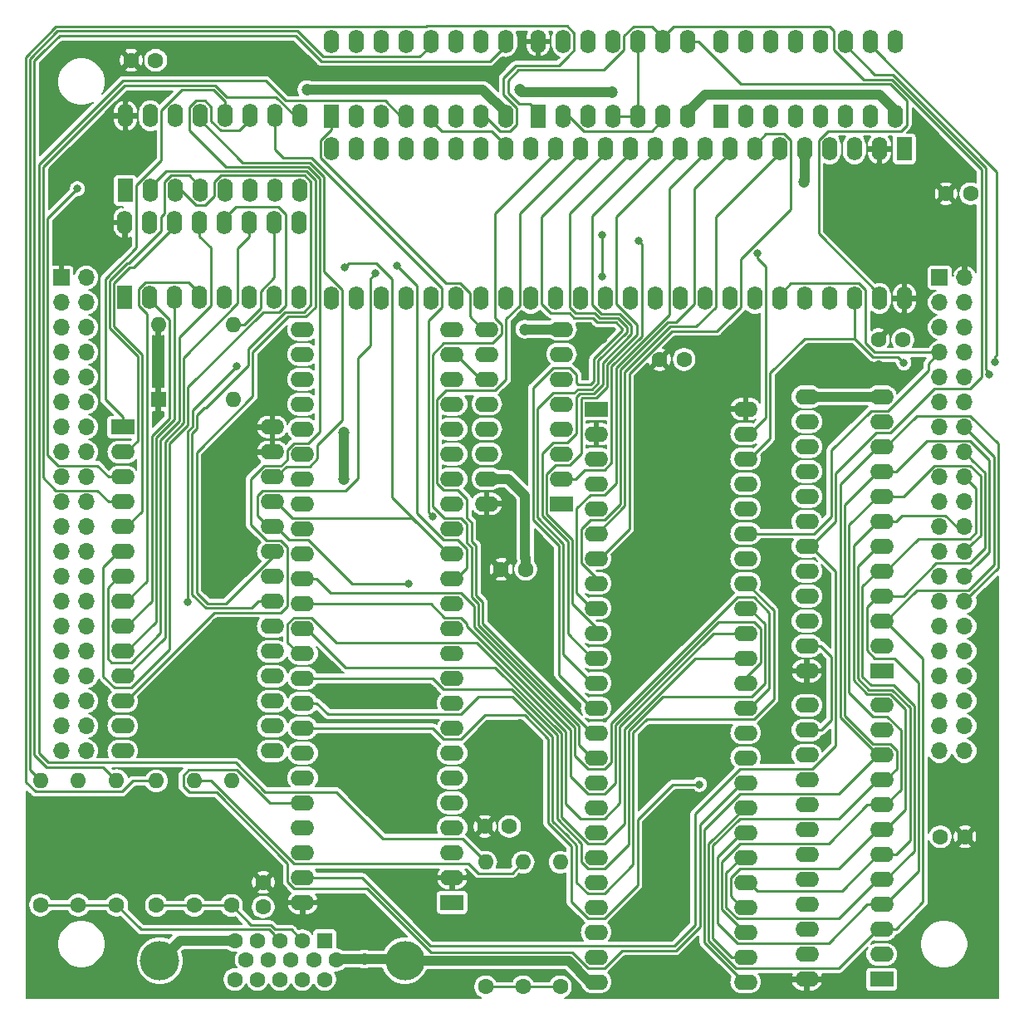
<source format=gbr>
G04 #@! TF.GenerationSoftware,KiCad,Pcbnew,(5.1.4)-1*
G04 #@! TF.CreationDate,2022-07-21T15:03:29-04:00*
G04 #@! TF.ProjectId,Layer3,4c617965-7233-42e6-9b69-6361645f7063,rev?*
G04 #@! TF.SameCoordinates,Original*
G04 #@! TF.FileFunction,Copper,L1,Top*
G04 #@! TF.FilePolarity,Positive*
%FSLAX46Y46*%
G04 Gerber Fmt 4.6, Leading zero omitted, Abs format (unit mm)*
G04 Created by KiCad (PCBNEW (5.1.4)-1) date 2022-07-21 15:03:29*
%MOMM*%
%LPD*%
G04 APERTURE LIST*
%ADD10O,1.600000X2.400000*%
%ADD11R,1.600000X2.400000*%
%ADD12O,2.400000X1.600000*%
%ADD13R,2.400000X1.600000*%
%ADD14R,1.700000X1.700000*%
%ADD15O,1.700000X1.700000*%
%ADD16C,4.000000*%
%ADD17C,1.600000*%
%ADD18R,1.600000X1.600000*%
%ADD19O,1.600000X1.600000*%
%ADD20C,1.200000*%
%ADD21C,0.800000*%
%ADD22C,1.000000*%
%ADD23C,0.250000*%
%ADD24C,0.127000*%
G04 APERTURE END LIST*
D10*
X59918600Y-29108400D03*
X77698600Y-36728400D03*
X62458600Y-29108400D03*
X75158600Y-36728400D03*
X64998600Y-29108400D03*
X72618600Y-36728400D03*
X67538600Y-29108400D03*
X70078600Y-36728400D03*
X70078600Y-29108400D03*
X67538600Y-36728400D03*
X72618600Y-29108400D03*
X64998600Y-36728400D03*
X75158600Y-29108400D03*
X62458600Y-36728400D03*
X77698600Y-29108400D03*
D11*
X59918600Y-36728400D03*
D12*
X56997600Y-116890800D03*
X72237600Y-58470800D03*
X56997600Y-114350800D03*
X72237600Y-61010800D03*
X56997600Y-111810800D03*
X72237600Y-63550800D03*
X56997600Y-109270800D03*
X72237600Y-66090800D03*
X56997600Y-106730800D03*
X72237600Y-68630800D03*
X56997600Y-104190800D03*
X72237600Y-71170800D03*
X56997600Y-101650800D03*
X72237600Y-73710800D03*
X56997600Y-99110800D03*
X72237600Y-76250800D03*
X56997600Y-96570800D03*
X72237600Y-78790800D03*
X56997600Y-94030800D03*
X72237600Y-81330800D03*
X56997600Y-91490800D03*
X72237600Y-83870800D03*
X56997600Y-88950800D03*
X72237600Y-86410800D03*
X56997600Y-86410800D03*
X72237600Y-88950800D03*
X56997600Y-83870800D03*
X72237600Y-91490800D03*
X56997600Y-81330800D03*
X72237600Y-94030800D03*
X56997600Y-78790800D03*
X72237600Y-96570800D03*
X56997600Y-76250800D03*
X72237600Y-99110800D03*
X56997600Y-73710800D03*
X72237600Y-101650800D03*
X56997600Y-71170800D03*
X72237600Y-104190800D03*
X56997600Y-68630800D03*
X72237600Y-106730800D03*
X56997600Y-66090800D03*
X72237600Y-109270800D03*
X56997600Y-63550800D03*
X72237600Y-111810800D03*
X56997600Y-61010800D03*
X72237600Y-114350800D03*
X56997600Y-58470800D03*
D13*
X72237600Y-116890800D03*
D14*
X121945400Y-53187600D03*
D15*
X124485400Y-53187600D03*
X121945400Y-55727600D03*
X124485400Y-55727600D03*
X121945400Y-58267600D03*
X124485400Y-58267600D03*
X121945400Y-60807600D03*
X124485400Y-60807600D03*
X121945400Y-63347600D03*
X124485400Y-63347600D03*
X121945400Y-65887600D03*
X124485400Y-65887600D03*
X121945400Y-68427600D03*
X124485400Y-68427600D03*
X121945400Y-70967600D03*
X124485400Y-70967600D03*
X121945400Y-73507600D03*
X124485400Y-73507600D03*
X121945400Y-76047600D03*
X124485400Y-76047600D03*
X121945400Y-78587600D03*
X124485400Y-78587600D03*
X121945400Y-81127600D03*
X124485400Y-81127600D03*
X121945400Y-83667600D03*
X124485400Y-83667600D03*
X121945400Y-86207600D03*
X124485400Y-86207600D03*
X121945400Y-88747600D03*
X124485400Y-88747600D03*
X121945400Y-91287600D03*
X124485400Y-91287600D03*
X121945400Y-93827600D03*
X124485400Y-93827600D03*
X121945400Y-96367600D03*
X124485400Y-96367600D03*
X121945400Y-98907600D03*
X124485400Y-98907600D03*
X121945400Y-101447600D03*
X124485400Y-101447600D03*
D10*
X38938200Y-36677600D03*
X56718200Y-44297600D03*
X41478200Y-36677600D03*
X54178200Y-44297600D03*
X44018200Y-36677600D03*
X51638200Y-44297600D03*
X46558200Y-36677600D03*
X49098200Y-44297600D03*
X49098200Y-36677600D03*
X46558200Y-44297600D03*
X51638200Y-36677600D03*
X44018200Y-44297600D03*
X54178200Y-36677600D03*
X41478200Y-44297600D03*
X56718200Y-36677600D03*
D11*
X38938200Y-44297600D03*
D12*
X102158800Y-66573400D03*
X86918800Y-124993400D03*
X102158800Y-69113400D03*
X86918800Y-122453400D03*
X102158800Y-71653400D03*
X86918800Y-119913400D03*
X102158800Y-74193400D03*
X86918800Y-117373400D03*
X102158800Y-76733400D03*
X86918800Y-114833400D03*
X102158800Y-79273400D03*
X86918800Y-112293400D03*
X102158800Y-81813400D03*
X86918800Y-109753400D03*
X102158800Y-84353400D03*
X86918800Y-107213400D03*
X102158800Y-86893400D03*
X86918800Y-104673400D03*
X102158800Y-89433400D03*
X86918800Y-102133400D03*
X102158800Y-91973400D03*
X86918800Y-99593400D03*
X102158800Y-94513400D03*
X86918800Y-97053400D03*
X102158800Y-97053400D03*
X86918800Y-94513400D03*
X102158800Y-99593400D03*
X86918800Y-91973400D03*
X102158800Y-102133400D03*
X86918800Y-89433400D03*
X102158800Y-104673400D03*
X86918800Y-86893400D03*
X102158800Y-107213400D03*
X86918800Y-84353400D03*
X102158800Y-109753400D03*
X86918800Y-81813400D03*
X102158800Y-112293400D03*
X86918800Y-79273400D03*
X102158800Y-114833400D03*
X86918800Y-76733400D03*
X102158800Y-117373400D03*
X86918800Y-74193400D03*
X102158800Y-119913400D03*
X86918800Y-71653400D03*
X102158800Y-122453400D03*
X86918800Y-69113400D03*
X102158800Y-124993400D03*
D13*
X86918800Y-66573400D03*
D16*
X67443200Y-122827000D03*
X42443200Y-122827000D03*
D17*
X50098200Y-124737000D03*
X52388200Y-124737000D03*
X54678200Y-124737000D03*
X56968200Y-124737000D03*
X59258200Y-124737000D03*
X51243200Y-122757000D03*
X53533200Y-122757000D03*
X55823200Y-122757000D03*
X58113200Y-122757000D03*
X60403200Y-122757000D03*
X50098200Y-120777000D03*
X52388200Y-120777000D03*
X54678200Y-120777000D03*
X56968200Y-120777000D03*
D18*
X59258200Y-120777000D03*
D14*
X32410400Y-53187600D03*
D15*
X34950400Y-53187600D03*
X32410400Y-55727600D03*
X34950400Y-55727600D03*
X32410400Y-58267600D03*
X34950400Y-58267600D03*
X32410400Y-60807600D03*
X34950400Y-60807600D03*
X32410400Y-63347600D03*
X34950400Y-63347600D03*
X32410400Y-65887600D03*
X34950400Y-65887600D03*
X32410400Y-68427600D03*
X34950400Y-68427600D03*
X32410400Y-70967600D03*
X34950400Y-70967600D03*
X32410400Y-73507600D03*
X34950400Y-73507600D03*
X32410400Y-76047600D03*
X34950400Y-76047600D03*
X32410400Y-78587600D03*
X34950400Y-78587600D03*
X32410400Y-81127600D03*
X34950400Y-81127600D03*
X32410400Y-83667600D03*
X34950400Y-83667600D03*
X32410400Y-86207600D03*
X34950400Y-86207600D03*
X32410400Y-88747600D03*
X34950400Y-88747600D03*
X32410400Y-91287600D03*
X34950400Y-91287600D03*
X32410400Y-93827600D03*
X34950400Y-93827600D03*
X32410400Y-96367600D03*
X34950400Y-96367600D03*
X32410400Y-98907600D03*
X34950400Y-98907600D03*
X32410400Y-101447600D03*
X34950400Y-101447600D03*
D19*
X42291000Y-57988200D03*
X49911000Y-65608200D03*
X49911000Y-57988200D03*
D18*
X42291000Y-65608200D03*
D10*
X118338600Y-55295800D03*
X59918600Y-40055800D03*
X115798600Y-55295800D03*
X62458600Y-40055800D03*
X113258600Y-55295800D03*
X64998600Y-40055800D03*
X110718600Y-55295800D03*
X67538600Y-40055800D03*
X108178600Y-55295800D03*
X70078600Y-40055800D03*
X105638600Y-55295800D03*
X72618600Y-40055800D03*
X103098600Y-55295800D03*
X75158600Y-40055800D03*
X100558600Y-55295800D03*
X77698600Y-40055800D03*
X98018600Y-55295800D03*
X80238600Y-40055800D03*
X95478600Y-55295800D03*
X82778600Y-40055800D03*
X92938600Y-55295800D03*
X85318600Y-40055800D03*
X90398600Y-55295800D03*
X87858600Y-40055800D03*
X87858600Y-55295800D03*
X90398600Y-40055800D03*
X85318600Y-55295800D03*
X92938600Y-40055800D03*
X82778600Y-55295800D03*
X95478600Y-40055800D03*
X80238600Y-55295800D03*
X98018600Y-40055800D03*
X77698600Y-55295800D03*
X100558600Y-40055800D03*
X75158600Y-55295800D03*
X103098600Y-40055800D03*
X72618600Y-55295800D03*
X105638600Y-40055800D03*
X70078600Y-55295800D03*
X108178600Y-40055800D03*
X67538600Y-55295800D03*
X110718600Y-40055800D03*
X64998600Y-55295800D03*
X113258600Y-40055800D03*
X62458600Y-55295800D03*
X115798600Y-40055800D03*
X59918600Y-55295800D03*
D11*
X118338600Y-40055800D03*
D12*
X53898800Y-68427600D03*
X38658800Y-101447600D03*
X53898800Y-70967600D03*
X38658800Y-98907600D03*
X53898800Y-73507600D03*
X38658800Y-96367600D03*
X53898800Y-76047600D03*
X38658800Y-93827600D03*
X53898800Y-78587600D03*
X38658800Y-91287600D03*
X53898800Y-81127600D03*
X38658800Y-88747600D03*
X53898800Y-83667600D03*
X38658800Y-86207600D03*
X53898800Y-86207600D03*
X38658800Y-83667600D03*
X53898800Y-88747600D03*
X38658800Y-81127600D03*
X53898800Y-91287600D03*
X38658800Y-78587600D03*
X53898800Y-93827600D03*
X38658800Y-76047600D03*
X53898800Y-96367600D03*
X38658800Y-73507600D03*
X53898800Y-98907600D03*
X38658800Y-70967600D03*
X53898800Y-101447600D03*
D13*
X38658800Y-68427600D03*
D10*
X81026000Y-29083000D03*
X96266000Y-36703000D03*
X83566000Y-29083000D03*
X93726000Y-36703000D03*
X86106000Y-29083000D03*
X91186000Y-36703000D03*
X88646000Y-29083000D03*
X88646000Y-36703000D03*
X91186000Y-29083000D03*
X86106000Y-36703000D03*
X93726000Y-29083000D03*
X83566000Y-36703000D03*
X96266000Y-29083000D03*
D11*
X81026000Y-36703000D03*
D12*
X108407200Y-124714000D03*
X116027200Y-96774000D03*
X108407200Y-122174000D03*
X116027200Y-99314000D03*
X108407200Y-119634000D03*
X116027200Y-101854000D03*
X108407200Y-117094000D03*
X116027200Y-104394000D03*
X108407200Y-114554000D03*
X116027200Y-106934000D03*
X108407200Y-112014000D03*
X116027200Y-109474000D03*
X108407200Y-109474000D03*
X116027200Y-112014000D03*
X108407200Y-106934000D03*
X116027200Y-114554000D03*
X108407200Y-104394000D03*
X116027200Y-117094000D03*
X108407200Y-101854000D03*
X116027200Y-119634000D03*
X108407200Y-99314000D03*
X116027200Y-122174000D03*
X108407200Y-96774000D03*
D13*
X116027200Y-124714000D03*
D10*
X38887400Y-47548800D03*
X56667400Y-55168800D03*
X41427400Y-47548800D03*
X54127400Y-55168800D03*
X43967400Y-47548800D03*
X51587400Y-55168800D03*
X46507400Y-47548800D03*
X49047400Y-55168800D03*
X49047400Y-47548800D03*
X46507400Y-55168800D03*
X51587400Y-47548800D03*
X43967400Y-55168800D03*
X54127400Y-47548800D03*
X41427400Y-55168800D03*
X56667400Y-47548800D03*
D11*
X38887400Y-55168800D03*
D10*
X99618800Y-29083000D03*
X117398800Y-36703000D03*
X102158800Y-29083000D03*
X114858800Y-36703000D03*
X104698800Y-29083000D03*
X112318800Y-36703000D03*
X107238800Y-29083000D03*
X109778800Y-36703000D03*
X109778800Y-29083000D03*
X107238800Y-36703000D03*
X112318800Y-29083000D03*
X104698800Y-36703000D03*
X114858800Y-29083000D03*
X102158800Y-36703000D03*
X117398800Y-29083000D03*
D11*
X99618800Y-36703000D03*
D12*
X108407200Y-93268800D03*
X116027200Y-65328800D03*
X108407200Y-90728800D03*
X116027200Y-67868800D03*
X108407200Y-88188800D03*
X116027200Y-70408800D03*
X108407200Y-85648800D03*
X116027200Y-72948800D03*
X108407200Y-83108800D03*
X116027200Y-75488800D03*
X108407200Y-80568800D03*
X116027200Y-78028800D03*
X108407200Y-78028800D03*
X116027200Y-80568800D03*
X108407200Y-75488800D03*
X116027200Y-83108800D03*
X108407200Y-72948800D03*
X116027200Y-85648800D03*
X108407200Y-70408800D03*
X116027200Y-88188800D03*
X108407200Y-67868800D03*
X116027200Y-90728800D03*
X108407200Y-65328800D03*
D13*
X116027200Y-93268800D03*
D12*
X75768200Y-76225400D03*
X83388200Y-58445400D03*
X75768200Y-73685400D03*
X83388200Y-60985400D03*
X75768200Y-71145400D03*
X83388200Y-63525400D03*
X75768200Y-68605400D03*
X83388200Y-66065400D03*
X75768200Y-66065400D03*
X83388200Y-68605400D03*
X75768200Y-63525400D03*
X83388200Y-71145400D03*
X75768200Y-60985400D03*
X83388200Y-73685400D03*
X75768200Y-58445400D03*
D13*
X83388200Y-76225400D03*
D19*
X34137600Y-104470200D03*
D17*
X34137600Y-117170200D03*
D19*
X49733200Y-104495600D03*
D17*
X49733200Y-117195600D03*
D19*
X83261200Y-112776000D03*
D17*
X83261200Y-125476000D03*
D19*
X30276800Y-104444800D03*
D17*
X30276800Y-117144800D03*
D19*
X38044000Y-104468400D03*
D17*
X38044000Y-117168400D03*
D19*
X45948600Y-104495600D03*
D17*
X45948600Y-117195600D03*
D19*
X42087800Y-104495600D03*
D17*
X42087800Y-117195600D03*
D19*
X79476600Y-112776000D03*
D17*
X79476600Y-125476000D03*
D19*
X75666600Y-112776000D03*
D17*
X75666600Y-125476000D03*
X52974240Y-117343560D03*
X52974240Y-114843560D03*
X125105800Y-44627800D03*
X122605800Y-44627800D03*
X118197000Y-59512200D03*
X115697000Y-59512200D03*
X122010800Y-110185200D03*
X124510800Y-110185200D03*
X42022400Y-31013400D03*
X39522400Y-31013400D03*
X95895800Y-61518800D03*
X93395800Y-61518800D03*
X78090400Y-109143800D03*
X75590400Y-109143800D03*
X79741400Y-82918300D03*
X77241400Y-82918300D03*
D20*
X57434480Y-34005520D03*
X61188600Y-68961000D03*
X61188600Y-73712322D03*
X79654400Y-58445400D03*
X108127800Y-43405830D03*
X88524080Y-34264600D03*
X79128850Y-34045881D03*
X63293179Y-122661680D03*
X53873400Y-63550800D03*
X115739952Y-62182610D03*
X48234600Y-85115400D03*
X48248827Y-88485721D03*
X79141320Y-98811080D03*
X87562725Y-59287445D03*
D21*
X50266600Y-62230000D03*
X45288200Y-86283800D03*
X118300500Y-61861700D03*
X91236800Y-49445712D03*
X70236080Y-77546200D03*
X87528400Y-53035200D03*
X87528400Y-48869600D03*
X127008900Y-63093600D03*
X127558800Y-61813440D03*
X97448548Y-104852648D03*
X61274604Y-52120800D03*
X34036000Y-44119800D03*
X66598800Y-51968400D03*
X64424204Y-52730400D03*
X67767200Y-84414360D03*
X103389670Y-50661330D03*
D22*
X96266000Y-36303000D02*
X96266000Y-36703000D01*
X98066000Y-34503000D02*
X96266000Y-36303000D01*
X115808400Y-34503000D02*
X98066000Y-34503000D01*
X117398800Y-36093400D02*
X115808400Y-34503000D01*
X117398800Y-36703000D02*
X117398800Y-36093400D01*
X108407200Y-65328800D02*
X116027200Y-65328800D01*
X86301056Y-124993400D02*
X86918800Y-124993400D01*
X67443200Y-122827000D02*
X84134656Y-122827000D01*
X84134656Y-122827000D02*
X86301056Y-124993400D01*
X44493200Y-120777000D02*
X42443200Y-122827000D01*
X50098200Y-120777000D02*
X44493200Y-120777000D01*
X61188600Y-68961000D02*
X61188600Y-68961000D01*
X61188600Y-68961000D02*
X61188600Y-73712322D01*
X61188600Y-73712322D02*
X61188600Y-73712322D01*
X83388200Y-58445400D02*
X79654400Y-58445400D01*
X108178600Y-40055800D02*
X108178600Y-43355030D01*
X108178600Y-43355030D02*
X108127800Y-43405830D01*
X77698600Y-36328400D02*
X77698600Y-36728400D01*
X75375720Y-34005520D02*
X77698600Y-36328400D01*
X57434480Y-34005520D02*
X75375720Y-34005520D01*
X88524080Y-34264600D02*
X79347569Y-34264600D01*
X79347569Y-34264600D02*
X79128850Y-34045881D01*
X77968200Y-73685400D02*
X79688150Y-75405350D01*
X75768200Y-73685400D02*
X77968200Y-73685400D01*
X79741400Y-81786930D02*
X79741400Y-82918300D01*
X79688150Y-81733680D02*
X79741400Y-81786930D01*
X79688150Y-75405350D02*
X79688150Y-81733680D01*
X60498520Y-122661680D02*
X60403200Y-122757000D01*
X63293179Y-122661680D02*
X60498520Y-122661680D01*
X67277880Y-122661680D02*
X67443200Y-122827000D01*
X63293179Y-122661680D02*
X67277880Y-122661680D01*
D23*
X111802133Y-98028933D02*
X115627200Y-101854000D01*
X111802133Y-74233867D02*
X111802133Y-98028933D01*
X115627200Y-70408800D02*
X111802133Y-74233867D01*
X116027200Y-70408800D02*
X115627200Y-70408800D01*
X125335399Y-85357601D02*
X124485400Y-86207600D01*
X127910451Y-82782549D02*
X125335399Y-85357601D01*
X127910451Y-70113649D02*
X127910451Y-82782549D01*
X125049401Y-67252599D02*
X127910451Y-70113649D01*
X119583401Y-67252599D02*
X125049401Y-67252599D01*
X116427200Y-70408800D02*
X119583401Y-67252599D01*
X116027200Y-70408800D02*
X116427200Y-70408800D01*
X116027200Y-101854000D02*
X115627200Y-101854000D01*
X45288200Y-86283800D02*
X45288200Y-86283800D01*
X46583600Y-65913000D02*
X50266600Y-62230000D01*
X45288200Y-68851859D02*
X45767438Y-68372619D01*
X45288200Y-86283800D02*
X45288200Y-68851859D01*
X45767438Y-66729162D02*
X46583600Y-65913000D01*
X45767438Y-68372619D02*
X45767438Y-66729162D01*
X111672210Y-105808990D02*
X115627200Y-101854000D01*
X101572206Y-105808990D02*
X111672210Y-105808990D01*
X97933732Y-109447464D02*
X101572206Y-105808990D01*
X97933732Y-120951150D02*
X97933732Y-109447464D01*
X101975982Y-124993400D02*
X97933732Y-120951150D01*
X102158800Y-124993400D02*
X101975982Y-124993400D01*
X117552210Y-103268990D02*
X116427200Y-104394000D01*
X117552210Y-101388006D02*
X117552210Y-103268990D01*
X116027200Y-72948800D02*
X115627200Y-72948800D01*
X115627200Y-72948800D02*
X112252143Y-76323857D01*
X112252143Y-76323857D02*
X112252143Y-97819927D01*
X112252143Y-97819927D02*
X115161206Y-100728990D01*
X116427200Y-104394000D02*
X116027200Y-104394000D01*
X115161206Y-100728990D02*
X116893194Y-100728990D01*
X116893194Y-100728990D02*
X117552210Y-101388006D01*
X125844300Y-82308700D02*
X124485400Y-83667600D01*
X127010431Y-81142569D02*
X125844300Y-82308700D01*
X127010431Y-71753629D02*
X127010431Y-81142569D01*
X125049401Y-69792599D02*
X127010431Y-71753629D01*
X120633401Y-69792599D02*
X125049401Y-69792599D01*
X117477200Y-72948800D02*
X120633401Y-69792599D01*
X116027200Y-72948800D02*
X117477200Y-72948800D01*
X115627200Y-104394000D02*
X116027200Y-104394000D01*
X102158800Y-122453400D02*
X100708800Y-122453400D01*
X100708800Y-122453400D02*
X98833750Y-120578350D01*
X98833750Y-120578350D02*
X98833750Y-111087446D01*
X98833750Y-111087446D02*
X101582786Y-108338410D01*
X101582786Y-108338410D02*
X111682790Y-108338410D01*
X111682790Y-108338410D02*
X115627200Y-104394000D01*
X116427200Y-106934000D02*
X116027200Y-106934000D01*
X118002220Y-105358980D02*
X116427200Y-106934000D01*
X116603214Y-97899010D02*
X118002220Y-99298016D01*
X115161206Y-97899010D02*
X116603214Y-97899010D01*
X118002220Y-99298016D02*
X118002220Y-105358980D01*
X112702153Y-95439957D02*
X115161206Y-97899010D01*
X112702153Y-78413847D02*
X112702153Y-95439957D01*
X115627200Y-75488800D02*
X112702153Y-78413847D01*
X116027200Y-75488800D02*
X115627200Y-75488800D01*
X121381399Y-72332599D02*
X125049401Y-72332599D01*
X118225198Y-75488800D02*
X121381399Y-72332599D01*
X116027200Y-75488800D02*
X118225198Y-75488800D01*
X125335399Y-80277601D02*
X124485400Y-81127600D01*
X126110411Y-79502589D02*
X125335399Y-80277601D01*
X126110411Y-73393609D02*
X126110411Y-79502589D01*
X125049401Y-72332599D02*
X126110411Y-73393609D01*
X114577200Y-106934000D02*
X116027200Y-106934000D01*
X110622210Y-110888990D02*
X114577200Y-106934000D01*
X101572206Y-110888990D02*
X110622210Y-110888990D01*
X99733770Y-112727426D02*
X101572206Y-110888990D01*
X99733770Y-117575784D02*
X99733770Y-112727426D01*
X102071386Y-119913400D02*
X99733770Y-117575784D01*
X102158800Y-119913400D02*
X102071386Y-119913400D01*
X116427200Y-109474000D02*
X116027200Y-109474000D01*
X118452230Y-107448970D02*
X116427200Y-109474000D01*
X118452230Y-97208026D02*
X118452230Y-107448970D01*
X114549568Y-95648990D02*
X116893194Y-95648990D01*
X113152163Y-94251585D02*
X114549568Y-95648990D01*
X113152162Y-80503838D02*
X113152163Y-94251585D01*
X115627200Y-78028800D02*
X113152162Y-80503838D01*
X116893194Y-95648990D02*
X118452230Y-97208026D01*
X116027200Y-78028800D02*
X115627200Y-78028800D01*
X117477200Y-78028800D02*
X116027200Y-78028800D01*
X118093401Y-77412599D02*
X117477200Y-78028800D01*
X122509401Y-77412599D02*
X118093401Y-77412599D01*
X123684402Y-78587600D02*
X122509401Y-77412599D01*
X124485400Y-78587600D02*
X123684402Y-78587600D01*
X115627200Y-109474000D02*
X116027200Y-109474000D01*
X111682790Y-113418410D02*
X115627200Y-109474000D01*
X101582786Y-113418410D02*
X111682790Y-113418410D01*
X100633790Y-114367406D02*
X101582786Y-113418410D01*
X100633790Y-116248390D02*
X100633790Y-114367406D01*
X101758800Y-117373400D02*
X100633790Y-116248390D01*
X102158800Y-117373400D02*
X101758800Y-117373400D01*
X118902240Y-110588960D02*
X117477200Y-112014000D01*
X117477200Y-112014000D02*
X116027200Y-112014000D01*
X118902239Y-97021625D02*
X118902240Y-110588960D01*
X117079594Y-95198980D02*
X118902239Y-97021625D01*
X114735968Y-95198980D02*
X117079594Y-95198980D01*
X113602172Y-94065184D02*
X114735968Y-95198980D01*
X113602171Y-82593829D02*
X113602172Y-94065184D01*
X115627200Y-80568800D02*
X113602171Y-82593829D01*
X116027200Y-80568800D02*
X115627200Y-80568800D01*
X115627200Y-112014000D02*
X116027200Y-112014000D01*
X111962190Y-115679010D02*
X115627200Y-112014000D01*
X103404410Y-115679010D02*
X111962190Y-115679010D01*
X102558800Y-114833400D02*
X103404410Y-115679010D01*
X102158800Y-114833400D02*
X102558800Y-114833400D01*
X119352248Y-111628952D02*
X116427200Y-114554000D01*
X119352248Y-96835224D02*
X119352248Y-111628952D01*
X116427200Y-114554000D02*
X116027200Y-114554000D01*
X117265995Y-94748971D02*
X119352248Y-96835224D01*
X114922369Y-94748971D02*
X117265995Y-94748971D01*
X114052181Y-93878783D02*
X114922369Y-94748971D01*
X114052181Y-84683819D02*
X114052181Y-93878783D01*
X115627200Y-83108800D02*
X114052181Y-84683819D01*
X116027200Y-83108800D02*
X115627200Y-83108800D01*
X116427200Y-83108800D02*
X116027200Y-83108800D01*
X119754600Y-79781400D02*
X116427200Y-83108800D01*
X125030602Y-79781400D02*
X119754600Y-79781400D01*
X125660401Y-79151601D02*
X125030602Y-79781400D01*
X125660401Y-74682601D02*
X125660401Y-79151601D01*
X124485400Y-73507600D02*
X125660401Y-74682601D01*
X115627200Y-114554000D02*
X116027200Y-114554000D01*
X111682790Y-118498410D02*
X115627200Y-114554000D01*
X101292806Y-118498410D02*
X111682790Y-118498410D01*
X100183780Y-117389384D02*
X101292806Y-118498410D01*
X100183780Y-113868420D02*
X100183780Y-117389384D01*
X101758800Y-112293400D02*
X100183780Y-113868420D01*
X102158800Y-112293400D02*
X101758800Y-112293400D01*
X119802258Y-113718942D02*
X116427200Y-117094000D01*
X119802258Y-94458856D02*
X119802258Y-113718942D01*
X117367602Y-92024200D02*
X119802258Y-94458856D01*
X116427200Y-117094000D02*
X116027200Y-117094000D01*
X115331596Y-92024200D02*
X117367602Y-92024200D01*
X114502190Y-91194794D02*
X115331596Y-92024200D01*
X114502190Y-86773810D02*
X114502190Y-91194794D01*
X115627200Y-85648800D02*
X114502190Y-86773810D01*
X116027200Y-85648800D02*
X115627200Y-85648800D01*
X125335399Y-71817599D02*
X124485400Y-70967600D01*
X116027200Y-85648800D02*
X118225198Y-85648800D01*
X118225198Y-85648800D02*
X121571397Y-82302601D01*
X121571397Y-82302601D02*
X125049401Y-82302601D01*
X125049401Y-82302601D02*
X126560421Y-80791581D01*
X126560421Y-80791581D02*
X126560421Y-73042621D01*
X126560421Y-73042621D02*
X125335399Y-71817599D01*
X116027200Y-117094000D02*
X114577200Y-117094000D01*
X114577200Y-117094000D02*
X110627500Y-121043700D01*
X101298096Y-121043700D02*
X105981500Y-121043700D01*
X99283760Y-119029364D02*
X101298096Y-121043700D01*
X99283760Y-112228440D02*
X99283760Y-119029364D01*
X102158800Y-109753400D02*
X101758800Y-109753400D01*
X105981500Y-121043700D02*
X105829100Y-121043700D01*
X101758800Y-109753400D02*
X99283760Y-112228440D01*
X110627500Y-121043700D02*
X105981500Y-121043700D01*
X120252268Y-92013868D02*
X116427200Y-88188800D01*
X120252268Y-116858932D02*
X120252268Y-92013868D01*
X117477200Y-119634000D02*
X120252268Y-116858932D01*
X116027200Y-119634000D02*
X117477200Y-119634000D01*
X116427200Y-88188800D02*
X116027200Y-88188800D01*
X119583401Y-85032599D02*
X116427200Y-88188800D01*
X124859403Y-85032599D02*
X119583401Y-85032599D01*
X127460441Y-82431561D02*
X124859403Y-85032599D01*
X127460441Y-71402641D02*
X127460441Y-82431561D01*
X124485400Y-68427600D02*
X127460441Y-71402641D01*
X115627200Y-119634000D02*
X116027200Y-119634000D01*
X111682790Y-123578410D02*
X115627200Y-119634000D01*
X101197400Y-123578410D02*
X111682790Y-123578410D01*
X98383741Y-120764751D02*
X101197400Y-123578410D01*
X98383740Y-110901046D02*
X98383741Y-120764751D01*
X102071386Y-107213400D02*
X98383740Y-110901046D01*
X102158800Y-107213400D02*
X102071386Y-107213400D01*
X113258600Y-56745800D02*
X113258600Y-55295800D01*
X113258600Y-59375212D02*
X113258600Y-56745800D01*
X115140997Y-61257609D02*
X113258600Y-59375212D01*
X117696410Y-61257610D02*
X115140997Y-61257609D01*
X118300500Y-61861700D02*
X117696410Y-61257610D01*
X108175888Y-59375212D02*
X113258600Y-59375212D01*
X104673620Y-62877480D02*
X108175888Y-59375212D01*
X104673620Y-69538580D02*
X104673620Y-62877480D01*
X102158800Y-71653400D02*
X102558800Y-71653400D01*
X102558800Y-71653400D02*
X104673620Y-69538580D01*
X115327398Y-60807600D02*
X121945400Y-60807600D01*
X114383610Y-59863812D02*
X115327398Y-60807600D01*
X114383610Y-54429806D02*
X114383610Y-59863812D01*
X106763610Y-53770790D02*
X113724594Y-53770790D01*
X113724594Y-53770790D02*
X114383610Y-54429806D01*
X105638600Y-54895800D02*
X106763610Y-53770790D01*
X105638600Y-55295800D02*
X105638600Y-54895800D01*
X120770399Y-61982601D02*
X121945400Y-60807600D01*
X120770399Y-62617601D02*
X120770399Y-61982601D01*
X102158800Y-79273400D02*
X109153604Y-79273400D01*
X109153604Y-79273400D02*
X110902113Y-77524891D01*
X110902113Y-70784087D02*
X114942410Y-66743790D01*
X114942410Y-66743790D02*
X116644210Y-66743790D01*
X110902113Y-77524891D02*
X110902113Y-70784087D01*
X116644210Y-66743790D02*
X120770399Y-62617601D01*
X73286410Y-110395810D02*
X75666600Y-112776000D01*
X65193614Y-110395810D02*
X73286410Y-110395810D01*
X53144802Y-105605790D02*
X60403594Y-105605790D01*
X31072211Y-102622601D02*
X50161613Y-102622601D01*
X30109940Y-101660330D02*
X31072211Y-102622601D01*
X67538600Y-36728400D02*
X66989604Y-36728400D01*
X66989604Y-36728400D02*
X65409902Y-35148698D01*
X60403594Y-105605790D02*
X65193614Y-110395810D01*
X65409902Y-35148698D02*
X55276712Y-35148698D01*
X55276712Y-35148698D02*
X53251295Y-33123281D01*
X50161613Y-102622601D02*
X53144802Y-105605790D01*
X53251295Y-33123281D02*
X38655709Y-33123281D01*
X30109940Y-41669050D02*
X30109940Y-101660330D01*
X38655709Y-33123281D02*
X30109940Y-41669050D01*
X82129830Y-125476000D02*
X79476600Y-125476000D01*
X83261200Y-125476000D02*
X82129830Y-125476000D01*
X79476600Y-125476000D02*
X75666600Y-125476000D01*
X78351599Y-113901001D02*
X79476600Y-112776000D01*
X74899301Y-113901001D02*
X78351599Y-113901001D01*
X73934110Y-112935810D02*
X74899301Y-113901001D01*
X56131606Y-112935810D02*
X73934110Y-112935810D01*
X47691396Y-104495600D02*
X56131606Y-112935810D01*
X45948600Y-104495600D02*
X47691396Y-104495600D01*
X70078600Y-29508400D02*
X70078600Y-29108400D01*
X68929200Y-30657800D02*
X70078600Y-29508400D01*
X30276800Y-104444800D02*
X29209920Y-103377920D01*
X29209920Y-103377920D02*
X29209920Y-30862490D01*
X56450920Y-28033400D02*
X59075320Y-30657800D01*
X29209920Y-30862490D02*
X32030810Y-28041600D01*
X32030810Y-28041600D02*
X48497600Y-28041600D01*
X48497600Y-28041600D02*
X48505800Y-28033400D01*
X59075320Y-30657800D02*
X68929200Y-30657800D01*
X48505800Y-28033400D02*
X56450920Y-28033400D01*
X78823610Y-37594394D02*
X78164594Y-38253410D01*
X78823610Y-35862406D02*
X78823610Y-37594394D01*
X28759910Y-30676090D02*
X31852610Y-27583390D01*
X69693386Y-27502610D02*
X83976614Y-27502610D01*
X77115410Y-38253410D02*
X75590400Y-36728400D01*
X28759910Y-104592912D02*
X28759910Y-30676090D01*
X39681802Y-104495600D02*
X38582201Y-105595201D01*
X78164594Y-38253410D02*
X77115410Y-38253410D01*
X42087800Y-104495600D02*
X39681802Y-104495600D01*
X29762199Y-105595201D02*
X28759910Y-104592912D01*
X38582201Y-105595201D02*
X29762199Y-105595201D01*
X84691010Y-29948994D02*
X84031994Y-30608010D01*
X75590400Y-36728400D02*
X75158600Y-36728400D01*
X31852610Y-27583390D02*
X69612606Y-27583390D01*
X69612606Y-27583390D02*
X69693386Y-27502610D01*
X83976614Y-27502610D02*
X84691010Y-28217006D01*
X84691010Y-28217006D02*
X84691010Y-29948994D01*
X77492682Y-32789038D02*
X77492682Y-34531478D01*
X77492682Y-34531478D02*
X78823610Y-35862406D01*
X84031994Y-30608010D02*
X84031994Y-30649006D01*
X83126580Y-31554420D02*
X78727300Y-31554420D01*
X84031994Y-30649006D02*
X83126580Y-31554420D01*
X78727300Y-31554420D02*
X77492682Y-32789038D01*
X42087800Y-117195600D02*
X45948600Y-117195600D01*
X45948600Y-117195600D02*
X49733200Y-117195600D01*
X51739589Y-119201989D02*
X49733200Y-117195600D01*
X53739599Y-119201989D02*
X51739589Y-119201989D01*
X54189609Y-119651999D02*
X53739599Y-119201989D01*
X55843199Y-119651999D02*
X54189609Y-119651999D01*
X56968200Y-120777000D02*
X55843199Y-119651999D01*
X36648211Y-103072611D02*
X38044000Y-104468400D01*
X30885811Y-103072611D02*
X36648211Y-103072611D01*
X29659930Y-101846730D02*
X30885811Y-103072611D01*
X30570310Y-30161090D02*
X29659930Y-31071470D01*
X30570310Y-30138510D02*
X30570310Y-30161090D01*
X77698600Y-29508400D02*
X76099190Y-31107810D01*
X29659930Y-31071470D02*
X29659930Y-101846730D01*
X58888919Y-31107809D02*
X56272720Y-28491610D01*
X56272720Y-28491610D02*
X32217210Y-28491610D01*
X77698600Y-29108400D02*
X77698600Y-29508400D01*
X76099190Y-31107810D02*
X58888919Y-31107809D01*
X32217210Y-28491610D02*
X30570310Y-30138510D01*
X34112200Y-117144800D02*
X34137600Y-117170200D01*
X30276800Y-117144800D02*
X34112200Y-117144800D01*
X38042200Y-117170200D02*
X38044000Y-117168400D01*
X34137600Y-117170200D02*
X38042200Y-117170200D01*
X53878201Y-119977001D02*
X54678200Y-120777000D01*
X53553199Y-119651999D02*
X53878201Y-119977001D01*
X40527599Y-119651999D02*
X53553199Y-119651999D01*
X38044000Y-117168400D02*
X40527599Y-119651999D01*
X72637600Y-61010800D02*
X72237600Y-61010800D01*
X75152200Y-63525400D02*
X72637600Y-61010800D01*
X75768200Y-63525400D02*
X75152200Y-63525400D01*
X91567000Y-49775912D02*
X91236800Y-49445712D01*
X83388200Y-73685400D02*
X84838200Y-73685400D01*
X84838200Y-73685400D02*
X85745190Y-72778410D01*
X91567000Y-59136958D02*
X91567000Y-49775912D01*
X85745190Y-72778410D02*
X87784794Y-72778410D01*
X88498502Y-72064702D02*
X88498503Y-62205455D01*
X87784794Y-72778410D02*
X88498502Y-72064702D01*
X88498503Y-62205455D02*
X91567000Y-59136958D01*
X75368200Y-58445400D02*
X75768200Y-58445400D01*
X74033590Y-57110790D02*
X75368200Y-58445400D01*
X74033590Y-54719786D02*
X74033590Y-57110790D01*
X73084594Y-53770790D02*
X74033590Y-54719786D01*
X71642586Y-53770790D02*
X73084594Y-53770790D01*
X58793590Y-40921794D02*
X71642586Y-53770790D01*
X58793590Y-39189806D02*
X58793590Y-40921794D01*
X59918600Y-38064796D02*
X58793590Y-39189806D01*
X59918600Y-36728400D02*
X59918600Y-38064796D01*
X54178200Y-40108953D02*
X54178200Y-36677600D01*
X55041800Y-40972553D02*
X54178200Y-40108953D01*
X57929795Y-40972553D02*
X55041800Y-40972553D01*
X71203610Y-54246368D02*
X57929795Y-40972553D01*
X71203610Y-56161794D02*
X71203610Y-54246368D01*
X70236080Y-77546200D02*
X69812570Y-77122690D01*
X69812570Y-57552834D02*
X71203610Y-56161794D01*
X69812570Y-77122690D02*
X69812570Y-57552834D01*
X87528400Y-53035200D02*
X87528400Y-48869600D01*
X70078600Y-37128400D02*
X70078600Y-36728400D01*
X71203610Y-38253410D02*
X70078600Y-37128400D01*
X76296210Y-38253410D02*
X71203610Y-38253410D01*
X77698600Y-39655800D02*
X76296210Y-38253410D01*
X77698600Y-40055800D02*
X77698600Y-39655800D01*
X109804200Y-90728800D02*
X108407200Y-90728800D01*
X110902113Y-91826713D02*
X109804200Y-90728800D01*
X110902113Y-98269087D02*
X110902113Y-91826713D01*
X109857200Y-99314000D02*
X110902113Y-98269087D01*
X108407200Y-99314000D02*
X109857200Y-99314000D01*
X53633402Y-106730800D02*
X56997600Y-106730800D01*
X50273201Y-103370599D02*
X53633402Y-106730800D01*
X45408599Y-103370599D02*
X50273201Y-103370599D01*
X44823599Y-103955599D02*
X45408599Y-103370599D01*
X44823599Y-105035601D02*
X44823599Y-103955599D01*
X89584804Y-121778400D02*
X87784794Y-123578410D01*
X95057731Y-121778399D02*
X89584804Y-121778400D01*
X97483722Y-119352408D02*
X95057731Y-121778399D01*
X97483722Y-108948478D02*
X97483722Y-119352408D01*
X101758800Y-104673400D02*
X97483722Y-108948478D01*
X102158800Y-104673400D02*
X101758800Y-104673400D01*
X87784794Y-123578410D02*
X86052806Y-123578410D01*
X86052806Y-123578410D02*
X84476386Y-122001990D01*
X84476386Y-122001990D02*
X70059192Y-122001990D01*
X70059192Y-122001990D02*
X63533012Y-115475810D01*
X63533012Y-115475810D02*
X56131606Y-115475810D01*
X56131606Y-115475810D02*
X55472590Y-114816794D01*
X55472590Y-114816794D02*
X55472590Y-112913204D01*
X55472590Y-112913204D02*
X48220227Y-105660841D01*
X48220227Y-105660841D02*
X45448839Y-105660841D01*
X45448839Y-105660841D02*
X44823599Y-105035601D01*
X93726000Y-28683000D02*
X93726000Y-29083000D01*
X94851010Y-27557990D02*
X93726000Y-28683000D01*
X110742990Y-27557990D02*
X94851010Y-27557990D01*
X111193790Y-29948994D02*
X111193790Y-28008790D01*
X117097580Y-32994600D02*
X114239396Y-32994600D01*
X126238000Y-42135020D02*
X117097580Y-32994600D01*
X121364403Y-64522601D02*
X125049401Y-64522601D01*
X116893194Y-68993810D02*
X121364403Y-64522601D01*
X126238000Y-63334002D02*
X126238000Y-42135020D01*
X111352123Y-73092873D02*
X115451186Y-68993810D01*
X125049401Y-64522601D02*
X126238000Y-63334002D01*
X111352123Y-78023877D02*
X111352123Y-73092873D01*
X114239396Y-32994600D02*
X111193790Y-29948994D01*
X108807200Y-80568800D02*
X111352123Y-78023877D01*
X111193790Y-28008790D02*
X110742990Y-27557990D01*
X115451186Y-68993810D02*
X116893194Y-68993810D01*
X108807200Y-80568800D02*
X108407200Y-80568800D01*
X56997600Y-114350800D02*
X56597600Y-114350800D01*
X92600990Y-27557990D02*
X93726000Y-28683000D01*
X90720006Y-27557990D02*
X92600990Y-27557990D01*
X89771010Y-28506986D02*
X90720006Y-27557990D01*
X89771010Y-29948994D02*
X89771010Y-28506986D01*
X87715574Y-32004430D02*
X89771010Y-29948994D01*
X78998650Y-32004430D02*
X87715574Y-32004430D01*
X81026000Y-36703000D02*
X81026000Y-36303000D01*
X81026000Y-36303000D02*
X80181400Y-35458400D01*
X80181400Y-35458400D02*
X79056014Y-35458400D01*
X79056014Y-35458400D02*
X77942692Y-34345078D01*
X77942692Y-34345078D02*
X77942692Y-33060388D01*
X77942692Y-33060388D02*
X78998650Y-32004430D01*
X111352123Y-100900081D02*
X111352123Y-83113723D01*
X108993794Y-103258410D02*
X111352123Y-100900081D01*
X101582786Y-103258410D02*
X108993794Y-103258410D01*
X56997600Y-114350800D02*
X63044412Y-114350800D01*
X111352123Y-83113723D02*
X108807200Y-80568800D01*
X63044412Y-114350800D02*
X70022002Y-121328390D01*
X70022002Y-121328390D02*
X94871330Y-121328390D01*
X97033712Y-119166008D02*
X97033712Y-107807484D01*
X94871330Y-121328390D02*
X97033712Y-119166008D01*
X97033712Y-107807484D02*
X101582786Y-103258410D01*
X90298540Y-78833660D02*
X87318800Y-81813400D01*
X90298540Y-62951058D02*
X90298540Y-78833660D01*
X94628748Y-58620850D02*
X90298540Y-62951058D01*
X99224554Y-58620850D02*
X94628748Y-58620850D01*
X101683610Y-56161794D02*
X99224554Y-58620850D01*
X101683610Y-51294388D02*
X101683610Y-56161794D01*
X106763610Y-46214388D02*
X101683610Y-51294388D01*
X106763610Y-39189806D02*
X106763610Y-46214388D01*
X87318800Y-81813400D02*
X86918800Y-81813400D01*
X106104594Y-38530790D02*
X106763610Y-39189806D01*
X104223610Y-38530790D02*
X106104594Y-38530790D01*
X103098600Y-39655800D02*
X104223610Y-38530790D01*
X103098600Y-40055800D02*
X103098600Y-39655800D01*
X82778600Y-40455800D02*
X82778600Y-40055800D01*
X76573590Y-46660810D02*
X82778600Y-40455800D01*
X77293210Y-57979406D02*
X76573590Y-57259786D01*
X77293210Y-58911394D02*
X77293210Y-57979406D01*
X76573590Y-57259786D02*
X76573590Y-46660810D01*
X74918401Y-86464187D02*
X74212620Y-85758406D01*
X74918401Y-88629411D02*
X74918401Y-86464187D01*
X85178900Y-98889910D02*
X74918401Y-88629411D01*
X86918800Y-102133400D02*
X86518800Y-102133400D01*
X85178900Y-100793500D02*
X85178900Y-98889910D01*
X86518800Y-102133400D02*
X85178900Y-100793500D01*
X74212620Y-85758406D02*
X74212620Y-80678406D01*
X74212620Y-80678406D02*
X73762610Y-80228396D01*
X73762610Y-80228396D02*
X73762610Y-78324806D01*
X73762610Y-78324806D02*
X73103594Y-77665790D01*
X73103594Y-77665790D02*
X71428672Y-77665790D01*
X76344214Y-59860390D02*
X77293210Y-58911394D01*
X71428672Y-77665790D02*
X70262580Y-76499698D01*
X70262580Y-76499698D02*
X70262580Y-60994816D01*
X70262580Y-60994816D02*
X71397006Y-59860390D01*
X71397006Y-59860390D02*
X76344214Y-59860390D01*
X85393790Y-82279394D02*
X86918800Y-83804404D01*
X86342786Y-77858410D02*
X85393790Y-78807406D01*
X85393790Y-78807406D02*
X85393790Y-82279394D01*
X87784794Y-77858410D02*
X86342786Y-77858410D01*
X89398520Y-76244684D02*
X87784794Y-77858410D01*
X100558600Y-40055800D02*
X100558600Y-40455800D01*
X100558600Y-40455800D02*
X96893590Y-44120810D01*
X96893590Y-44120810D02*
X96893590Y-55871814D01*
X86918800Y-83804404D02*
X86918800Y-84353400D01*
X96893590Y-55871814D02*
X95044574Y-57720830D01*
X95044574Y-57720830D02*
X94255947Y-57720831D01*
X89398520Y-62578258D02*
X94255947Y-57720831D01*
X89398520Y-76244684D02*
X89398520Y-62578258D01*
X87858600Y-40455800D02*
X87858600Y-40055800D01*
X81363610Y-55871814D02*
X81363610Y-46950790D01*
X84666205Y-57270819D02*
X84216196Y-56820810D01*
X86569795Y-57270819D02*
X84666205Y-57270819D01*
X88965388Y-57762822D02*
X87061797Y-57762821D01*
X80513160Y-64409436D02*
X82522206Y-62400390D01*
X87061797Y-57762821D02*
X86569795Y-57270819D01*
X86698465Y-61459853D02*
X89595960Y-58562358D01*
X80513160Y-77844592D02*
X80513160Y-64409436D01*
X86918800Y-97053400D02*
X86518800Y-97053400D01*
X86518800Y-97053400D02*
X83143740Y-93678340D01*
X83143740Y-93678340D02*
X83143740Y-80475172D01*
X82522206Y-62400390D02*
X84254194Y-62400390D01*
X84254194Y-62400390D02*
X84913210Y-63059406D01*
X84216196Y-56820810D02*
X82312606Y-56820810D01*
X84913210Y-63059406D02*
X84913210Y-63915428D01*
X82312606Y-56820810D02*
X81363610Y-55871814D01*
X83143740Y-80475172D02*
X80513160Y-77844592D01*
X84913210Y-63915428D02*
X85096151Y-64098369D01*
X85096151Y-64098369D02*
X86339341Y-64098369D01*
X86698464Y-63739246D02*
X86698465Y-61459853D01*
X81363610Y-46950790D02*
X87858600Y-40455800D01*
X89595960Y-58562358D02*
X89595960Y-58393394D01*
X86339341Y-64098369D02*
X86698464Y-63739246D01*
X89595960Y-58393394D02*
X88965388Y-57762822D01*
X86518800Y-86893400D02*
X86918800Y-86893400D01*
X84943780Y-76717416D02*
X84943780Y-85318380D01*
X86342786Y-75318410D02*
X84943780Y-76717416D01*
X87784794Y-75318410D02*
X86342786Y-75318410D01*
X98018600Y-40055800D02*
X98018600Y-40455800D01*
X84943780Y-85318380D02*
X86518800Y-86893400D01*
X98018600Y-40455800D02*
X94353590Y-44120810D01*
X94353590Y-44120810D02*
X94353590Y-56986778D01*
X94353590Y-56986778D02*
X88948512Y-62391856D01*
X88948512Y-62391856D02*
X88948511Y-74154693D01*
X88948511Y-74154693D02*
X87784794Y-75318410D01*
X85318600Y-40455800D02*
X85318600Y-40055800D01*
X79113590Y-55989010D02*
X79113590Y-46660810D01*
X86918800Y-99593400D02*
X86518800Y-99593400D01*
X79113590Y-46660810D02*
X85318600Y-40455800D01*
X86518800Y-99593400D02*
X75368410Y-88443010D01*
X77743220Y-63541384D02*
X77743220Y-57359380D01*
X76634194Y-64650410D02*
X77743220Y-63541384D01*
X75368410Y-88443010D02*
X75368410Y-86277786D01*
X74212620Y-80041996D02*
X74212619Y-78138405D01*
X75368410Y-86277786D02*
X74662630Y-85572006D01*
X74662630Y-85572006D02*
X74662629Y-80492005D01*
X74662629Y-80492005D02*
X74212620Y-80041996D01*
X77743220Y-57359380D02*
X79113590Y-55989010D01*
X75445410Y-64675810D02*
X75470810Y-64650410D01*
X74212619Y-78138405D02*
X73762610Y-77688396D01*
X73762610Y-77688396D02*
X73762610Y-75784806D01*
X73762610Y-75784806D02*
X72813614Y-74835810D01*
X72813614Y-74835810D02*
X71371606Y-74835810D01*
X71371606Y-74835810D02*
X70712590Y-74176794D01*
X70712590Y-74176794D02*
X70712590Y-65558410D01*
X70712590Y-65558410D02*
X71595190Y-64675810D01*
X75470810Y-64650410D02*
X76634194Y-64650410D01*
X71595190Y-64675810D02*
X75445410Y-64675810D01*
X80963170Y-77658192D02*
X83593750Y-80288772D01*
X80963170Y-66499426D02*
X80963170Y-77658192D01*
X86756196Y-56820810D02*
X87248198Y-57312812D01*
X87148474Y-61646254D02*
X87148474Y-63925646D01*
X83593750Y-91588350D02*
X86518800Y-94513400D01*
X84193590Y-56161794D02*
X84852606Y-56820810D01*
X90398600Y-40055800D02*
X90398600Y-40455800D01*
X87248198Y-57312812D02*
X89151788Y-57312812D01*
X89151788Y-57312812D02*
X90055270Y-58216294D01*
X90055270Y-58216294D02*
X90055270Y-58739458D01*
X83593750Y-80288772D02*
X83593750Y-91588350D01*
X90055270Y-58739458D02*
X87148474Y-61646254D01*
X86518800Y-94513400D02*
X86918800Y-94513400D01*
X84693988Y-64940390D02*
X82522206Y-64940390D01*
X84193590Y-46660810D02*
X84193590Y-56161794D01*
X87148474Y-63925646D02*
X86525741Y-64548379D01*
X90398600Y-40455800D02*
X84193590Y-46660810D01*
X86525741Y-64548379D02*
X85085999Y-64548379D01*
X84852606Y-56820810D02*
X86756196Y-56820810D01*
X85085999Y-64548379D02*
X84693988Y-64940390D01*
X82522206Y-64940390D02*
X80963170Y-66499426D01*
X112318800Y-29483000D02*
X112318800Y-29083000D01*
X127008900Y-63093600D02*
X127008900Y-62878980D01*
X127008900Y-62878980D02*
X126688010Y-62558090D01*
X126688010Y-62558090D02*
X126688010Y-41948620D01*
X126688010Y-41948620D02*
X117200590Y-32461200D01*
X117200590Y-32461200D02*
X115297000Y-32461200D01*
X115297000Y-32461200D02*
X112318800Y-29483000D01*
X84493770Y-86459374D02*
X86918800Y-88884404D01*
X91116990Y-58005194D02*
X91116990Y-58950558D01*
X84493770Y-79915972D02*
X84493770Y-86459374D01*
X88983610Y-46950790D02*
X88983610Y-55871814D01*
X88983610Y-55871814D02*
X91116990Y-58005194D01*
X95478600Y-40055800D02*
X95478600Y-40455800D01*
X86918800Y-88884404D02*
X86918800Y-89433400D01*
X95478600Y-40455800D02*
X88983610Y-46950790D01*
X88048494Y-62019054D02*
X88048493Y-64298447D01*
X85393799Y-71130805D02*
X84254194Y-72270410D01*
X91116990Y-58950558D02*
X88048494Y-62019054D01*
X88048493Y-64298447D02*
X86898541Y-65448399D01*
X86898541Y-65448399D02*
X85458799Y-65448399D01*
X84254194Y-72270410D02*
X82812186Y-72270410D01*
X85458799Y-65448399D02*
X85393799Y-65513399D01*
X85393799Y-65513399D02*
X85393799Y-71130805D01*
X82812186Y-72270410D02*
X81863190Y-73219406D01*
X81863190Y-73219406D02*
X81863190Y-77285392D01*
X81863190Y-77285392D02*
X84493770Y-79915972D01*
X127762000Y-42386200D02*
X114858800Y-29483000D01*
X114858800Y-29483000D02*
X114858800Y-29083000D01*
X127762000Y-61044555D02*
X127762000Y-59735720D01*
X127558800Y-61247755D02*
X127762000Y-61044555D01*
X127558800Y-61813440D02*
X127558800Y-61247755D01*
X127762000Y-59735720D02*
X127762000Y-42386200D01*
X92938600Y-40455800D02*
X92938600Y-40055800D01*
X87434598Y-56862802D02*
X86537800Y-55966004D01*
X89338188Y-56862802D02*
X87434598Y-56862802D01*
X81413180Y-71129416D02*
X82522206Y-70020390D01*
X84913210Y-69071394D02*
X84913210Y-65357578D01*
X81413180Y-77471792D02*
X81413180Y-71129416D01*
X84043760Y-80102372D02*
X81413180Y-77471792D01*
X86537800Y-55966004D02*
X86537800Y-46856600D01*
X87598484Y-64112046D02*
X87598485Y-61832653D01*
X84043760Y-89498360D02*
X84043760Y-80102372D01*
X84913210Y-65357578D02*
X85272399Y-64998389D01*
X90505280Y-58029894D02*
X89338188Y-56862802D01*
X86518800Y-91973400D02*
X84043760Y-89498360D01*
X86918800Y-91973400D02*
X86518800Y-91973400D01*
X86537800Y-46856600D02*
X92938600Y-40455800D01*
X83964214Y-70020390D02*
X84913210Y-69071394D01*
X82522206Y-70020390D02*
X83964214Y-70020390D01*
X85272399Y-64998389D02*
X86712142Y-64998388D01*
X86712142Y-64998388D02*
X87598484Y-64112046D01*
X87598485Y-61832653D02*
X90505280Y-58925858D01*
X90505280Y-58925858D02*
X90505280Y-58029894D01*
X105638600Y-40455800D02*
X105638600Y-40055800D01*
X99143610Y-46950790D02*
X105638600Y-40455800D01*
X99143610Y-56161794D02*
X99143610Y-46950790D01*
X97134564Y-58170840D02*
X99143610Y-56161794D01*
X94442348Y-58170840D02*
X97134564Y-58170840D01*
X89848531Y-62764657D02*
X94442348Y-58170840D01*
X89848530Y-76431082D02*
X89848531Y-62764657D01*
X87006214Y-79273400D02*
X89848530Y-76431082D01*
X86918800Y-79273400D02*
X87006214Y-79273400D01*
X91186000Y-36703000D02*
X91186000Y-29083000D01*
X88646000Y-36703000D02*
X91186000Y-36703000D01*
X94760872Y-104852648D02*
X97448548Y-104852648D01*
X91143870Y-108469650D02*
X94760872Y-104852648D01*
X91143870Y-115139334D02*
X91143870Y-108469650D01*
X87784794Y-118498410D02*
X91143870Y-115139334D01*
X86052806Y-118498410D02*
X87784794Y-118498410D01*
X84386201Y-116831805D02*
X86052806Y-118498410D01*
X84386201Y-111170501D02*
X84386201Y-116831805D01*
X82028830Y-108813130D02*
X84386201Y-111170501D01*
X82028830Y-100194710D02*
X82028830Y-108813130D01*
X70246596Y-99110800D02*
X71371606Y-100235810D01*
X56997600Y-99110800D02*
X70246596Y-99110800D01*
X71371606Y-100235810D02*
X73103594Y-100235810D01*
X73103594Y-100235810D02*
X75554484Y-97784920D01*
X75554484Y-97784920D02*
X79619040Y-97784920D01*
X79619040Y-97784920D02*
X82028830Y-100194710D01*
X105033840Y-96169364D02*
X103024794Y-98178410D01*
X105033840Y-87141026D02*
X105033840Y-96169364D01*
X102158800Y-84353400D02*
X102246214Y-84353400D01*
X102246214Y-84353400D02*
X105033840Y-87141026D01*
X58447600Y-96570800D02*
X56997600Y-96570800D01*
X82478840Y-100008310D02*
X78391090Y-95920560D01*
X87784794Y-115958410D02*
X86052806Y-115958410D01*
X90693860Y-113049344D02*
X87784794Y-115958410D01*
X82478840Y-108577264D02*
X82478840Y-100008310D01*
X92064836Y-98178410D02*
X90693860Y-99549386D01*
X86052806Y-115958410D02*
X84943780Y-114849384D01*
X73103594Y-97695810D02*
X59572610Y-97695810D01*
X90693860Y-99549386D02*
X90693860Y-113049344D01*
X103024794Y-98178410D02*
X92064836Y-98178410D01*
X83959738Y-110070938D02*
X83959738Y-110058162D01*
X83959738Y-110058162D02*
X82478840Y-108577264D01*
X84943780Y-114849384D02*
X84943780Y-111054980D01*
X84943780Y-111054980D02*
X83959738Y-110070938D01*
X78391090Y-95920560D02*
X74878844Y-95920560D01*
X74878844Y-95920560D02*
X73103594Y-97695810D01*
X59572610Y-97695810D02*
X58447600Y-96570800D01*
X86052806Y-113418410D02*
X86174790Y-113418410D01*
X102558800Y-86893400D02*
X102158800Y-86893400D01*
X102734814Y-95928390D02*
X93678446Y-95928390D01*
X104133820Y-94529384D02*
X102734814Y-95928390D01*
X102558800Y-86893400D02*
X104133820Y-88468420D01*
X104133820Y-88468420D02*
X104133820Y-94529384D01*
X93678446Y-95928390D02*
X90243850Y-99362986D01*
X70231000Y-94030800D02*
X56997600Y-94030800D01*
X70728840Y-94528640D02*
X70231000Y-94030800D01*
X70744436Y-94528640D02*
X70728840Y-94528640D01*
X71371606Y-95155810D02*
X70744436Y-94528640D01*
X78262750Y-95155810D02*
X71371606Y-95155810D01*
X82928850Y-108390864D02*
X82928850Y-99821910D01*
X85393790Y-110855804D02*
X82928850Y-108390864D01*
X86052806Y-113418410D02*
X85393790Y-112759394D01*
X87784794Y-113418410D02*
X86052806Y-113418410D01*
X82928850Y-99821910D02*
X78262750Y-95155810D01*
X90243850Y-110959354D02*
X87784794Y-113418410D01*
X85393790Y-112759394D02*
X85393790Y-110855804D01*
X90243850Y-99362986D02*
X90243850Y-110959354D01*
X68172590Y-77665790D02*
X71837600Y-81330800D01*
X68172590Y-77665790D02*
X64658788Y-77665790D01*
X55916990Y-77665790D02*
X64658788Y-77665790D01*
X54298800Y-76047600D02*
X55916990Y-77665790D01*
X53898800Y-76047600D02*
X54298800Y-76047600D01*
X61274604Y-52120800D02*
X61674603Y-51720801D01*
X61674603Y-51720801D02*
X64487607Y-51720801D01*
X64487607Y-51720801D02*
X66123610Y-53356804D01*
X71837600Y-81330800D02*
X72237600Y-81330800D01*
X66123610Y-75616810D02*
X71837600Y-81330800D01*
X66123610Y-73108610D02*
X66123610Y-75616810D01*
X66123610Y-53356804D02*
X66123610Y-73108610D01*
X89343830Y-106779374D02*
X87784794Y-108338410D01*
X98900616Y-89433400D02*
X89343830Y-98990186D01*
X89343830Y-98990186D02*
X89343830Y-106779374D01*
X85326010Y-108338410D02*
X83828870Y-106841270D01*
X102158800Y-89433400D02*
X98900616Y-89433400D01*
X87784794Y-108338410D02*
X85326010Y-108338410D01*
X57863594Y-87825790D02*
X60403594Y-90365790D01*
X56131606Y-87825790D02*
X57863594Y-87825790D01*
X56997600Y-91490800D02*
X56597600Y-91490800D01*
X56597600Y-91490800D02*
X55472590Y-90365790D01*
X55472590Y-90365790D02*
X55472590Y-88484806D01*
X55472590Y-88484806D02*
X56131606Y-87825790D01*
X74745550Y-90365790D02*
X83828870Y-99449110D01*
X60403594Y-90365790D02*
X74745550Y-90365790D01*
X83828870Y-99449110D02*
X83828870Y-106841270D01*
X31009960Y-47145840D02*
X34036000Y-44119800D01*
X31009960Y-71306162D02*
X31009960Y-47145840D01*
X32036397Y-72332599D02*
X31009960Y-71306162D01*
X36033799Y-72332599D02*
X32036397Y-72332599D01*
X38658800Y-73507600D02*
X37208800Y-73507600D01*
X37208800Y-73507600D02*
X36033799Y-72332599D01*
X68663610Y-54033210D02*
X66598800Y-51968400D01*
X68663610Y-77207814D02*
X68663610Y-54033210D01*
X71371606Y-79915810D02*
X68663610Y-77207814D01*
X72813614Y-79915810D02*
X71371606Y-79915810D01*
X73762610Y-80864806D02*
X72813614Y-79915810D01*
X73762610Y-82745790D02*
X73762610Y-80864806D01*
X72637600Y-83870800D02*
X73762610Y-82745790D01*
X72237600Y-83870800D02*
X72637600Y-83870800D01*
X96997026Y-91973400D02*
X89793840Y-99176586D01*
X89793840Y-108869364D02*
X87784794Y-110878410D01*
X57397600Y-88950800D02*
X56997600Y-88950800D01*
X76649140Y-92905790D02*
X61352590Y-92905790D01*
X86052806Y-110878410D02*
X83378860Y-108204464D01*
X102158800Y-91973400D02*
X96997026Y-91973400D01*
X89793840Y-99176586D02*
X89793840Y-108869364D01*
X61352590Y-92905790D02*
X57397600Y-88950800D01*
X83378860Y-99635510D02*
X76649140Y-92905790D01*
X83378860Y-108204464D02*
X83378860Y-99635510D01*
X87784794Y-110878410D02*
X86052806Y-110878410D01*
X70053200Y-86410800D02*
X56997600Y-86410800D01*
X102158800Y-94513400D02*
X102158800Y-93964404D01*
X102158800Y-93964404D02*
X103683810Y-92439394D01*
X103683810Y-92439394D02*
X103683810Y-88967406D01*
X73762610Y-88484806D02*
X73103594Y-87825790D01*
X103683810Y-88967406D02*
X103024794Y-88308390D01*
X87784794Y-105798410D02*
X86052806Y-105798410D01*
X103024794Y-88308390D02*
X99389216Y-88308390D01*
X99389216Y-88308390D02*
X88893820Y-98803786D01*
X88893820Y-104689384D02*
X87784794Y-105798410D01*
X88893820Y-98803786D02*
X88893820Y-104689384D01*
X86052806Y-105798410D02*
X84278880Y-104024484D01*
X84278880Y-104024484D02*
X84278880Y-99262710D01*
X84278880Y-99262710D02*
X73762610Y-88746440D01*
X73762610Y-88746440D02*
X73762610Y-88484806D01*
X73103594Y-87825790D02*
X71468190Y-87825790D01*
X71468190Y-87825790D02*
X70053200Y-86410800D01*
X102558800Y-97053400D02*
X102158800Y-97053400D01*
X56997600Y-83870800D02*
X58447600Y-83870800D01*
X58447600Y-83870800D02*
X59862590Y-85285790D01*
X101292806Y-85768390D02*
X103024794Y-85768390D01*
X59862590Y-85285790D02*
X73103594Y-85285790D01*
X73103594Y-85285790D02*
X74468391Y-86650587D01*
X84728890Y-101934494D02*
X86052806Y-103258410D01*
X74468391Y-86650587D02*
X74468392Y-88815812D01*
X84728890Y-99076310D02*
X84728890Y-101934494D01*
X74468392Y-88815812D02*
X84728890Y-99076310D01*
X103024794Y-85768390D02*
X104583830Y-87327426D01*
X86052806Y-103258410D02*
X87784794Y-103258410D01*
X88443810Y-98617386D02*
X101292806Y-85768390D01*
X87784794Y-103258410D02*
X88443810Y-102599394D01*
X104583830Y-95028370D02*
X102558800Y-97053400D01*
X88443810Y-102599394D02*
X88443810Y-98617386D01*
X104583830Y-87327426D02*
X104583830Y-95028370D01*
X61347334Y-74922590D02*
X62636400Y-73633524D01*
X52877510Y-74922590D02*
X61347334Y-74922590D01*
X52373790Y-75426310D02*
X52877510Y-74922590D01*
X52373790Y-77462590D02*
X52373790Y-75426310D01*
X53898800Y-78587600D02*
X53498800Y-78587600D01*
X53498800Y-78587600D02*
X52373790Y-77462590D01*
X63873590Y-60129210D02*
X62636400Y-61366400D01*
X63873590Y-53281014D02*
X63873590Y-60129210D01*
X64424204Y-52730400D02*
X63873590Y-53281014D01*
X62636400Y-73633524D02*
X62636400Y-61366400D01*
X54298800Y-78587600D02*
X53898800Y-78587600D01*
X55627010Y-79915810D02*
X54298800Y-78587600D01*
X57573614Y-79915810D02*
X55627010Y-79915810D01*
X62072164Y-84414360D02*
X57573614Y-79915810D01*
X67767200Y-84414360D02*
X62072164Y-84414360D01*
X43967400Y-47948800D02*
X43967400Y-47548800D01*
X39770000Y-52146200D02*
X43967400Y-47948800D01*
X39324998Y-52146200D02*
X39770000Y-52146200D01*
X38658800Y-78587600D02*
X39058800Y-78587600D01*
X39058800Y-78587600D02*
X40633811Y-77012589D01*
X40633811Y-77012589D02*
X40633811Y-61028601D01*
X40633811Y-61028601D02*
X37762399Y-58157189D01*
X37762399Y-58157189D02*
X37762399Y-53708799D01*
X37762399Y-53708799D02*
X39324998Y-52146200D01*
X47632410Y-50123810D02*
X46507400Y-48998800D01*
X47632410Y-56034794D02*
X47632410Y-50123810D01*
X44417410Y-59249794D02*
X47632410Y-56034794D01*
X44417410Y-67813419D02*
X44417410Y-59249794D01*
X42516029Y-69714800D02*
X44417410Y-67813419D01*
X42516029Y-86563191D02*
X42516029Y-69714800D01*
X46507400Y-48998800D02*
X46507400Y-47548800D01*
X42516027Y-89421377D02*
X42516027Y-86563193D01*
X38658800Y-83667600D02*
X38258800Y-83667600D01*
X38258800Y-83667600D02*
X37133790Y-84792610D01*
X37133790Y-84792610D02*
X37133790Y-92043574D01*
X37133790Y-92043574D02*
X37502826Y-92412610D01*
X42516027Y-86563193D02*
X42516029Y-86563191D01*
X37502826Y-92412610D02*
X39524794Y-92412610D01*
X39524794Y-92412610D02*
X42516027Y-89421377D01*
X38258800Y-81127600D02*
X38658800Y-81127600D01*
X55252410Y-56034794D02*
X54593394Y-56693810D01*
X55252410Y-46682806D02*
X55252410Y-56034794D01*
X54543604Y-45974000D02*
X55252410Y-46682806D01*
X50222200Y-45974000D02*
X54543604Y-45974000D01*
X49047400Y-47548800D02*
X49047400Y-47148800D01*
X49047400Y-47148800D02*
X50222200Y-45974000D01*
X54593394Y-56693810D02*
X52973170Y-56693810D01*
X52973170Y-56693810D02*
X45317430Y-64349550D01*
X45317430Y-64349550D02*
X45317429Y-68186220D01*
X45317429Y-68186220D02*
X43416049Y-70087600D01*
X43416049Y-70087600D02*
X43416049Y-91061355D01*
X43416049Y-91061355D02*
X39524794Y-94952610D01*
X39524794Y-94952610D02*
X37792806Y-94952610D01*
X37792806Y-94952610D02*
X36683780Y-93843584D01*
X36683780Y-93843584D02*
X36683780Y-82702620D01*
X36683780Y-82702620D02*
X38258800Y-81127600D01*
X46507400Y-54768800D02*
X46507400Y-55168800D01*
X45382390Y-53643790D02*
X46507400Y-54768800D01*
X40961406Y-53643790D02*
X45382390Y-53643790D01*
X39058800Y-86207600D02*
X41165999Y-84100401D01*
X38658800Y-86207600D02*
X39058800Y-86207600D01*
X41165999Y-84100401D02*
X41165999Y-56898403D01*
X41165999Y-56898403D02*
X40302390Y-56034794D01*
X40302390Y-56034794D02*
X40302390Y-54302806D01*
X40302390Y-54302806D02*
X40961406Y-53643790D01*
X51587400Y-48998800D02*
X51587400Y-47548800D01*
X50393600Y-50192600D02*
X51587400Y-48998800D01*
X50393600Y-55813604D02*
X50393600Y-50192600D01*
X38658800Y-93827600D02*
X39058800Y-93827600D01*
X39058800Y-93827600D02*
X42966039Y-89920361D01*
X42966039Y-89920361D02*
X42966039Y-69901200D01*
X42966039Y-69901200D02*
X44867420Y-67999819D01*
X44867420Y-67999819D02*
X44867420Y-61339784D01*
X44867420Y-61339784D02*
X50393600Y-55813604D01*
X43967400Y-67627019D02*
X43967400Y-55168800D01*
X42066019Y-69528400D02*
X43967400Y-67627019D01*
X42066019Y-86376791D02*
X42066019Y-69528400D01*
X42066018Y-88280382D02*
X42066019Y-86376791D01*
X38658800Y-91287600D02*
X39058800Y-91287600D01*
X39058800Y-91287600D02*
X42066018Y-88280382D01*
X51042370Y-57988200D02*
X49911000Y-57988200D01*
X52712410Y-56318160D02*
X51042370Y-57988200D01*
X52712410Y-54592786D02*
X52712410Y-56318160D01*
X54127400Y-53177796D02*
X52712410Y-54592786D01*
X54127400Y-47548800D02*
X54127400Y-53177796D01*
X41427400Y-55459598D02*
X41427400Y-55168800D01*
X38658800Y-88747600D02*
X39058800Y-88747600D01*
X39058800Y-88747600D02*
X41616009Y-86190391D01*
X41616009Y-86190391D02*
X41616009Y-69342000D01*
X41616009Y-69342000D02*
X43416001Y-67542008D01*
X43416001Y-67542008D02*
X43416001Y-57448199D01*
X43416001Y-57448199D02*
X41427400Y-55459598D01*
X46558200Y-37077600D02*
X46558200Y-36677600D01*
X50903163Y-41422563D02*
X46558200Y-37077600D01*
X57743395Y-41422563D02*
X50903163Y-41422563D01*
X59193239Y-42872407D02*
X57743395Y-41422563D01*
X61043610Y-54429806D02*
X59193239Y-52579435D01*
X61043610Y-67736988D02*
X61043610Y-54429806D01*
X53898800Y-73507600D02*
X54298800Y-73507600D01*
X59193239Y-52579435D02*
X59193239Y-42872407D01*
X54298800Y-73507600D02*
X55348800Y-72457600D01*
X55348800Y-72457600D02*
X57701804Y-72457600D01*
X57701804Y-72457600D02*
X58522610Y-71636794D01*
X58522610Y-71636794D02*
X58522610Y-70257988D01*
X58522610Y-70257988D02*
X61043610Y-67736988D01*
X36862379Y-53335999D02*
X36862379Y-65581179D01*
X36862379Y-65581179D02*
X38658800Y-67377600D01*
X40063201Y-50135177D02*
X36862379Y-53335999D01*
X40063201Y-43721595D02*
X40063201Y-50135177D01*
X49098200Y-36677600D02*
X49098200Y-35227600D01*
X49098200Y-35227600D02*
X47893900Y-34023300D01*
X47893900Y-34023300D02*
X44681496Y-34023300D01*
X38658800Y-67377600D02*
X38658800Y-68427600D01*
X44681496Y-34023300D02*
X42603210Y-36101586D01*
X42603210Y-36101586D02*
X42603210Y-41181586D01*
X42603210Y-41181586D02*
X40063201Y-43721595D01*
X39058800Y-70967600D02*
X38658800Y-70967600D01*
X40183801Y-69842599D02*
X39058800Y-70967600D01*
X40183801Y-61215001D02*
X40183801Y-69842599D01*
X37312389Y-58343589D02*
X40183801Y-61215001D01*
X37312389Y-53522399D02*
X37312389Y-58343589D01*
X39138597Y-51696191D02*
X37312389Y-53522399D01*
X39271014Y-51696190D02*
X39138597Y-51696191D01*
X42552410Y-48414794D02*
X39271014Y-51696190D01*
X42552410Y-46972786D02*
X42552410Y-48414794D01*
X42893190Y-46632006D02*
X42552410Y-46972786D01*
X42893190Y-43431606D02*
X42893190Y-46632006D01*
X43552206Y-42772590D02*
X42893190Y-43431606D01*
X45433190Y-42772590D02*
X43552206Y-42772590D01*
X46558200Y-43897600D02*
X45433190Y-42772590D01*
X46558200Y-44297600D02*
X46558200Y-43897600D01*
X50513190Y-38202610D02*
X51638200Y-37077600D01*
X48632206Y-38202610D02*
X50513190Y-38202610D01*
X47683210Y-37253614D02*
X48632206Y-38202610D01*
X47683210Y-35811606D02*
X47683210Y-37253614D01*
X46092206Y-35152590D02*
X47024194Y-35152590D01*
X45433190Y-35811606D02*
X46092206Y-35152590D01*
X49136971Y-41872571D02*
X45433190Y-38168790D01*
X57556996Y-41872572D02*
X49136971Y-41872571D01*
X58743229Y-43058807D02*
X57556996Y-41872572D01*
X58743229Y-68876175D02*
X58743229Y-43058807D01*
X55423810Y-80661606D02*
X54764794Y-80002590D01*
X55423810Y-86673594D02*
X55423810Y-80661606D01*
X56131606Y-70045790D02*
X57573614Y-70045790D01*
X54764794Y-80002590D02*
X53322786Y-80002590D01*
X51638200Y-37077600D02*
X51638200Y-36677600D01*
X55423810Y-71746180D02*
X55423810Y-70753586D01*
X53032806Y-72382590D02*
X54787400Y-72382590D01*
X45433190Y-38168790D02*
X45433190Y-35811606D01*
X54787400Y-72382590D02*
X55423810Y-71746180D01*
X55423810Y-70753586D02*
X56131606Y-70045790D01*
X47024194Y-35152590D02*
X47683210Y-35811606D01*
X57573614Y-70045790D02*
X58743229Y-68876175D01*
X53322786Y-80002590D02*
X51701700Y-78381504D01*
X51701700Y-73713696D02*
X53032806Y-72382590D01*
X51701700Y-78381504D02*
X51701700Y-73713696D01*
X54764794Y-87332610D02*
X55423810Y-86673594D01*
X48032936Y-87332610D02*
X54764794Y-87332610D01*
X38997946Y-96367600D02*
X48032936Y-87332610D01*
X38658800Y-96367600D02*
X38997946Y-96367600D01*
X46092206Y-45822610D02*
X44567196Y-44297600D01*
X47024194Y-45822610D02*
X46092206Y-45822610D01*
X47973190Y-44873614D02*
X47024194Y-45822610D01*
X47973190Y-43431606D02*
X47973190Y-44873614D01*
X48632206Y-42772590D02*
X47973190Y-43431606D01*
X45738210Y-69038257D02*
X46217448Y-68559019D01*
X45738210Y-85501910D02*
X45738210Y-69038257D01*
X57843210Y-55983994D02*
X57843210Y-43431606D01*
X51773800Y-86882600D02*
X47118900Y-86882600D01*
X52448800Y-86207600D02*
X51773800Y-86882600D01*
X57184194Y-42772590D02*
X48632206Y-42772590D01*
X51473771Y-62095831D02*
X51473771Y-60449843D01*
X53898800Y-86207600D02*
X52448800Y-86207600D01*
X46217448Y-68559019D02*
X46217448Y-67168152D01*
X44567196Y-44297600D02*
X44018200Y-44297600D01*
X46217448Y-67168152D02*
X46955149Y-66430451D01*
X46955149Y-66430451D02*
X47139151Y-66430451D01*
X47139151Y-66430451D02*
X51473771Y-62095831D01*
X51473771Y-60449843D02*
X55229804Y-56693810D01*
X55229804Y-56693810D02*
X57133394Y-56693810D01*
X57133394Y-56693810D02*
X57843210Y-55983994D01*
X47118900Y-86882600D02*
X45738210Y-85501910D01*
X57843210Y-43431606D02*
X57184194Y-42772590D01*
X41478200Y-44297600D02*
X42027196Y-44297600D01*
X41478200Y-43897600D02*
X41478200Y-44297600D01*
X57370595Y-42322581D02*
X43053220Y-42322580D01*
X57313614Y-57150000D02*
X58293219Y-56170395D01*
X55524400Y-57150000D02*
X57313614Y-57150000D01*
X51923780Y-60750620D02*
X55524400Y-57150000D01*
X51923780Y-65260422D02*
X51923780Y-60750620D01*
X43053220Y-42322580D02*
X41478200Y-43897600D01*
X58293220Y-43245206D02*
X57370595Y-42322581D01*
X53898800Y-81127600D02*
X53898800Y-81676596D01*
X53898800Y-81676596D02*
X49142806Y-86432590D01*
X49142806Y-86432590D02*
X47305300Y-86432590D01*
X58293219Y-56170395D02*
X58293220Y-43245206D01*
X47305300Y-86432590D02*
X46188220Y-85315510D01*
X46188220Y-85315510D02*
X46188220Y-70995982D01*
X46188220Y-70995982D02*
X51923780Y-65260422D01*
X31844999Y-74872599D02*
X36033799Y-74872599D01*
X30559950Y-73587550D02*
X31844999Y-74872599D01*
X36033799Y-74872599D02*
X37208800Y-76047600D01*
X30559950Y-41855450D02*
X30559950Y-73587550D01*
X56718200Y-36677600D02*
X56169204Y-36677600D01*
X54279444Y-34787840D02*
X49294850Y-34787840D01*
X49294850Y-34787840D02*
X48080300Y-33573290D01*
X48080300Y-33573290D02*
X38842110Y-33573290D01*
X37208800Y-76047600D02*
X38658800Y-76047600D01*
X56169204Y-36677600D02*
X54279444Y-34787840D01*
X38842110Y-33573290D02*
X30559950Y-41855450D01*
X102558800Y-69113400D02*
X102158800Y-69113400D01*
X104223610Y-67448590D02*
X102558800Y-69113400D01*
X104223610Y-52060955D02*
X104223610Y-67448590D01*
X103389670Y-51227015D02*
X104223610Y-52060955D01*
X103389670Y-50661330D02*
X103389670Y-51227015D01*
X93726000Y-37103000D02*
X93726000Y-36703000D01*
X92600990Y-38228010D02*
X93726000Y-37103000D01*
X85640006Y-38228010D02*
X92600990Y-38228010D01*
X84114996Y-36703000D02*
X85640006Y-38228010D01*
X83566000Y-36703000D02*
X84114996Y-36703000D01*
X115798600Y-54895800D02*
X115798600Y-55295800D01*
X109593590Y-39189806D02*
X109593590Y-48690790D01*
X110555386Y-38228010D02*
X109593590Y-39189806D01*
X117981990Y-38228010D02*
X110555386Y-38228010D01*
X96266000Y-29083000D02*
X97316000Y-29083000D01*
X97316000Y-29083000D02*
X101677610Y-33444610D01*
X109593590Y-48690790D02*
X115798600Y-54895800D01*
X101677610Y-33444610D02*
X116911180Y-33444610D01*
X116911180Y-33444610D02*
X118592600Y-35126030D01*
X118592600Y-35126030D02*
X118592600Y-37617400D01*
X118592600Y-37617400D02*
X117981990Y-38228010D01*
D24*
G36*
X127889400Y-126632100D02*
G01*
X83722164Y-126632100D01*
X83850692Y-126578862D01*
X84054523Y-126442667D01*
X84227867Y-126269323D01*
X84364062Y-126065492D01*
X84457875Y-125839007D01*
X84505700Y-125598573D01*
X84505700Y-125353427D01*
X84457875Y-125112993D01*
X84364062Y-124886508D01*
X84227867Y-124682677D01*
X84054523Y-124509333D01*
X83850692Y-124373138D01*
X83624207Y-124279325D01*
X83383773Y-124231500D01*
X83138627Y-124231500D01*
X82898193Y-124279325D01*
X82671708Y-124373138D01*
X82467877Y-124509333D01*
X82294533Y-124682677D01*
X82158338Y-124886508D01*
X82150057Y-124906500D01*
X80587743Y-124906500D01*
X80579462Y-124886508D01*
X80443267Y-124682677D01*
X80269923Y-124509333D01*
X80066092Y-124373138D01*
X79839607Y-124279325D01*
X79599173Y-124231500D01*
X79354027Y-124231500D01*
X79113593Y-124279325D01*
X78887108Y-124373138D01*
X78683277Y-124509333D01*
X78509933Y-124682677D01*
X78373738Y-124886508D01*
X78365457Y-124906500D01*
X76777743Y-124906500D01*
X76769462Y-124886508D01*
X76633267Y-124682677D01*
X76459923Y-124509333D01*
X76256092Y-124373138D01*
X76029607Y-124279325D01*
X75789173Y-124231500D01*
X75544027Y-124231500D01*
X75303593Y-124279325D01*
X75077108Y-124373138D01*
X74873277Y-124509333D01*
X74699933Y-124682677D01*
X74563738Y-124886508D01*
X74469925Y-125112993D01*
X74422100Y-125353427D01*
X74422100Y-125598573D01*
X74469925Y-125839007D01*
X74563738Y-126065492D01*
X74699933Y-126269323D01*
X74873277Y-126442667D01*
X75077108Y-126578862D01*
X75205636Y-126632100D01*
X28879400Y-126632100D01*
X28879400Y-120891838D01*
X31997900Y-120891838D01*
X31997900Y-121373362D01*
X32091841Y-121845634D01*
X32276112Y-122290505D01*
X32543633Y-122690878D01*
X32884122Y-123031367D01*
X33284495Y-123298888D01*
X33729366Y-123483159D01*
X34201638Y-123577100D01*
X34683162Y-123577100D01*
X35155434Y-123483159D01*
X35600305Y-123298888D01*
X36000678Y-123031367D01*
X36341167Y-122690878D01*
X36608688Y-122290505D01*
X36792959Y-121845634D01*
X36886900Y-121373362D01*
X36886900Y-120891838D01*
X36792959Y-120419566D01*
X36608688Y-119974695D01*
X36341167Y-119574322D01*
X36000678Y-119233833D01*
X35600305Y-118966312D01*
X35155434Y-118782041D01*
X34683162Y-118688100D01*
X34201638Y-118688100D01*
X33729366Y-118782041D01*
X33284495Y-118966312D01*
X32884122Y-119233833D01*
X32543633Y-119574322D01*
X32276112Y-119974695D01*
X32091841Y-120419566D01*
X31997900Y-120891838D01*
X28879400Y-120891838D01*
X28879400Y-115772599D01*
X52314609Y-115772599D01*
X52401898Y-115955419D01*
X52629808Y-116045714D01*
X52870955Y-116089810D01*
X53116071Y-116086013D01*
X53355737Y-116034469D01*
X53546582Y-115955419D01*
X53633871Y-115772599D01*
X52974240Y-115112968D01*
X52314609Y-115772599D01*
X28879400Y-115772599D01*
X28879400Y-114740275D01*
X51727990Y-114740275D01*
X51731787Y-114985391D01*
X51783331Y-115225057D01*
X51862381Y-115415902D01*
X52045201Y-115503191D01*
X52704832Y-114843560D01*
X53243648Y-114843560D01*
X53903279Y-115503191D01*
X54086099Y-115415902D01*
X54176394Y-115187992D01*
X54220490Y-114946845D01*
X54216693Y-114701729D01*
X54165149Y-114462063D01*
X54086099Y-114271218D01*
X53903279Y-114183929D01*
X53243648Y-114843560D01*
X52704832Y-114843560D01*
X52045201Y-114183929D01*
X51862381Y-114271218D01*
X51772086Y-114499128D01*
X51727990Y-114740275D01*
X28879400Y-114740275D01*
X28879400Y-113914521D01*
X52314609Y-113914521D01*
X52974240Y-114574152D01*
X53633871Y-113914521D01*
X53546582Y-113731701D01*
X53318672Y-113641406D01*
X53077525Y-113597310D01*
X52832409Y-113601107D01*
X52592743Y-113652651D01*
X52401898Y-113731701D01*
X52314609Y-113914521D01*
X28879400Y-113914521D01*
X28879400Y-105517796D01*
X29339726Y-105978123D01*
X29357554Y-105999846D01*
X29379276Y-106017673D01*
X29379280Y-106017677D01*
X29404463Y-106038344D01*
X29444271Y-106071014D01*
X29529064Y-106116337D01*
X29543206Y-106123896D01*
X29650557Y-106156460D01*
X29660772Y-106157466D01*
X29734228Y-106164701D01*
X29734235Y-106164701D01*
X29762199Y-106167455D01*
X29790163Y-106164701D01*
X38554237Y-106164701D01*
X38582201Y-106167455D01*
X38610165Y-106164701D01*
X38610172Y-106164701D01*
X38693842Y-106156460D01*
X38801194Y-106123896D01*
X38900129Y-106071014D01*
X38986846Y-105999846D01*
X39004682Y-105978113D01*
X39917697Y-105065100D01*
X40981081Y-105065100D01*
X41048030Y-105190352D01*
X41203548Y-105379852D01*
X41393048Y-105535370D01*
X41609246Y-105650931D01*
X41843835Y-105722093D01*
X42026667Y-105740100D01*
X42148933Y-105740100D01*
X42331765Y-105722093D01*
X42566354Y-105650931D01*
X42782552Y-105535370D01*
X42972052Y-105379852D01*
X43127570Y-105190352D01*
X43243131Y-104974154D01*
X43314293Y-104739565D01*
X43338321Y-104495600D01*
X43314293Y-104251635D01*
X43243131Y-104017046D01*
X43127570Y-103800848D01*
X42972052Y-103611348D01*
X42782552Y-103455830D01*
X42566354Y-103340269D01*
X42331765Y-103269107D01*
X42148933Y-103251100D01*
X42026667Y-103251100D01*
X41843835Y-103269107D01*
X41609246Y-103340269D01*
X41393048Y-103455830D01*
X41203548Y-103611348D01*
X41048030Y-103800848D01*
X40981081Y-103926100D01*
X39709766Y-103926100D01*
X39681802Y-103923346D01*
X39653838Y-103926100D01*
X39653831Y-103926100D01*
X39580375Y-103933335D01*
X39570160Y-103934341D01*
X39500081Y-103955599D01*
X39462809Y-103966905D01*
X39363874Y-104019787D01*
X39324070Y-104052454D01*
X39298883Y-104073124D01*
X39298879Y-104073128D01*
X39277157Y-104090955D01*
X39259329Y-104112678D01*
X39241884Y-104130123D01*
X39199331Y-103989846D01*
X39083770Y-103773648D01*
X38928252Y-103584148D01*
X38738752Y-103428630D01*
X38522554Y-103313069D01*
X38287965Y-103241907D01*
X38105133Y-103223900D01*
X37982867Y-103223900D01*
X37800035Y-103241907D01*
X37664128Y-103283134D01*
X37573094Y-103192101D01*
X44781703Y-103192101D01*
X44440683Y-103533122D01*
X44418955Y-103550954D01*
X44347787Y-103637671D01*
X44345832Y-103641329D01*
X44294904Y-103736607D01*
X44262340Y-103843958D01*
X44251345Y-103955599D01*
X44254100Y-103983572D01*
X44254099Y-105007637D01*
X44251345Y-105035601D01*
X44254099Y-105063565D01*
X44254099Y-105063571D01*
X44257099Y-105094029D01*
X44262340Y-105147242D01*
X44275417Y-105190352D01*
X44294904Y-105254593D01*
X44347786Y-105353528D01*
X44418954Y-105440246D01*
X44440687Y-105458082D01*
X45026362Y-106043758D01*
X45044194Y-106065486D01*
X45130911Y-106136654D01*
X45203194Y-106175290D01*
X45229846Y-106189536D01*
X45337197Y-106222100D01*
X45347412Y-106223106D01*
X45420868Y-106230341D01*
X45420875Y-106230341D01*
X45448839Y-106233095D01*
X45476803Y-106230341D01*
X47984334Y-106230341D01*
X54903091Y-113149099D01*
X54903090Y-114788830D01*
X54900336Y-114816794D01*
X54903090Y-114844758D01*
X54903090Y-114844764D01*
X54908881Y-114903556D01*
X54911331Y-114928435D01*
X54920495Y-114958645D01*
X54943895Y-115035786D01*
X54996777Y-115134721D01*
X55067945Y-115221439D01*
X55089678Y-115239275D01*
X55709133Y-115858732D01*
X55726961Y-115880455D01*
X55748683Y-115898282D01*
X55748686Y-115898285D01*
X55766731Y-115913094D01*
X55788775Y-115931185D01*
X55747797Y-115961872D01*
X55582901Y-116145509D01*
X55456999Y-116357788D01*
X55412709Y-116510257D01*
X55480350Y-116700300D01*
X56807100Y-116700300D01*
X56807100Y-116680300D01*
X57188100Y-116680300D01*
X57188100Y-116700300D01*
X58514850Y-116700300D01*
X58582491Y-116510257D01*
X58538201Y-116357788D01*
X58412299Y-116145509D01*
X58322326Y-116045310D01*
X63297119Y-116045310D01*
X67634308Y-120382500D01*
X67202438Y-120382500D01*
X66730166Y-120476441D01*
X66285295Y-120660712D01*
X65884922Y-120928233D01*
X65544433Y-121268722D01*
X65276912Y-121669095D01*
X65256995Y-121717180D01*
X63742365Y-121717180D01*
X63597848Y-121657319D01*
X63396053Y-121617180D01*
X63190305Y-121617180D01*
X62988510Y-121657319D01*
X62843993Y-121717180D01*
X61087041Y-121717180D01*
X60992692Y-121654138D01*
X60766207Y-121560325D01*
X60525773Y-121512500D01*
X60504850Y-121512500D01*
X60504850Y-119977000D01*
X60496268Y-119889863D01*
X60470851Y-119806074D01*
X60429576Y-119728855D01*
X60374029Y-119661171D01*
X60306345Y-119605624D01*
X60229126Y-119564349D01*
X60145337Y-119538932D01*
X60058200Y-119530350D01*
X58458200Y-119530350D01*
X58371063Y-119538932D01*
X58287274Y-119564349D01*
X58210055Y-119605624D01*
X58142371Y-119661171D01*
X58086824Y-119728855D01*
X58045549Y-119806074D01*
X58020132Y-119889863D01*
X58011550Y-119977000D01*
X58011550Y-120098442D01*
X57934867Y-119983677D01*
X57761523Y-119810333D01*
X57557692Y-119674138D01*
X57331207Y-119580325D01*
X57090773Y-119532500D01*
X56845627Y-119532500D01*
X56605193Y-119580325D01*
X56585200Y-119588606D01*
X56265680Y-119269087D01*
X56247844Y-119247354D01*
X56161127Y-119176186D01*
X56062192Y-119123304D01*
X55954840Y-119090740D01*
X55871170Y-119082499D01*
X55871163Y-119082499D01*
X55843199Y-119079745D01*
X55815235Y-119082499D01*
X54425503Y-119082499D01*
X54162080Y-118819077D01*
X54144244Y-118797344D01*
X54057527Y-118726176D01*
X53958592Y-118673294D01*
X53851240Y-118640730D01*
X53767570Y-118632489D01*
X53767563Y-118632489D01*
X53739599Y-118629735D01*
X53711635Y-118632489D01*
X51975484Y-118632489D01*
X50921594Y-117578600D01*
X50929875Y-117558607D01*
X50977700Y-117318173D01*
X50977700Y-117220987D01*
X51729740Y-117220987D01*
X51729740Y-117466133D01*
X51777565Y-117706567D01*
X51871378Y-117933052D01*
X52007573Y-118136883D01*
X52180917Y-118310227D01*
X52384748Y-118446422D01*
X52611233Y-118540235D01*
X52851667Y-118588060D01*
X53096813Y-118588060D01*
X53337247Y-118540235D01*
X53563732Y-118446422D01*
X53767563Y-118310227D01*
X53940907Y-118136883D01*
X54077102Y-117933052D01*
X54170915Y-117706567D01*
X54218740Y-117466133D01*
X54218740Y-117271343D01*
X55412709Y-117271343D01*
X55456999Y-117423812D01*
X55582901Y-117636091D01*
X55747797Y-117819728D01*
X55945351Y-117967667D01*
X56167970Y-118074223D01*
X56407100Y-118135300D01*
X56807100Y-118135300D01*
X56807100Y-117081300D01*
X57188100Y-117081300D01*
X57188100Y-118135300D01*
X57588100Y-118135300D01*
X57827230Y-118074223D01*
X58049849Y-117967667D01*
X58247403Y-117819728D01*
X58412299Y-117636091D01*
X58538201Y-117423812D01*
X58582491Y-117271343D01*
X58514850Y-117081300D01*
X57188100Y-117081300D01*
X56807100Y-117081300D01*
X55480350Y-117081300D01*
X55412709Y-117271343D01*
X54218740Y-117271343D01*
X54218740Y-117220987D01*
X54170915Y-116980553D01*
X54077102Y-116754068D01*
X53940907Y-116550237D01*
X53767563Y-116376893D01*
X53563732Y-116240698D01*
X53337247Y-116146885D01*
X53096813Y-116099060D01*
X52851667Y-116099060D01*
X52611233Y-116146885D01*
X52384748Y-116240698D01*
X52180917Y-116376893D01*
X52007573Y-116550237D01*
X51871378Y-116754068D01*
X51777565Y-116980553D01*
X51729740Y-117220987D01*
X50977700Y-117220987D01*
X50977700Y-117073027D01*
X50929875Y-116832593D01*
X50836062Y-116606108D01*
X50699867Y-116402277D01*
X50526523Y-116228933D01*
X50322692Y-116092738D01*
X50096207Y-115998925D01*
X49855773Y-115951100D01*
X49610627Y-115951100D01*
X49370193Y-115998925D01*
X49143708Y-116092738D01*
X48939877Y-116228933D01*
X48766533Y-116402277D01*
X48630338Y-116606108D01*
X48622057Y-116626100D01*
X47059743Y-116626100D01*
X47051462Y-116606108D01*
X46915267Y-116402277D01*
X46741923Y-116228933D01*
X46538092Y-116092738D01*
X46311607Y-115998925D01*
X46071173Y-115951100D01*
X45826027Y-115951100D01*
X45585593Y-115998925D01*
X45359108Y-116092738D01*
X45155277Y-116228933D01*
X44981933Y-116402277D01*
X44845738Y-116606108D01*
X44837457Y-116626100D01*
X43198943Y-116626100D01*
X43190662Y-116606108D01*
X43054467Y-116402277D01*
X42881123Y-116228933D01*
X42677292Y-116092738D01*
X42450807Y-115998925D01*
X42210373Y-115951100D01*
X41965227Y-115951100D01*
X41724793Y-115998925D01*
X41498308Y-116092738D01*
X41294477Y-116228933D01*
X41121133Y-116402277D01*
X40984938Y-116606108D01*
X40891125Y-116832593D01*
X40843300Y-117073027D01*
X40843300Y-117318173D01*
X40891125Y-117558607D01*
X40984938Y-117785092D01*
X41121133Y-117988923D01*
X41294477Y-118162267D01*
X41498308Y-118298462D01*
X41724793Y-118392275D01*
X41965227Y-118440100D01*
X42210373Y-118440100D01*
X42450807Y-118392275D01*
X42677292Y-118298462D01*
X42881123Y-118162267D01*
X43054467Y-117988923D01*
X43190662Y-117785092D01*
X43198943Y-117765100D01*
X44837457Y-117765100D01*
X44845738Y-117785092D01*
X44981933Y-117988923D01*
X45155277Y-118162267D01*
X45359108Y-118298462D01*
X45585593Y-118392275D01*
X45826027Y-118440100D01*
X46071173Y-118440100D01*
X46311607Y-118392275D01*
X46538092Y-118298462D01*
X46741923Y-118162267D01*
X46915267Y-117988923D01*
X47051462Y-117785092D01*
X47059743Y-117765100D01*
X48622057Y-117765100D01*
X48630338Y-117785092D01*
X48766533Y-117988923D01*
X48939877Y-118162267D01*
X49143708Y-118298462D01*
X49370193Y-118392275D01*
X49610627Y-118440100D01*
X49855773Y-118440100D01*
X50096207Y-118392275D01*
X50116200Y-118383994D01*
X50814705Y-119082499D01*
X40763494Y-119082499D01*
X39232394Y-117551400D01*
X39240675Y-117531407D01*
X39288500Y-117290973D01*
X39288500Y-117045827D01*
X39240675Y-116805393D01*
X39146862Y-116578908D01*
X39010667Y-116375077D01*
X38837323Y-116201733D01*
X38633492Y-116065538D01*
X38407007Y-115971725D01*
X38166573Y-115923900D01*
X37921427Y-115923900D01*
X37680993Y-115971725D01*
X37454508Y-116065538D01*
X37250677Y-116201733D01*
X37077333Y-116375077D01*
X36941138Y-116578908D01*
X36932111Y-116600700D01*
X35248743Y-116600700D01*
X35240462Y-116580708D01*
X35104267Y-116376877D01*
X34930923Y-116203533D01*
X34727092Y-116067338D01*
X34500607Y-115973525D01*
X34260173Y-115925700D01*
X34015027Y-115925700D01*
X33774593Y-115973525D01*
X33548108Y-116067338D01*
X33344277Y-116203533D01*
X33170933Y-116376877D01*
X33038351Y-116575300D01*
X31387943Y-116575300D01*
X31379662Y-116555308D01*
X31243467Y-116351477D01*
X31070123Y-116178133D01*
X30866292Y-116041938D01*
X30639807Y-115948125D01*
X30399373Y-115900300D01*
X30154227Y-115900300D01*
X29913793Y-115948125D01*
X29687308Y-116041938D01*
X29483477Y-116178133D01*
X29310133Y-116351477D01*
X29173938Y-116555308D01*
X29080125Y-116781793D01*
X29032300Y-117022227D01*
X29032300Y-117267373D01*
X29080125Y-117507807D01*
X29173938Y-117734292D01*
X29310133Y-117938123D01*
X29483477Y-118111467D01*
X29687308Y-118247662D01*
X29913793Y-118341475D01*
X30154227Y-118389300D01*
X30399373Y-118389300D01*
X30639807Y-118341475D01*
X30866292Y-118247662D01*
X31070123Y-118111467D01*
X31243467Y-117938123D01*
X31379662Y-117734292D01*
X31387943Y-117714300D01*
X33015936Y-117714300D01*
X33034738Y-117759692D01*
X33170933Y-117963523D01*
X33344277Y-118136867D01*
X33548108Y-118273062D01*
X33774593Y-118366875D01*
X34015027Y-118414700D01*
X34260173Y-118414700D01*
X34500607Y-118366875D01*
X34727092Y-118273062D01*
X34930923Y-118136867D01*
X35104267Y-117963523D01*
X35240462Y-117759692D01*
X35248743Y-117739700D01*
X36933603Y-117739700D01*
X36941138Y-117757892D01*
X37077333Y-117961723D01*
X37250677Y-118135067D01*
X37454508Y-118271262D01*
X37680993Y-118365075D01*
X37921427Y-118412900D01*
X38166573Y-118412900D01*
X38407007Y-118365075D01*
X38427000Y-118356794D01*
X40105126Y-120034921D01*
X40122954Y-120056644D01*
X40144676Y-120074471D01*
X40144679Y-120074474D01*
X40161943Y-120088642D01*
X40209671Y-120127812D01*
X40308606Y-120180694D01*
X40390972Y-120205679D01*
X40415957Y-120213258D01*
X40427200Y-120214365D01*
X40499628Y-120221499D01*
X40499634Y-120221499D01*
X40527598Y-120224253D01*
X40555562Y-120221499D01*
X43712976Y-120221499D01*
X43369639Y-120564836D01*
X43156234Y-120476441D01*
X42683962Y-120382500D01*
X42202438Y-120382500D01*
X41730166Y-120476441D01*
X41285295Y-120660712D01*
X40884922Y-120928233D01*
X40544433Y-121268722D01*
X40276912Y-121669095D01*
X40092641Y-122113966D01*
X39998700Y-122586238D01*
X39998700Y-123067762D01*
X40092641Y-123540034D01*
X40276912Y-123984905D01*
X40544433Y-124385278D01*
X40884922Y-124725767D01*
X41285295Y-124993288D01*
X41730166Y-125177559D01*
X42202438Y-125271500D01*
X42683962Y-125271500D01*
X43156234Y-125177559D01*
X43601105Y-124993288D01*
X44001478Y-124725767D01*
X44341967Y-124385278D01*
X44609488Y-123984905D01*
X44793759Y-123540034D01*
X44887700Y-123067762D01*
X44887700Y-122586238D01*
X44793759Y-122113966D01*
X44705364Y-121900561D01*
X44884425Y-121721500D01*
X49282710Y-121721500D01*
X49304877Y-121743667D01*
X49508708Y-121879862D01*
X49735193Y-121973675D01*
X49975627Y-122021500D01*
X50220773Y-122021500D01*
X50240522Y-122017572D01*
X50140338Y-122167508D01*
X50046525Y-122393993D01*
X49998700Y-122634427D01*
X49998700Y-122879573D01*
X50046525Y-123120007D01*
X50140338Y-123346492D01*
X50240522Y-123496428D01*
X50220773Y-123492500D01*
X49975627Y-123492500D01*
X49735193Y-123540325D01*
X49508708Y-123634138D01*
X49304877Y-123770333D01*
X49131533Y-123943677D01*
X48995338Y-124147508D01*
X48901525Y-124373993D01*
X48853700Y-124614427D01*
X48853700Y-124859573D01*
X48901525Y-125100007D01*
X48995338Y-125326492D01*
X49131533Y-125530323D01*
X49304877Y-125703667D01*
X49508708Y-125839862D01*
X49735193Y-125933675D01*
X49975627Y-125981500D01*
X50220773Y-125981500D01*
X50461207Y-125933675D01*
X50687692Y-125839862D01*
X50891523Y-125703667D01*
X51064867Y-125530323D01*
X51201062Y-125326492D01*
X51243200Y-125224762D01*
X51285338Y-125326492D01*
X51421533Y-125530323D01*
X51594877Y-125703667D01*
X51798708Y-125839862D01*
X52025193Y-125933675D01*
X52265627Y-125981500D01*
X52510773Y-125981500D01*
X52751207Y-125933675D01*
X52977692Y-125839862D01*
X53181523Y-125703667D01*
X53354867Y-125530323D01*
X53491062Y-125326492D01*
X53533200Y-125224762D01*
X53575338Y-125326492D01*
X53711533Y-125530323D01*
X53884877Y-125703667D01*
X54088708Y-125839862D01*
X54315193Y-125933675D01*
X54555627Y-125981500D01*
X54800773Y-125981500D01*
X55041207Y-125933675D01*
X55267692Y-125839862D01*
X55471523Y-125703667D01*
X55644867Y-125530323D01*
X55781062Y-125326492D01*
X55823200Y-125224762D01*
X55865338Y-125326492D01*
X56001533Y-125530323D01*
X56174877Y-125703667D01*
X56378708Y-125839862D01*
X56605193Y-125933675D01*
X56845627Y-125981500D01*
X57090773Y-125981500D01*
X57331207Y-125933675D01*
X57557692Y-125839862D01*
X57761523Y-125703667D01*
X57934867Y-125530323D01*
X58071062Y-125326492D01*
X58113200Y-125224762D01*
X58155338Y-125326492D01*
X58291533Y-125530323D01*
X58464877Y-125703667D01*
X58668708Y-125839862D01*
X58895193Y-125933675D01*
X59135627Y-125981500D01*
X59380773Y-125981500D01*
X59621207Y-125933675D01*
X59847692Y-125839862D01*
X60051523Y-125703667D01*
X60224867Y-125530323D01*
X60361062Y-125326492D01*
X60454875Y-125100007D01*
X60502700Y-124859573D01*
X60502700Y-124614427D01*
X60454875Y-124373993D01*
X60361062Y-124147508D01*
X60260878Y-123997572D01*
X60280627Y-124001500D01*
X60525773Y-124001500D01*
X60766207Y-123953675D01*
X60992692Y-123859862D01*
X61196523Y-123723667D01*
X61314010Y-123606180D01*
X62843993Y-123606180D01*
X62988510Y-123666041D01*
X63190305Y-123706180D01*
X63396053Y-123706180D01*
X63597848Y-123666041D01*
X63742365Y-123606180D01*
X65120039Y-123606180D01*
X65276912Y-123984905D01*
X65544433Y-124385278D01*
X65884922Y-124725767D01*
X66285295Y-124993288D01*
X66730166Y-125177559D01*
X67202438Y-125271500D01*
X67683962Y-125271500D01*
X68156234Y-125177559D01*
X68601105Y-124993288D01*
X69001478Y-124725767D01*
X69341967Y-124385278D01*
X69609488Y-123984905D01*
X69697883Y-123771500D01*
X83743432Y-123771500D01*
X85328453Y-125356521D01*
X85363469Y-125471954D01*
X85479030Y-125688152D01*
X85634548Y-125877652D01*
X85824048Y-126033170D01*
X86040246Y-126148731D01*
X86274835Y-126219893D01*
X86457667Y-126237900D01*
X87379933Y-126237900D01*
X87562765Y-126219893D01*
X87797354Y-126148731D01*
X88013552Y-126033170D01*
X88203052Y-125877652D01*
X88358570Y-125688152D01*
X88474131Y-125471954D01*
X88545293Y-125237365D01*
X88569321Y-124993400D01*
X88545293Y-124749435D01*
X88474131Y-124514846D01*
X88358570Y-124298648D01*
X88203052Y-124109148D01*
X88119424Y-124040516D01*
X88189439Y-123983055D01*
X88207275Y-123961322D01*
X89820699Y-122347900D01*
X95029757Y-122347898D01*
X95057731Y-122350653D01*
X95169372Y-122339658D01*
X95276723Y-122307094D01*
X95322776Y-122282478D01*
X95375659Y-122254211D01*
X95462376Y-122183043D01*
X95480208Y-122161315D01*
X97364232Y-120277292D01*
X97364232Y-120923186D01*
X97361478Y-120951150D01*
X97364232Y-120979114D01*
X97364232Y-120979120D01*
X97370593Y-121043699D01*
X97372473Y-121062791D01*
X97404810Y-121169395D01*
X97405037Y-121170142D01*
X97457919Y-121269077D01*
X97529087Y-121355795D01*
X97550821Y-121373632D01*
X100634319Y-124457131D01*
X100603469Y-124514846D01*
X100532307Y-124749435D01*
X100508279Y-124993400D01*
X100532307Y-125237365D01*
X100603469Y-125471954D01*
X100719030Y-125688152D01*
X100874548Y-125877652D01*
X101064048Y-126033170D01*
X101280246Y-126148731D01*
X101514835Y-126219893D01*
X101697667Y-126237900D01*
X102619933Y-126237900D01*
X102802765Y-126219893D01*
X103037354Y-126148731D01*
X103253552Y-126033170D01*
X103443052Y-125877652D01*
X103598570Y-125688152D01*
X103714131Y-125471954D01*
X103785293Y-125237365D01*
X103799359Y-125094543D01*
X106822309Y-125094543D01*
X106866599Y-125247012D01*
X106992501Y-125459291D01*
X107157397Y-125642928D01*
X107354951Y-125790867D01*
X107577570Y-125897423D01*
X107816700Y-125958500D01*
X108216700Y-125958500D01*
X108216700Y-124904500D01*
X108597700Y-124904500D01*
X108597700Y-125958500D01*
X108997700Y-125958500D01*
X109236830Y-125897423D01*
X109459449Y-125790867D01*
X109657003Y-125642928D01*
X109821899Y-125459291D01*
X109947801Y-125247012D01*
X109992091Y-125094543D01*
X109924450Y-124904500D01*
X108597700Y-124904500D01*
X108216700Y-124904500D01*
X106889950Y-124904500D01*
X106822309Y-125094543D01*
X103799359Y-125094543D01*
X103809321Y-124993400D01*
X103785293Y-124749435D01*
X103714131Y-124514846D01*
X103598570Y-124298648D01*
X103474863Y-124147910D01*
X106886217Y-124147910D01*
X106866599Y-124180988D01*
X106822309Y-124333457D01*
X106889950Y-124523500D01*
X108216700Y-124523500D01*
X108216700Y-124503500D01*
X108597700Y-124503500D01*
X108597700Y-124523500D01*
X109924450Y-124523500D01*
X109992091Y-124333457D01*
X109947801Y-124180988D01*
X109928183Y-124147910D01*
X111654826Y-124147910D01*
X111682790Y-124150664D01*
X111710754Y-124147910D01*
X111710761Y-124147910D01*
X111794431Y-124139669D01*
X111901783Y-124107105D01*
X112000718Y-124054223D01*
X112087435Y-123983055D01*
X112105272Y-123961321D01*
X112152593Y-123914000D01*
X114380550Y-123914000D01*
X114380550Y-125514000D01*
X114389132Y-125601137D01*
X114414549Y-125684926D01*
X114455824Y-125762145D01*
X114511371Y-125829829D01*
X114579055Y-125885376D01*
X114656274Y-125926651D01*
X114740063Y-125952068D01*
X114827200Y-125960650D01*
X117227200Y-125960650D01*
X117314337Y-125952068D01*
X117398126Y-125926651D01*
X117475345Y-125885376D01*
X117543029Y-125829829D01*
X117598576Y-125762145D01*
X117639851Y-125684926D01*
X117665268Y-125601137D01*
X117673850Y-125514000D01*
X117673850Y-123914000D01*
X117665268Y-123826863D01*
X117639851Y-123743074D01*
X117598576Y-123665855D01*
X117543029Y-123598171D01*
X117475345Y-123542624D01*
X117398126Y-123501349D01*
X117314337Y-123475932D01*
X117227200Y-123467350D01*
X114827200Y-123467350D01*
X114740063Y-123475932D01*
X114656274Y-123501349D01*
X114579055Y-123542624D01*
X114511371Y-123598171D01*
X114455824Y-123665855D01*
X114414549Y-123743074D01*
X114389132Y-123826863D01*
X114380550Y-123914000D01*
X112152593Y-123914000D01*
X114587816Y-121478778D01*
X114587430Y-121479248D01*
X114471869Y-121695446D01*
X114400707Y-121930035D01*
X114376679Y-122174000D01*
X114400707Y-122417965D01*
X114471869Y-122652554D01*
X114587430Y-122868752D01*
X114742948Y-123058252D01*
X114932448Y-123213770D01*
X115148646Y-123329331D01*
X115383235Y-123400493D01*
X115566067Y-123418500D01*
X116488333Y-123418500D01*
X116671165Y-123400493D01*
X116905754Y-123329331D01*
X117121952Y-123213770D01*
X117311452Y-123058252D01*
X117466970Y-122868752D01*
X117582531Y-122652554D01*
X117653693Y-122417965D01*
X117677721Y-122174000D01*
X117653693Y-121930035D01*
X117582531Y-121695446D01*
X117466970Y-121479248D01*
X117311452Y-121289748D01*
X117121952Y-121134230D01*
X116905754Y-121018669D01*
X116671165Y-120947507D01*
X116488333Y-120929500D01*
X115566067Y-120929500D01*
X115383235Y-120947507D01*
X115148646Y-121018669D01*
X114932448Y-121134230D01*
X114931978Y-121134616D01*
X115174756Y-120891838D01*
X119945400Y-120891838D01*
X119945400Y-121373362D01*
X120039341Y-121845634D01*
X120223612Y-122290505D01*
X120491133Y-122690878D01*
X120831622Y-123031367D01*
X121231995Y-123298888D01*
X121676866Y-123483159D01*
X122149138Y-123577100D01*
X122630662Y-123577100D01*
X123102934Y-123483159D01*
X123547805Y-123298888D01*
X123948178Y-123031367D01*
X124288667Y-122690878D01*
X124556188Y-122290505D01*
X124740459Y-121845634D01*
X124834400Y-121373362D01*
X124834400Y-120891838D01*
X124740459Y-120419566D01*
X124556188Y-119974695D01*
X124288667Y-119574322D01*
X123948178Y-119233833D01*
X123547805Y-118966312D01*
X123102934Y-118782041D01*
X122630662Y-118688100D01*
X122149138Y-118688100D01*
X121676866Y-118782041D01*
X121231995Y-118966312D01*
X120831622Y-119233833D01*
X120491133Y-119574322D01*
X120223612Y-119974695D01*
X120039341Y-120419566D01*
X119945400Y-120891838D01*
X115174756Y-120891838D01*
X115247328Y-120819266D01*
X115383235Y-120860493D01*
X115566067Y-120878500D01*
X116488333Y-120878500D01*
X116671165Y-120860493D01*
X116905754Y-120789331D01*
X117121952Y-120673770D01*
X117311452Y-120518252D01*
X117466970Y-120328752D01*
X117535517Y-120200511D01*
X117588841Y-120195259D01*
X117696193Y-120162695D01*
X117795128Y-120109813D01*
X117881845Y-120038645D01*
X117899682Y-120016911D01*
X120635186Y-117281408D01*
X120656913Y-117263577D01*
X120728081Y-117176860D01*
X120780963Y-117077925D01*
X120782925Y-117071457D01*
X120813527Y-116970574D01*
X120819141Y-116913572D01*
X120821768Y-116886903D01*
X120821768Y-116886896D01*
X120824522Y-116858932D01*
X120821768Y-116830968D01*
X120821768Y-110566659D01*
X120907938Y-110774692D01*
X121044133Y-110978523D01*
X121217477Y-111151867D01*
X121421308Y-111288062D01*
X121647793Y-111381875D01*
X121888227Y-111429700D01*
X122133373Y-111429700D01*
X122373807Y-111381875D01*
X122600292Y-111288062D01*
X122804123Y-111151867D01*
X122841751Y-111114239D01*
X123851169Y-111114239D01*
X123938458Y-111297059D01*
X124166368Y-111387354D01*
X124407515Y-111431450D01*
X124652631Y-111427653D01*
X124892297Y-111376109D01*
X125083142Y-111297059D01*
X125170431Y-111114239D01*
X124510800Y-110454608D01*
X123851169Y-111114239D01*
X122841751Y-111114239D01*
X122977467Y-110978523D01*
X123113662Y-110774692D01*
X123207475Y-110548207D01*
X123255300Y-110307773D01*
X123255300Y-110081915D01*
X123264550Y-110081915D01*
X123268347Y-110327031D01*
X123319891Y-110566697D01*
X123398941Y-110757542D01*
X123581761Y-110844831D01*
X124241392Y-110185200D01*
X124780208Y-110185200D01*
X125439839Y-110844831D01*
X125622659Y-110757542D01*
X125712954Y-110529632D01*
X125757050Y-110288485D01*
X125753253Y-110043369D01*
X125701709Y-109803703D01*
X125622659Y-109612858D01*
X125439839Y-109525569D01*
X124780208Y-110185200D01*
X124241392Y-110185200D01*
X123581761Y-109525569D01*
X123398941Y-109612858D01*
X123308646Y-109840768D01*
X123264550Y-110081915D01*
X123255300Y-110081915D01*
X123255300Y-110062627D01*
X123207475Y-109822193D01*
X123113662Y-109595708D01*
X122977467Y-109391877D01*
X122841751Y-109256161D01*
X123851169Y-109256161D01*
X124510800Y-109915792D01*
X125170431Y-109256161D01*
X125083142Y-109073341D01*
X124855232Y-108983046D01*
X124614085Y-108938950D01*
X124368969Y-108942747D01*
X124129303Y-108994291D01*
X123938458Y-109073341D01*
X123851169Y-109256161D01*
X122841751Y-109256161D01*
X122804123Y-109218533D01*
X122600292Y-109082338D01*
X122373807Y-108988525D01*
X122133373Y-108940700D01*
X121888227Y-108940700D01*
X121647793Y-108988525D01*
X121421308Y-109082338D01*
X121217477Y-109218533D01*
X121044133Y-109391877D01*
X120907938Y-109595708D01*
X120821768Y-109803741D01*
X120821768Y-102091525D01*
X120863855Y-102170265D01*
X121025622Y-102367378D01*
X121222735Y-102529145D01*
X121447620Y-102649348D01*
X121691634Y-102723369D01*
X121881811Y-102742100D01*
X122008989Y-102742100D01*
X122199166Y-102723369D01*
X122443180Y-102649348D01*
X122668065Y-102529145D01*
X122865178Y-102367378D01*
X123026945Y-102170265D01*
X123147148Y-101945380D01*
X123215400Y-101720384D01*
X123283652Y-101945380D01*
X123403855Y-102170265D01*
X123565622Y-102367378D01*
X123762735Y-102529145D01*
X123987620Y-102649348D01*
X124231634Y-102723369D01*
X124421811Y-102742100D01*
X124548989Y-102742100D01*
X124739166Y-102723369D01*
X124983180Y-102649348D01*
X125208065Y-102529145D01*
X125405178Y-102367378D01*
X125566945Y-102170265D01*
X125687148Y-101945380D01*
X125761169Y-101701366D01*
X125786163Y-101447600D01*
X125761169Y-101193834D01*
X125687148Y-100949820D01*
X125566945Y-100724935D01*
X125405178Y-100527822D01*
X125208065Y-100366055D01*
X124983180Y-100245852D01*
X124758184Y-100177600D01*
X124983180Y-100109348D01*
X125208065Y-99989145D01*
X125405178Y-99827378D01*
X125566945Y-99630265D01*
X125687148Y-99405380D01*
X125761169Y-99161366D01*
X125786163Y-98907600D01*
X125761169Y-98653834D01*
X125687148Y-98409820D01*
X125566945Y-98184935D01*
X125405178Y-97987822D01*
X125208065Y-97826055D01*
X124983180Y-97705852D01*
X124758184Y-97637600D01*
X124983180Y-97569348D01*
X125208065Y-97449145D01*
X125405178Y-97287378D01*
X125566945Y-97090265D01*
X125687148Y-96865380D01*
X125761169Y-96621366D01*
X125786163Y-96367600D01*
X125761169Y-96113834D01*
X125687148Y-95869820D01*
X125566945Y-95644935D01*
X125405178Y-95447822D01*
X125208065Y-95286055D01*
X124983180Y-95165852D01*
X124758184Y-95097600D01*
X124983180Y-95029348D01*
X125208065Y-94909145D01*
X125405178Y-94747378D01*
X125566945Y-94550265D01*
X125687148Y-94325380D01*
X125761169Y-94081366D01*
X125786163Y-93827600D01*
X125761169Y-93573834D01*
X125687148Y-93329820D01*
X125566945Y-93104935D01*
X125405178Y-92907822D01*
X125208065Y-92746055D01*
X124983180Y-92625852D01*
X124758184Y-92557600D01*
X124983180Y-92489348D01*
X125208065Y-92369145D01*
X125405178Y-92207378D01*
X125566945Y-92010265D01*
X125687148Y-91785380D01*
X125761169Y-91541366D01*
X125786163Y-91287600D01*
X125761169Y-91033834D01*
X125687148Y-90789820D01*
X125566945Y-90564935D01*
X125405178Y-90367822D01*
X125208065Y-90206055D01*
X124983180Y-90085852D01*
X124758184Y-90017600D01*
X124983180Y-89949348D01*
X125208065Y-89829145D01*
X125405178Y-89667378D01*
X125566945Y-89470265D01*
X125687148Y-89245380D01*
X125761169Y-89001366D01*
X125786163Y-88747600D01*
X125761169Y-88493834D01*
X125687148Y-88249820D01*
X125566945Y-88024935D01*
X125405178Y-87827822D01*
X125208065Y-87666055D01*
X124983180Y-87545852D01*
X124758184Y-87477600D01*
X124983180Y-87409348D01*
X125208065Y-87289145D01*
X125405178Y-87127378D01*
X125566945Y-86930265D01*
X125687148Y-86705380D01*
X125761169Y-86461366D01*
X125786163Y-86207600D01*
X125761169Y-85953834D01*
X125710754Y-85787640D01*
X125757874Y-85740520D01*
X125757878Y-85740515D01*
X127889400Y-83608994D01*
X127889400Y-126632100D01*
X127889400Y-126632100D01*
G37*
X127889400Y-126632100D02*
X83722164Y-126632100D01*
X83850692Y-126578862D01*
X84054523Y-126442667D01*
X84227867Y-126269323D01*
X84364062Y-126065492D01*
X84457875Y-125839007D01*
X84505700Y-125598573D01*
X84505700Y-125353427D01*
X84457875Y-125112993D01*
X84364062Y-124886508D01*
X84227867Y-124682677D01*
X84054523Y-124509333D01*
X83850692Y-124373138D01*
X83624207Y-124279325D01*
X83383773Y-124231500D01*
X83138627Y-124231500D01*
X82898193Y-124279325D01*
X82671708Y-124373138D01*
X82467877Y-124509333D01*
X82294533Y-124682677D01*
X82158338Y-124886508D01*
X82150057Y-124906500D01*
X80587743Y-124906500D01*
X80579462Y-124886508D01*
X80443267Y-124682677D01*
X80269923Y-124509333D01*
X80066092Y-124373138D01*
X79839607Y-124279325D01*
X79599173Y-124231500D01*
X79354027Y-124231500D01*
X79113593Y-124279325D01*
X78887108Y-124373138D01*
X78683277Y-124509333D01*
X78509933Y-124682677D01*
X78373738Y-124886508D01*
X78365457Y-124906500D01*
X76777743Y-124906500D01*
X76769462Y-124886508D01*
X76633267Y-124682677D01*
X76459923Y-124509333D01*
X76256092Y-124373138D01*
X76029607Y-124279325D01*
X75789173Y-124231500D01*
X75544027Y-124231500D01*
X75303593Y-124279325D01*
X75077108Y-124373138D01*
X74873277Y-124509333D01*
X74699933Y-124682677D01*
X74563738Y-124886508D01*
X74469925Y-125112993D01*
X74422100Y-125353427D01*
X74422100Y-125598573D01*
X74469925Y-125839007D01*
X74563738Y-126065492D01*
X74699933Y-126269323D01*
X74873277Y-126442667D01*
X75077108Y-126578862D01*
X75205636Y-126632100D01*
X28879400Y-126632100D01*
X28879400Y-120891838D01*
X31997900Y-120891838D01*
X31997900Y-121373362D01*
X32091841Y-121845634D01*
X32276112Y-122290505D01*
X32543633Y-122690878D01*
X32884122Y-123031367D01*
X33284495Y-123298888D01*
X33729366Y-123483159D01*
X34201638Y-123577100D01*
X34683162Y-123577100D01*
X35155434Y-123483159D01*
X35600305Y-123298888D01*
X36000678Y-123031367D01*
X36341167Y-122690878D01*
X36608688Y-122290505D01*
X36792959Y-121845634D01*
X36886900Y-121373362D01*
X36886900Y-120891838D01*
X36792959Y-120419566D01*
X36608688Y-119974695D01*
X36341167Y-119574322D01*
X36000678Y-119233833D01*
X35600305Y-118966312D01*
X35155434Y-118782041D01*
X34683162Y-118688100D01*
X34201638Y-118688100D01*
X33729366Y-118782041D01*
X33284495Y-118966312D01*
X32884122Y-119233833D01*
X32543633Y-119574322D01*
X32276112Y-119974695D01*
X32091841Y-120419566D01*
X31997900Y-120891838D01*
X28879400Y-120891838D01*
X28879400Y-115772599D01*
X52314609Y-115772599D01*
X52401898Y-115955419D01*
X52629808Y-116045714D01*
X52870955Y-116089810D01*
X53116071Y-116086013D01*
X53355737Y-116034469D01*
X53546582Y-115955419D01*
X53633871Y-115772599D01*
X52974240Y-115112968D01*
X52314609Y-115772599D01*
X28879400Y-115772599D01*
X28879400Y-114740275D01*
X51727990Y-114740275D01*
X51731787Y-114985391D01*
X51783331Y-115225057D01*
X51862381Y-115415902D01*
X52045201Y-115503191D01*
X52704832Y-114843560D01*
X53243648Y-114843560D01*
X53903279Y-115503191D01*
X54086099Y-115415902D01*
X54176394Y-115187992D01*
X54220490Y-114946845D01*
X54216693Y-114701729D01*
X54165149Y-114462063D01*
X54086099Y-114271218D01*
X53903279Y-114183929D01*
X53243648Y-114843560D01*
X52704832Y-114843560D01*
X52045201Y-114183929D01*
X51862381Y-114271218D01*
X51772086Y-114499128D01*
X51727990Y-114740275D01*
X28879400Y-114740275D01*
X28879400Y-113914521D01*
X52314609Y-113914521D01*
X52974240Y-114574152D01*
X53633871Y-113914521D01*
X53546582Y-113731701D01*
X53318672Y-113641406D01*
X53077525Y-113597310D01*
X52832409Y-113601107D01*
X52592743Y-113652651D01*
X52401898Y-113731701D01*
X52314609Y-113914521D01*
X28879400Y-113914521D01*
X28879400Y-105517796D01*
X29339726Y-105978123D01*
X29357554Y-105999846D01*
X29379276Y-106017673D01*
X29379280Y-106017677D01*
X29404463Y-106038344D01*
X29444271Y-106071014D01*
X29529064Y-106116337D01*
X29543206Y-106123896D01*
X29650557Y-106156460D01*
X29660772Y-106157466D01*
X29734228Y-106164701D01*
X29734235Y-106164701D01*
X29762199Y-106167455D01*
X29790163Y-106164701D01*
X38554237Y-106164701D01*
X38582201Y-106167455D01*
X38610165Y-106164701D01*
X38610172Y-106164701D01*
X38693842Y-106156460D01*
X38801194Y-106123896D01*
X38900129Y-106071014D01*
X38986846Y-105999846D01*
X39004682Y-105978113D01*
X39917697Y-105065100D01*
X40981081Y-105065100D01*
X41048030Y-105190352D01*
X41203548Y-105379852D01*
X41393048Y-105535370D01*
X41609246Y-105650931D01*
X41843835Y-105722093D01*
X42026667Y-105740100D01*
X42148933Y-105740100D01*
X42331765Y-105722093D01*
X42566354Y-105650931D01*
X42782552Y-105535370D01*
X42972052Y-105379852D01*
X43127570Y-105190352D01*
X43243131Y-104974154D01*
X43314293Y-104739565D01*
X43338321Y-104495600D01*
X43314293Y-104251635D01*
X43243131Y-104017046D01*
X43127570Y-103800848D01*
X42972052Y-103611348D01*
X42782552Y-103455830D01*
X42566354Y-103340269D01*
X42331765Y-103269107D01*
X42148933Y-103251100D01*
X42026667Y-103251100D01*
X41843835Y-103269107D01*
X41609246Y-103340269D01*
X41393048Y-103455830D01*
X41203548Y-103611348D01*
X41048030Y-103800848D01*
X40981081Y-103926100D01*
X39709766Y-103926100D01*
X39681802Y-103923346D01*
X39653838Y-103926100D01*
X39653831Y-103926100D01*
X39580375Y-103933335D01*
X39570160Y-103934341D01*
X39500081Y-103955599D01*
X39462809Y-103966905D01*
X39363874Y-104019787D01*
X39324070Y-104052454D01*
X39298883Y-104073124D01*
X39298879Y-104073128D01*
X39277157Y-104090955D01*
X39259329Y-104112678D01*
X39241884Y-104130123D01*
X39199331Y-103989846D01*
X39083770Y-103773648D01*
X38928252Y-103584148D01*
X38738752Y-103428630D01*
X38522554Y-103313069D01*
X38287965Y-103241907D01*
X38105133Y-103223900D01*
X37982867Y-103223900D01*
X37800035Y-103241907D01*
X37664128Y-103283134D01*
X37573094Y-103192101D01*
X44781703Y-103192101D01*
X44440683Y-103533122D01*
X44418955Y-103550954D01*
X44347787Y-103637671D01*
X44345832Y-103641329D01*
X44294904Y-103736607D01*
X44262340Y-103843958D01*
X44251345Y-103955599D01*
X44254100Y-103983572D01*
X44254099Y-105007637D01*
X44251345Y-105035601D01*
X44254099Y-105063565D01*
X44254099Y-105063571D01*
X44257099Y-105094029D01*
X44262340Y-105147242D01*
X44275417Y-105190352D01*
X44294904Y-105254593D01*
X44347786Y-105353528D01*
X44418954Y-105440246D01*
X44440687Y-105458082D01*
X45026362Y-106043758D01*
X45044194Y-106065486D01*
X45130911Y-106136654D01*
X45203194Y-106175290D01*
X45229846Y-106189536D01*
X45337197Y-106222100D01*
X45347412Y-106223106D01*
X45420868Y-106230341D01*
X45420875Y-106230341D01*
X45448839Y-106233095D01*
X45476803Y-106230341D01*
X47984334Y-106230341D01*
X54903091Y-113149099D01*
X54903090Y-114788830D01*
X54900336Y-114816794D01*
X54903090Y-114844758D01*
X54903090Y-114844764D01*
X54908881Y-114903556D01*
X54911331Y-114928435D01*
X54920495Y-114958645D01*
X54943895Y-115035786D01*
X54996777Y-115134721D01*
X55067945Y-115221439D01*
X55089678Y-115239275D01*
X55709133Y-115858732D01*
X55726961Y-115880455D01*
X55748683Y-115898282D01*
X55748686Y-115898285D01*
X55766731Y-115913094D01*
X55788775Y-115931185D01*
X55747797Y-115961872D01*
X55582901Y-116145509D01*
X55456999Y-116357788D01*
X55412709Y-116510257D01*
X55480350Y-116700300D01*
X56807100Y-116700300D01*
X56807100Y-116680300D01*
X57188100Y-116680300D01*
X57188100Y-116700300D01*
X58514850Y-116700300D01*
X58582491Y-116510257D01*
X58538201Y-116357788D01*
X58412299Y-116145509D01*
X58322326Y-116045310D01*
X63297119Y-116045310D01*
X67634308Y-120382500D01*
X67202438Y-120382500D01*
X66730166Y-120476441D01*
X66285295Y-120660712D01*
X65884922Y-120928233D01*
X65544433Y-121268722D01*
X65276912Y-121669095D01*
X65256995Y-121717180D01*
X63742365Y-121717180D01*
X63597848Y-121657319D01*
X63396053Y-121617180D01*
X63190305Y-121617180D01*
X62988510Y-121657319D01*
X62843993Y-121717180D01*
X61087041Y-121717180D01*
X60992692Y-121654138D01*
X60766207Y-121560325D01*
X60525773Y-121512500D01*
X60504850Y-121512500D01*
X60504850Y-119977000D01*
X60496268Y-119889863D01*
X60470851Y-119806074D01*
X60429576Y-119728855D01*
X60374029Y-119661171D01*
X60306345Y-119605624D01*
X60229126Y-119564349D01*
X60145337Y-119538932D01*
X60058200Y-119530350D01*
X58458200Y-119530350D01*
X58371063Y-119538932D01*
X58287274Y-119564349D01*
X58210055Y-119605624D01*
X58142371Y-119661171D01*
X58086824Y-119728855D01*
X58045549Y-119806074D01*
X58020132Y-119889863D01*
X58011550Y-119977000D01*
X58011550Y-120098442D01*
X57934867Y-119983677D01*
X57761523Y-119810333D01*
X57557692Y-119674138D01*
X57331207Y-119580325D01*
X57090773Y-119532500D01*
X56845627Y-119532500D01*
X56605193Y-119580325D01*
X56585200Y-119588606D01*
X56265680Y-119269087D01*
X56247844Y-119247354D01*
X56161127Y-119176186D01*
X56062192Y-119123304D01*
X55954840Y-119090740D01*
X55871170Y-119082499D01*
X55871163Y-119082499D01*
X55843199Y-119079745D01*
X55815235Y-119082499D01*
X54425503Y-119082499D01*
X54162080Y-118819077D01*
X54144244Y-118797344D01*
X54057527Y-118726176D01*
X53958592Y-118673294D01*
X53851240Y-118640730D01*
X53767570Y-118632489D01*
X53767563Y-118632489D01*
X53739599Y-118629735D01*
X53711635Y-118632489D01*
X51975484Y-118632489D01*
X50921594Y-117578600D01*
X50929875Y-117558607D01*
X50977700Y-117318173D01*
X50977700Y-117220987D01*
X51729740Y-117220987D01*
X51729740Y-117466133D01*
X51777565Y-117706567D01*
X51871378Y-117933052D01*
X52007573Y-118136883D01*
X52180917Y-118310227D01*
X52384748Y-118446422D01*
X52611233Y-118540235D01*
X52851667Y-118588060D01*
X53096813Y-118588060D01*
X53337247Y-118540235D01*
X53563732Y-118446422D01*
X53767563Y-118310227D01*
X53940907Y-118136883D01*
X54077102Y-117933052D01*
X54170915Y-117706567D01*
X54218740Y-117466133D01*
X54218740Y-117271343D01*
X55412709Y-117271343D01*
X55456999Y-117423812D01*
X55582901Y-117636091D01*
X55747797Y-117819728D01*
X55945351Y-117967667D01*
X56167970Y-118074223D01*
X56407100Y-118135300D01*
X56807100Y-118135300D01*
X56807100Y-117081300D01*
X57188100Y-117081300D01*
X57188100Y-118135300D01*
X57588100Y-118135300D01*
X57827230Y-118074223D01*
X58049849Y-117967667D01*
X58247403Y-117819728D01*
X58412299Y-117636091D01*
X58538201Y-117423812D01*
X58582491Y-117271343D01*
X58514850Y-117081300D01*
X57188100Y-117081300D01*
X56807100Y-117081300D01*
X55480350Y-117081300D01*
X55412709Y-117271343D01*
X54218740Y-117271343D01*
X54218740Y-117220987D01*
X54170915Y-116980553D01*
X54077102Y-116754068D01*
X53940907Y-116550237D01*
X53767563Y-116376893D01*
X53563732Y-116240698D01*
X53337247Y-116146885D01*
X53096813Y-116099060D01*
X52851667Y-116099060D01*
X52611233Y-116146885D01*
X52384748Y-116240698D01*
X52180917Y-116376893D01*
X52007573Y-116550237D01*
X51871378Y-116754068D01*
X51777565Y-116980553D01*
X51729740Y-117220987D01*
X50977700Y-117220987D01*
X50977700Y-117073027D01*
X50929875Y-116832593D01*
X50836062Y-116606108D01*
X50699867Y-116402277D01*
X50526523Y-116228933D01*
X50322692Y-116092738D01*
X50096207Y-115998925D01*
X49855773Y-115951100D01*
X49610627Y-115951100D01*
X49370193Y-115998925D01*
X49143708Y-116092738D01*
X48939877Y-116228933D01*
X48766533Y-116402277D01*
X48630338Y-116606108D01*
X48622057Y-116626100D01*
X47059743Y-116626100D01*
X47051462Y-116606108D01*
X46915267Y-116402277D01*
X46741923Y-116228933D01*
X46538092Y-116092738D01*
X46311607Y-115998925D01*
X46071173Y-115951100D01*
X45826027Y-115951100D01*
X45585593Y-115998925D01*
X45359108Y-116092738D01*
X45155277Y-116228933D01*
X44981933Y-116402277D01*
X44845738Y-116606108D01*
X44837457Y-116626100D01*
X43198943Y-116626100D01*
X43190662Y-116606108D01*
X43054467Y-116402277D01*
X42881123Y-116228933D01*
X42677292Y-116092738D01*
X42450807Y-115998925D01*
X42210373Y-115951100D01*
X41965227Y-115951100D01*
X41724793Y-115998925D01*
X41498308Y-116092738D01*
X41294477Y-116228933D01*
X41121133Y-116402277D01*
X40984938Y-116606108D01*
X40891125Y-116832593D01*
X40843300Y-117073027D01*
X40843300Y-117318173D01*
X40891125Y-117558607D01*
X40984938Y-117785092D01*
X41121133Y-117988923D01*
X41294477Y-118162267D01*
X41498308Y-118298462D01*
X41724793Y-118392275D01*
X41965227Y-118440100D01*
X42210373Y-118440100D01*
X42450807Y-118392275D01*
X42677292Y-118298462D01*
X42881123Y-118162267D01*
X43054467Y-117988923D01*
X43190662Y-117785092D01*
X43198943Y-117765100D01*
X44837457Y-117765100D01*
X44845738Y-117785092D01*
X44981933Y-117988923D01*
X45155277Y-118162267D01*
X45359108Y-118298462D01*
X45585593Y-118392275D01*
X45826027Y-118440100D01*
X46071173Y-118440100D01*
X46311607Y-118392275D01*
X46538092Y-118298462D01*
X46741923Y-118162267D01*
X46915267Y-117988923D01*
X47051462Y-117785092D01*
X47059743Y-117765100D01*
X48622057Y-117765100D01*
X48630338Y-117785092D01*
X48766533Y-117988923D01*
X48939877Y-118162267D01*
X49143708Y-118298462D01*
X49370193Y-118392275D01*
X49610627Y-118440100D01*
X49855773Y-118440100D01*
X50096207Y-118392275D01*
X50116200Y-118383994D01*
X50814705Y-119082499D01*
X40763494Y-119082499D01*
X39232394Y-117551400D01*
X39240675Y-117531407D01*
X39288500Y-117290973D01*
X39288500Y-117045827D01*
X39240675Y-116805393D01*
X39146862Y-116578908D01*
X39010667Y-116375077D01*
X38837323Y-116201733D01*
X38633492Y-116065538D01*
X38407007Y-115971725D01*
X38166573Y-115923900D01*
X37921427Y-115923900D01*
X37680993Y-115971725D01*
X37454508Y-116065538D01*
X37250677Y-116201733D01*
X37077333Y-116375077D01*
X36941138Y-116578908D01*
X36932111Y-116600700D01*
X35248743Y-116600700D01*
X35240462Y-116580708D01*
X35104267Y-116376877D01*
X34930923Y-116203533D01*
X34727092Y-116067338D01*
X34500607Y-115973525D01*
X34260173Y-115925700D01*
X34015027Y-115925700D01*
X33774593Y-115973525D01*
X33548108Y-116067338D01*
X33344277Y-116203533D01*
X33170933Y-116376877D01*
X33038351Y-116575300D01*
X31387943Y-116575300D01*
X31379662Y-116555308D01*
X31243467Y-116351477D01*
X31070123Y-116178133D01*
X30866292Y-116041938D01*
X30639807Y-115948125D01*
X30399373Y-115900300D01*
X30154227Y-115900300D01*
X29913793Y-115948125D01*
X29687308Y-116041938D01*
X29483477Y-116178133D01*
X29310133Y-116351477D01*
X29173938Y-116555308D01*
X29080125Y-116781793D01*
X29032300Y-117022227D01*
X29032300Y-117267373D01*
X29080125Y-117507807D01*
X29173938Y-117734292D01*
X29310133Y-117938123D01*
X29483477Y-118111467D01*
X29687308Y-118247662D01*
X29913793Y-118341475D01*
X30154227Y-118389300D01*
X30399373Y-118389300D01*
X30639807Y-118341475D01*
X30866292Y-118247662D01*
X31070123Y-118111467D01*
X31243467Y-117938123D01*
X31379662Y-117734292D01*
X31387943Y-117714300D01*
X33015936Y-117714300D01*
X33034738Y-117759692D01*
X33170933Y-117963523D01*
X33344277Y-118136867D01*
X33548108Y-118273062D01*
X33774593Y-118366875D01*
X34015027Y-118414700D01*
X34260173Y-118414700D01*
X34500607Y-118366875D01*
X34727092Y-118273062D01*
X34930923Y-118136867D01*
X35104267Y-117963523D01*
X35240462Y-117759692D01*
X35248743Y-117739700D01*
X36933603Y-117739700D01*
X36941138Y-117757892D01*
X37077333Y-117961723D01*
X37250677Y-118135067D01*
X37454508Y-118271262D01*
X37680993Y-118365075D01*
X37921427Y-118412900D01*
X38166573Y-118412900D01*
X38407007Y-118365075D01*
X38427000Y-118356794D01*
X40105126Y-120034921D01*
X40122954Y-120056644D01*
X40144676Y-120074471D01*
X40144679Y-120074474D01*
X40161943Y-120088642D01*
X40209671Y-120127812D01*
X40308606Y-120180694D01*
X40390972Y-120205679D01*
X40415957Y-120213258D01*
X40427200Y-120214365D01*
X40499628Y-120221499D01*
X40499634Y-120221499D01*
X40527598Y-120224253D01*
X40555562Y-120221499D01*
X43712976Y-120221499D01*
X43369639Y-120564836D01*
X43156234Y-120476441D01*
X42683962Y-120382500D01*
X42202438Y-120382500D01*
X41730166Y-120476441D01*
X41285295Y-120660712D01*
X40884922Y-120928233D01*
X40544433Y-121268722D01*
X40276912Y-121669095D01*
X40092641Y-122113966D01*
X39998700Y-122586238D01*
X39998700Y-123067762D01*
X40092641Y-123540034D01*
X40276912Y-123984905D01*
X40544433Y-124385278D01*
X40884922Y-124725767D01*
X41285295Y-124993288D01*
X41730166Y-125177559D01*
X42202438Y-125271500D01*
X42683962Y-125271500D01*
X43156234Y-125177559D01*
X43601105Y-124993288D01*
X44001478Y-124725767D01*
X44341967Y-124385278D01*
X44609488Y-123984905D01*
X44793759Y-123540034D01*
X44887700Y-123067762D01*
X44887700Y-122586238D01*
X44793759Y-122113966D01*
X44705364Y-121900561D01*
X44884425Y-121721500D01*
X49282710Y-121721500D01*
X49304877Y-121743667D01*
X49508708Y-121879862D01*
X49735193Y-121973675D01*
X49975627Y-122021500D01*
X50220773Y-122021500D01*
X50240522Y-122017572D01*
X50140338Y-122167508D01*
X50046525Y-122393993D01*
X49998700Y-122634427D01*
X49998700Y-122879573D01*
X50046525Y-123120007D01*
X50140338Y-123346492D01*
X50240522Y-123496428D01*
X50220773Y-123492500D01*
X49975627Y-123492500D01*
X49735193Y-123540325D01*
X49508708Y-123634138D01*
X49304877Y-123770333D01*
X49131533Y-123943677D01*
X48995338Y-124147508D01*
X48901525Y-124373993D01*
X48853700Y-124614427D01*
X48853700Y-124859573D01*
X48901525Y-125100007D01*
X48995338Y-125326492D01*
X49131533Y-125530323D01*
X49304877Y-125703667D01*
X49508708Y-125839862D01*
X49735193Y-125933675D01*
X49975627Y-125981500D01*
X50220773Y-125981500D01*
X50461207Y-125933675D01*
X50687692Y-125839862D01*
X50891523Y-125703667D01*
X51064867Y-125530323D01*
X51201062Y-125326492D01*
X51243200Y-125224762D01*
X51285338Y-125326492D01*
X51421533Y-125530323D01*
X51594877Y-125703667D01*
X51798708Y-125839862D01*
X52025193Y-125933675D01*
X52265627Y-125981500D01*
X52510773Y-125981500D01*
X52751207Y-125933675D01*
X52977692Y-125839862D01*
X53181523Y-125703667D01*
X53354867Y-125530323D01*
X53491062Y-125326492D01*
X53533200Y-125224762D01*
X53575338Y-125326492D01*
X53711533Y-125530323D01*
X53884877Y-125703667D01*
X54088708Y-125839862D01*
X54315193Y-125933675D01*
X54555627Y-125981500D01*
X54800773Y-125981500D01*
X55041207Y-125933675D01*
X55267692Y-125839862D01*
X55471523Y-125703667D01*
X55644867Y-125530323D01*
X55781062Y-125326492D01*
X55823200Y-125224762D01*
X55865338Y-125326492D01*
X56001533Y-125530323D01*
X56174877Y-125703667D01*
X56378708Y-125839862D01*
X56605193Y-125933675D01*
X56845627Y-125981500D01*
X57090773Y-125981500D01*
X57331207Y-125933675D01*
X57557692Y-125839862D01*
X57761523Y-125703667D01*
X57934867Y-125530323D01*
X58071062Y-125326492D01*
X58113200Y-125224762D01*
X58155338Y-125326492D01*
X58291533Y-125530323D01*
X58464877Y-125703667D01*
X58668708Y-125839862D01*
X58895193Y-125933675D01*
X59135627Y-125981500D01*
X59380773Y-125981500D01*
X59621207Y-125933675D01*
X59847692Y-125839862D01*
X60051523Y-125703667D01*
X60224867Y-125530323D01*
X60361062Y-125326492D01*
X60454875Y-125100007D01*
X60502700Y-124859573D01*
X60502700Y-124614427D01*
X60454875Y-124373993D01*
X60361062Y-124147508D01*
X60260878Y-123997572D01*
X60280627Y-124001500D01*
X60525773Y-124001500D01*
X60766207Y-123953675D01*
X60992692Y-123859862D01*
X61196523Y-123723667D01*
X61314010Y-123606180D01*
X62843993Y-123606180D01*
X62988510Y-123666041D01*
X63190305Y-123706180D01*
X63396053Y-123706180D01*
X63597848Y-123666041D01*
X63742365Y-123606180D01*
X65120039Y-123606180D01*
X65276912Y-123984905D01*
X65544433Y-124385278D01*
X65884922Y-124725767D01*
X66285295Y-124993288D01*
X66730166Y-125177559D01*
X67202438Y-125271500D01*
X67683962Y-125271500D01*
X68156234Y-125177559D01*
X68601105Y-124993288D01*
X69001478Y-124725767D01*
X69341967Y-124385278D01*
X69609488Y-123984905D01*
X69697883Y-123771500D01*
X83743432Y-123771500D01*
X85328453Y-125356521D01*
X85363469Y-125471954D01*
X85479030Y-125688152D01*
X85634548Y-125877652D01*
X85824048Y-126033170D01*
X86040246Y-126148731D01*
X86274835Y-126219893D01*
X86457667Y-126237900D01*
X87379933Y-126237900D01*
X87562765Y-126219893D01*
X87797354Y-126148731D01*
X88013552Y-126033170D01*
X88203052Y-125877652D01*
X88358570Y-125688152D01*
X88474131Y-125471954D01*
X88545293Y-125237365D01*
X88569321Y-124993400D01*
X88545293Y-124749435D01*
X88474131Y-124514846D01*
X88358570Y-124298648D01*
X88203052Y-124109148D01*
X88119424Y-124040516D01*
X88189439Y-123983055D01*
X88207275Y-123961322D01*
X89820699Y-122347900D01*
X95029757Y-122347898D01*
X95057731Y-122350653D01*
X95169372Y-122339658D01*
X95276723Y-122307094D01*
X95322776Y-122282478D01*
X95375659Y-122254211D01*
X95462376Y-122183043D01*
X95480208Y-122161315D01*
X97364232Y-120277292D01*
X97364232Y-120923186D01*
X97361478Y-120951150D01*
X97364232Y-120979114D01*
X97364232Y-120979120D01*
X97370593Y-121043699D01*
X97372473Y-121062791D01*
X97404810Y-121169395D01*
X97405037Y-121170142D01*
X97457919Y-121269077D01*
X97529087Y-121355795D01*
X97550821Y-121373632D01*
X100634319Y-124457131D01*
X100603469Y-124514846D01*
X100532307Y-124749435D01*
X100508279Y-124993400D01*
X100532307Y-125237365D01*
X100603469Y-125471954D01*
X100719030Y-125688152D01*
X100874548Y-125877652D01*
X101064048Y-126033170D01*
X101280246Y-126148731D01*
X101514835Y-126219893D01*
X101697667Y-126237900D01*
X102619933Y-126237900D01*
X102802765Y-126219893D01*
X103037354Y-126148731D01*
X103253552Y-126033170D01*
X103443052Y-125877652D01*
X103598570Y-125688152D01*
X103714131Y-125471954D01*
X103785293Y-125237365D01*
X103799359Y-125094543D01*
X106822309Y-125094543D01*
X106866599Y-125247012D01*
X106992501Y-125459291D01*
X107157397Y-125642928D01*
X107354951Y-125790867D01*
X107577570Y-125897423D01*
X107816700Y-125958500D01*
X108216700Y-125958500D01*
X108216700Y-124904500D01*
X108597700Y-124904500D01*
X108597700Y-125958500D01*
X108997700Y-125958500D01*
X109236830Y-125897423D01*
X109459449Y-125790867D01*
X109657003Y-125642928D01*
X109821899Y-125459291D01*
X109947801Y-125247012D01*
X109992091Y-125094543D01*
X109924450Y-124904500D01*
X108597700Y-124904500D01*
X108216700Y-124904500D01*
X106889950Y-124904500D01*
X106822309Y-125094543D01*
X103799359Y-125094543D01*
X103809321Y-124993400D01*
X103785293Y-124749435D01*
X103714131Y-124514846D01*
X103598570Y-124298648D01*
X103474863Y-124147910D01*
X106886217Y-124147910D01*
X106866599Y-124180988D01*
X106822309Y-124333457D01*
X106889950Y-124523500D01*
X108216700Y-124523500D01*
X108216700Y-124503500D01*
X108597700Y-124503500D01*
X108597700Y-124523500D01*
X109924450Y-124523500D01*
X109992091Y-124333457D01*
X109947801Y-124180988D01*
X109928183Y-124147910D01*
X111654826Y-124147910D01*
X111682790Y-124150664D01*
X111710754Y-124147910D01*
X111710761Y-124147910D01*
X111794431Y-124139669D01*
X111901783Y-124107105D01*
X112000718Y-124054223D01*
X112087435Y-123983055D01*
X112105272Y-123961321D01*
X112152593Y-123914000D01*
X114380550Y-123914000D01*
X114380550Y-125514000D01*
X114389132Y-125601137D01*
X114414549Y-125684926D01*
X114455824Y-125762145D01*
X114511371Y-125829829D01*
X114579055Y-125885376D01*
X114656274Y-125926651D01*
X114740063Y-125952068D01*
X114827200Y-125960650D01*
X117227200Y-125960650D01*
X117314337Y-125952068D01*
X117398126Y-125926651D01*
X117475345Y-125885376D01*
X117543029Y-125829829D01*
X117598576Y-125762145D01*
X117639851Y-125684926D01*
X117665268Y-125601137D01*
X117673850Y-125514000D01*
X117673850Y-123914000D01*
X117665268Y-123826863D01*
X117639851Y-123743074D01*
X117598576Y-123665855D01*
X117543029Y-123598171D01*
X117475345Y-123542624D01*
X117398126Y-123501349D01*
X117314337Y-123475932D01*
X117227200Y-123467350D01*
X114827200Y-123467350D01*
X114740063Y-123475932D01*
X114656274Y-123501349D01*
X114579055Y-123542624D01*
X114511371Y-123598171D01*
X114455824Y-123665855D01*
X114414549Y-123743074D01*
X114389132Y-123826863D01*
X114380550Y-123914000D01*
X112152593Y-123914000D01*
X114587816Y-121478778D01*
X114587430Y-121479248D01*
X114471869Y-121695446D01*
X114400707Y-121930035D01*
X114376679Y-122174000D01*
X114400707Y-122417965D01*
X114471869Y-122652554D01*
X114587430Y-122868752D01*
X114742948Y-123058252D01*
X114932448Y-123213770D01*
X115148646Y-123329331D01*
X115383235Y-123400493D01*
X115566067Y-123418500D01*
X116488333Y-123418500D01*
X116671165Y-123400493D01*
X116905754Y-123329331D01*
X117121952Y-123213770D01*
X117311452Y-123058252D01*
X117466970Y-122868752D01*
X117582531Y-122652554D01*
X117653693Y-122417965D01*
X117677721Y-122174000D01*
X117653693Y-121930035D01*
X117582531Y-121695446D01*
X117466970Y-121479248D01*
X117311452Y-121289748D01*
X117121952Y-121134230D01*
X116905754Y-121018669D01*
X116671165Y-120947507D01*
X116488333Y-120929500D01*
X115566067Y-120929500D01*
X115383235Y-120947507D01*
X115148646Y-121018669D01*
X114932448Y-121134230D01*
X114931978Y-121134616D01*
X115174756Y-120891838D01*
X119945400Y-120891838D01*
X119945400Y-121373362D01*
X120039341Y-121845634D01*
X120223612Y-122290505D01*
X120491133Y-122690878D01*
X120831622Y-123031367D01*
X121231995Y-123298888D01*
X121676866Y-123483159D01*
X122149138Y-123577100D01*
X122630662Y-123577100D01*
X123102934Y-123483159D01*
X123547805Y-123298888D01*
X123948178Y-123031367D01*
X124288667Y-122690878D01*
X124556188Y-122290505D01*
X124740459Y-121845634D01*
X124834400Y-121373362D01*
X124834400Y-120891838D01*
X124740459Y-120419566D01*
X124556188Y-119974695D01*
X124288667Y-119574322D01*
X123948178Y-119233833D01*
X123547805Y-118966312D01*
X123102934Y-118782041D01*
X122630662Y-118688100D01*
X122149138Y-118688100D01*
X121676866Y-118782041D01*
X121231995Y-118966312D01*
X120831622Y-119233833D01*
X120491133Y-119574322D01*
X120223612Y-119974695D01*
X120039341Y-120419566D01*
X119945400Y-120891838D01*
X115174756Y-120891838D01*
X115247328Y-120819266D01*
X115383235Y-120860493D01*
X115566067Y-120878500D01*
X116488333Y-120878500D01*
X116671165Y-120860493D01*
X116905754Y-120789331D01*
X117121952Y-120673770D01*
X117311452Y-120518252D01*
X117466970Y-120328752D01*
X117535517Y-120200511D01*
X117588841Y-120195259D01*
X117696193Y-120162695D01*
X117795128Y-120109813D01*
X117881845Y-120038645D01*
X117899682Y-120016911D01*
X120635186Y-117281408D01*
X120656913Y-117263577D01*
X120728081Y-117176860D01*
X120780963Y-117077925D01*
X120782925Y-117071457D01*
X120813527Y-116970574D01*
X120819141Y-116913572D01*
X120821768Y-116886903D01*
X120821768Y-116886896D01*
X120824522Y-116858932D01*
X120821768Y-116830968D01*
X120821768Y-110566659D01*
X120907938Y-110774692D01*
X121044133Y-110978523D01*
X121217477Y-111151867D01*
X121421308Y-111288062D01*
X121647793Y-111381875D01*
X121888227Y-111429700D01*
X122133373Y-111429700D01*
X122373807Y-111381875D01*
X122600292Y-111288062D01*
X122804123Y-111151867D01*
X122841751Y-111114239D01*
X123851169Y-111114239D01*
X123938458Y-111297059D01*
X124166368Y-111387354D01*
X124407515Y-111431450D01*
X124652631Y-111427653D01*
X124892297Y-111376109D01*
X125083142Y-111297059D01*
X125170431Y-111114239D01*
X124510800Y-110454608D01*
X123851169Y-111114239D01*
X122841751Y-111114239D01*
X122977467Y-110978523D01*
X123113662Y-110774692D01*
X123207475Y-110548207D01*
X123255300Y-110307773D01*
X123255300Y-110081915D01*
X123264550Y-110081915D01*
X123268347Y-110327031D01*
X123319891Y-110566697D01*
X123398941Y-110757542D01*
X123581761Y-110844831D01*
X124241392Y-110185200D01*
X124780208Y-110185200D01*
X125439839Y-110844831D01*
X125622659Y-110757542D01*
X125712954Y-110529632D01*
X125757050Y-110288485D01*
X125753253Y-110043369D01*
X125701709Y-109803703D01*
X125622659Y-109612858D01*
X125439839Y-109525569D01*
X124780208Y-110185200D01*
X124241392Y-110185200D01*
X123581761Y-109525569D01*
X123398941Y-109612858D01*
X123308646Y-109840768D01*
X123264550Y-110081915D01*
X123255300Y-110081915D01*
X123255300Y-110062627D01*
X123207475Y-109822193D01*
X123113662Y-109595708D01*
X122977467Y-109391877D01*
X122841751Y-109256161D01*
X123851169Y-109256161D01*
X124510800Y-109915792D01*
X125170431Y-109256161D01*
X125083142Y-109073341D01*
X124855232Y-108983046D01*
X124614085Y-108938950D01*
X124368969Y-108942747D01*
X124129303Y-108994291D01*
X123938458Y-109073341D01*
X123851169Y-109256161D01*
X122841751Y-109256161D01*
X122804123Y-109218533D01*
X122600292Y-109082338D01*
X122373807Y-108988525D01*
X122133373Y-108940700D01*
X121888227Y-108940700D01*
X121647793Y-108988525D01*
X121421308Y-109082338D01*
X121217477Y-109218533D01*
X121044133Y-109391877D01*
X120907938Y-109595708D01*
X120821768Y-109803741D01*
X120821768Y-102091525D01*
X120863855Y-102170265D01*
X121025622Y-102367378D01*
X121222735Y-102529145D01*
X121447620Y-102649348D01*
X121691634Y-102723369D01*
X121881811Y-102742100D01*
X122008989Y-102742100D01*
X122199166Y-102723369D01*
X122443180Y-102649348D01*
X122668065Y-102529145D01*
X122865178Y-102367378D01*
X123026945Y-102170265D01*
X123147148Y-101945380D01*
X123215400Y-101720384D01*
X123283652Y-101945380D01*
X123403855Y-102170265D01*
X123565622Y-102367378D01*
X123762735Y-102529145D01*
X123987620Y-102649348D01*
X124231634Y-102723369D01*
X124421811Y-102742100D01*
X124548989Y-102742100D01*
X124739166Y-102723369D01*
X124983180Y-102649348D01*
X125208065Y-102529145D01*
X125405178Y-102367378D01*
X125566945Y-102170265D01*
X125687148Y-101945380D01*
X125761169Y-101701366D01*
X125786163Y-101447600D01*
X125761169Y-101193834D01*
X125687148Y-100949820D01*
X125566945Y-100724935D01*
X125405178Y-100527822D01*
X125208065Y-100366055D01*
X124983180Y-100245852D01*
X124758184Y-100177600D01*
X124983180Y-100109348D01*
X125208065Y-99989145D01*
X125405178Y-99827378D01*
X125566945Y-99630265D01*
X125687148Y-99405380D01*
X125761169Y-99161366D01*
X125786163Y-98907600D01*
X125761169Y-98653834D01*
X125687148Y-98409820D01*
X125566945Y-98184935D01*
X125405178Y-97987822D01*
X125208065Y-97826055D01*
X124983180Y-97705852D01*
X124758184Y-97637600D01*
X124983180Y-97569348D01*
X125208065Y-97449145D01*
X125405178Y-97287378D01*
X125566945Y-97090265D01*
X125687148Y-96865380D01*
X125761169Y-96621366D01*
X125786163Y-96367600D01*
X125761169Y-96113834D01*
X125687148Y-95869820D01*
X125566945Y-95644935D01*
X125405178Y-95447822D01*
X125208065Y-95286055D01*
X124983180Y-95165852D01*
X124758184Y-95097600D01*
X124983180Y-95029348D01*
X125208065Y-94909145D01*
X125405178Y-94747378D01*
X125566945Y-94550265D01*
X125687148Y-94325380D01*
X125761169Y-94081366D01*
X125786163Y-93827600D01*
X125761169Y-93573834D01*
X125687148Y-93329820D01*
X125566945Y-93104935D01*
X125405178Y-92907822D01*
X125208065Y-92746055D01*
X124983180Y-92625852D01*
X124758184Y-92557600D01*
X124983180Y-92489348D01*
X125208065Y-92369145D01*
X125405178Y-92207378D01*
X125566945Y-92010265D01*
X125687148Y-91785380D01*
X125761169Y-91541366D01*
X125786163Y-91287600D01*
X125761169Y-91033834D01*
X125687148Y-90789820D01*
X125566945Y-90564935D01*
X125405178Y-90367822D01*
X125208065Y-90206055D01*
X124983180Y-90085852D01*
X124758184Y-90017600D01*
X124983180Y-89949348D01*
X125208065Y-89829145D01*
X125405178Y-89667378D01*
X125566945Y-89470265D01*
X125687148Y-89245380D01*
X125761169Y-89001366D01*
X125786163Y-88747600D01*
X125761169Y-88493834D01*
X125687148Y-88249820D01*
X125566945Y-88024935D01*
X125405178Y-87827822D01*
X125208065Y-87666055D01*
X124983180Y-87545852D01*
X124758184Y-87477600D01*
X124983180Y-87409348D01*
X125208065Y-87289145D01*
X125405178Y-87127378D01*
X125566945Y-86930265D01*
X125687148Y-86705380D01*
X125761169Y-86461366D01*
X125786163Y-86207600D01*
X125761169Y-85953834D01*
X125710754Y-85787640D01*
X125757874Y-85740520D01*
X125757878Y-85740515D01*
X127889400Y-83608994D01*
X127889400Y-126632100D01*
G36*
X52459030Y-88052848D02*
G01*
X52343469Y-88269046D01*
X52272307Y-88503635D01*
X52248279Y-88747600D01*
X52272307Y-88991565D01*
X52343469Y-89226154D01*
X52459030Y-89442352D01*
X52614548Y-89631852D01*
X52804048Y-89787370D01*
X53020246Y-89902931D01*
X53254835Y-89974093D01*
X53437667Y-89992100D01*
X54359933Y-89992100D01*
X54542765Y-89974093D01*
X54777354Y-89902931D01*
X54903090Y-89835723D01*
X54903090Y-90199477D01*
X54777354Y-90132269D01*
X54542765Y-90061107D01*
X54359933Y-90043100D01*
X53437667Y-90043100D01*
X53254835Y-90061107D01*
X53020246Y-90132269D01*
X52804048Y-90247830D01*
X52614548Y-90403348D01*
X52459030Y-90592848D01*
X52343469Y-90809046D01*
X52272307Y-91043635D01*
X52248279Y-91287600D01*
X52272307Y-91531565D01*
X52343469Y-91766154D01*
X52459030Y-91982352D01*
X52614548Y-92171852D01*
X52804048Y-92327370D01*
X53020246Y-92442931D01*
X53254835Y-92514093D01*
X53437667Y-92532100D01*
X54359933Y-92532100D01*
X54542765Y-92514093D01*
X54777354Y-92442931D01*
X54993552Y-92327370D01*
X55183052Y-92171852D01*
X55338570Y-91982352D01*
X55407240Y-91853880D01*
X55442269Y-91969354D01*
X55557830Y-92185552D01*
X55713348Y-92375052D01*
X55902848Y-92530570D01*
X56119046Y-92646131D01*
X56353635Y-92717293D01*
X56536467Y-92735300D01*
X57458733Y-92735300D01*
X57641565Y-92717293D01*
X57876154Y-92646131D01*
X58092352Y-92530570D01*
X58281852Y-92375052D01*
X58437370Y-92185552D01*
X58552931Y-91969354D01*
X58624093Y-91734765D01*
X58648121Y-91490800D01*
X58624093Y-91246835D01*
X58552931Y-91012246D01*
X58437370Y-90796048D01*
X58436984Y-90795578D01*
X60930117Y-93288712D01*
X60947945Y-93310435D01*
X60969667Y-93328262D01*
X60969670Y-93328265D01*
X60971565Y-93329820D01*
X61034662Y-93381603D01*
X61133597Y-93434485D01*
X61205540Y-93456308D01*
X61221996Y-93461300D01*
X58504319Y-93461300D01*
X58437370Y-93336048D01*
X58281852Y-93146548D01*
X58092352Y-92991030D01*
X57876154Y-92875469D01*
X57641565Y-92804307D01*
X57458733Y-92786300D01*
X56536467Y-92786300D01*
X56353635Y-92804307D01*
X56119046Y-92875469D01*
X55902848Y-92991030D01*
X55713348Y-93146548D01*
X55557830Y-93336048D01*
X55489160Y-93464520D01*
X55454131Y-93349046D01*
X55338570Y-93132848D01*
X55183052Y-92943348D01*
X54993552Y-92787830D01*
X54777354Y-92672269D01*
X54542765Y-92601107D01*
X54359933Y-92583100D01*
X53437667Y-92583100D01*
X53254835Y-92601107D01*
X53020246Y-92672269D01*
X52804048Y-92787830D01*
X52614548Y-92943348D01*
X52459030Y-93132848D01*
X52343469Y-93349046D01*
X52272307Y-93583635D01*
X52248279Y-93827600D01*
X52272307Y-94071565D01*
X52343469Y-94306154D01*
X52459030Y-94522352D01*
X52614548Y-94711852D01*
X52804048Y-94867370D01*
X53020246Y-94982931D01*
X53254835Y-95054093D01*
X53437667Y-95072100D01*
X54359933Y-95072100D01*
X54542765Y-95054093D01*
X54777354Y-94982931D01*
X54993552Y-94867370D01*
X55183052Y-94711852D01*
X55338570Y-94522352D01*
X55407240Y-94393880D01*
X55442269Y-94509354D01*
X55557830Y-94725552D01*
X55713348Y-94915052D01*
X55902848Y-95070570D01*
X56119046Y-95186131D01*
X56353635Y-95257293D01*
X56536467Y-95275300D01*
X57458733Y-95275300D01*
X57641565Y-95257293D01*
X57876154Y-95186131D01*
X58092352Y-95070570D01*
X58281852Y-94915052D01*
X58437370Y-94725552D01*
X58504319Y-94600300D01*
X69995107Y-94600300D01*
X70306363Y-94911557D01*
X70324195Y-94933285D01*
X70410912Y-95004453D01*
X70419384Y-95008982D01*
X70949133Y-95538732D01*
X70966961Y-95560455D01*
X70988683Y-95578282D01*
X70988686Y-95578285D01*
X70993089Y-95581898D01*
X71036976Y-95617916D01*
X70953348Y-95686548D01*
X70797830Y-95876048D01*
X70682269Y-96092246D01*
X70611107Y-96326835D01*
X70587079Y-96570800D01*
X70611107Y-96814765D01*
X70682269Y-97049354D01*
X70723403Y-97126310D01*
X59808505Y-97126310D01*
X58870081Y-96187888D01*
X58852245Y-96166155D01*
X58765528Y-96094987D01*
X58666593Y-96042105D01*
X58559241Y-96009541D01*
X58505917Y-96004289D01*
X58437370Y-95876048D01*
X58281852Y-95686548D01*
X58092352Y-95531030D01*
X57876154Y-95415469D01*
X57641565Y-95344307D01*
X57458733Y-95326300D01*
X56536467Y-95326300D01*
X56353635Y-95344307D01*
X56119046Y-95415469D01*
X55902848Y-95531030D01*
X55713348Y-95686548D01*
X55557830Y-95876048D01*
X55489160Y-96004520D01*
X55454131Y-95889046D01*
X55338570Y-95672848D01*
X55183052Y-95483348D01*
X54993552Y-95327830D01*
X54777354Y-95212269D01*
X54542765Y-95141107D01*
X54359933Y-95123100D01*
X53437667Y-95123100D01*
X53254835Y-95141107D01*
X53020246Y-95212269D01*
X52804048Y-95327830D01*
X52614548Y-95483348D01*
X52459030Y-95672848D01*
X52343469Y-95889046D01*
X52272307Y-96123635D01*
X52248279Y-96367600D01*
X52272307Y-96611565D01*
X52343469Y-96846154D01*
X52459030Y-97062352D01*
X52614548Y-97251852D01*
X52804048Y-97407370D01*
X53020246Y-97522931D01*
X53254835Y-97594093D01*
X53437667Y-97612100D01*
X54359933Y-97612100D01*
X54542765Y-97594093D01*
X54777354Y-97522931D01*
X54993552Y-97407370D01*
X55183052Y-97251852D01*
X55338570Y-97062352D01*
X55407240Y-96933880D01*
X55442269Y-97049354D01*
X55557830Y-97265552D01*
X55713348Y-97455052D01*
X55902848Y-97610570D01*
X56119046Y-97726131D01*
X56353635Y-97797293D01*
X56536467Y-97815300D01*
X57458733Y-97815300D01*
X57641565Y-97797293D01*
X57876154Y-97726131D01*
X58092352Y-97610570D01*
X58281852Y-97455052D01*
X58392109Y-97320703D01*
X59150137Y-98078732D01*
X59167965Y-98100455D01*
X59189687Y-98118282D01*
X59189690Y-98118285D01*
X59207735Y-98133094D01*
X59254682Y-98171623D01*
X59353617Y-98224505D01*
X59430828Y-98247926D01*
X59460968Y-98257069D01*
X59472211Y-98258176D01*
X59544639Y-98265310D01*
X59544645Y-98265310D01*
X59572609Y-98268064D01*
X59600573Y-98265310D01*
X70921537Y-98265310D01*
X70797830Y-98416048D01*
X70682269Y-98632246D01*
X70657526Y-98713813D01*
X70651241Y-98706155D01*
X70564524Y-98634987D01*
X70465589Y-98582105D01*
X70358237Y-98549541D01*
X70274567Y-98541300D01*
X70274560Y-98541300D01*
X70246596Y-98538546D01*
X70218632Y-98541300D01*
X58504319Y-98541300D01*
X58437370Y-98416048D01*
X58281852Y-98226548D01*
X58092352Y-98071030D01*
X57876154Y-97955469D01*
X57641565Y-97884307D01*
X57458733Y-97866300D01*
X56536467Y-97866300D01*
X56353635Y-97884307D01*
X56119046Y-97955469D01*
X55902848Y-98071030D01*
X55713348Y-98226548D01*
X55557830Y-98416048D01*
X55489160Y-98544520D01*
X55454131Y-98429046D01*
X55338570Y-98212848D01*
X55183052Y-98023348D01*
X54993552Y-97867830D01*
X54777354Y-97752269D01*
X54542765Y-97681107D01*
X54359933Y-97663100D01*
X53437667Y-97663100D01*
X53254835Y-97681107D01*
X53020246Y-97752269D01*
X52804048Y-97867830D01*
X52614548Y-98023348D01*
X52459030Y-98212848D01*
X52343469Y-98429046D01*
X52272307Y-98663635D01*
X52248279Y-98907600D01*
X52272307Y-99151565D01*
X52343469Y-99386154D01*
X52459030Y-99602352D01*
X52614548Y-99791852D01*
X52804048Y-99947370D01*
X53020246Y-100062931D01*
X53254835Y-100134093D01*
X53437667Y-100152100D01*
X54359933Y-100152100D01*
X54542765Y-100134093D01*
X54777354Y-100062931D01*
X54993552Y-99947370D01*
X55183052Y-99791852D01*
X55338570Y-99602352D01*
X55407240Y-99473880D01*
X55442269Y-99589354D01*
X55557830Y-99805552D01*
X55713348Y-99995052D01*
X55902848Y-100150570D01*
X56119046Y-100266131D01*
X56353635Y-100337293D01*
X56536467Y-100355300D01*
X57458733Y-100355300D01*
X57641565Y-100337293D01*
X57876154Y-100266131D01*
X58092352Y-100150570D01*
X58281852Y-99995052D01*
X58437370Y-99805552D01*
X58504319Y-99680300D01*
X70010703Y-99680300D01*
X70949133Y-100618732D01*
X70966961Y-100640455D01*
X70988683Y-100658282D01*
X70988686Y-100658285D01*
X71003597Y-100670522D01*
X71036976Y-100697916D01*
X70953348Y-100766548D01*
X70797830Y-100956048D01*
X70682269Y-101172246D01*
X70611107Y-101406835D01*
X70587079Y-101650800D01*
X70611107Y-101894765D01*
X70682269Y-102129354D01*
X70797830Y-102345552D01*
X70953348Y-102535052D01*
X71142848Y-102690570D01*
X71359046Y-102806131D01*
X71593635Y-102877293D01*
X71776467Y-102895300D01*
X72698733Y-102895300D01*
X72881565Y-102877293D01*
X73116154Y-102806131D01*
X73332352Y-102690570D01*
X73521852Y-102535052D01*
X73677370Y-102345552D01*
X73792931Y-102129354D01*
X73864093Y-101894765D01*
X73888121Y-101650800D01*
X73864093Y-101406835D01*
X73792931Y-101172246D01*
X73677370Y-100956048D01*
X73521852Y-100766548D01*
X73438224Y-100697916D01*
X73508239Y-100640455D01*
X73526076Y-100618721D01*
X75790378Y-98354420D01*
X79383147Y-98354420D01*
X81459330Y-100430605D01*
X81459331Y-108785156D01*
X81456576Y-108813130D01*
X81467571Y-108924771D01*
X81500135Y-109032122D01*
X81524751Y-109078175D01*
X81553018Y-109131058D01*
X81624186Y-109217775D01*
X81645914Y-109235607D01*
X83816701Y-111406395D01*
X83816701Y-111661798D01*
X83739754Y-111620669D01*
X83505165Y-111549507D01*
X83322333Y-111531500D01*
X83200067Y-111531500D01*
X83017235Y-111549507D01*
X82782646Y-111620669D01*
X82566448Y-111736230D01*
X82376948Y-111891748D01*
X82221430Y-112081248D01*
X82105869Y-112297446D01*
X82034707Y-112532035D01*
X82010679Y-112776000D01*
X82034707Y-113019965D01*
X82105869Y-113254554D01*
X82221430Y-113470752D01*
X82376948Y-113660252D01*
X82566448Y-113815770D01*
X82782646Y-113931331D01*
X83017235Y-114002493D01*
X83200067Y-114020500D01*
X83322333Y-114020500D01*
X83505165Y-114002493D01*
X83739754Y-113931331D01*
X83816701Y-113890201D01*
X83816702Y-116803831D01*
X83813947Y-116831805D01*
X83824942Y-116943446D01*
X83857506Y-117050797D01*
X83872006Y-117077924D01*
X83910389Y-117149733D01*
X83981557Y-117236450D01*
X84003285Y-117254282D01*
X85630333Y-118881332D01*
X85648161Y-118903055D01*
X85669883Y-118920882D01*
X85669886Y-118920885D01*
X85680911Y-118929933D01*
X85718176Y-118960516D01*
X85634548Y-119029148D01*
X85479030Y-119218648D01*
X85363469Y-119434846D01*
X85292307Y-119669435D01*
X85268279Y-119913400D01*
X85292307Y-120157365D01*
X85363469Y-120391954D01*
X85479030Y-120608152D01*
X85602737Y-120758890D01*
X70257897Y-120758890D01*
X65589806Y-116090800D01*
X70590950Y-116090800D01*
X70590950Y-117690800D01*
X70599532Y-117777937D01*
X70624949Y-117861726D01*
X70666224Y-117938945D01*
X70721771Y-118006629D01*
X70789455Y-118062176D01*
X70866674Y-118103451D01*
X70950463Y-118128868D01*
X71037600Y-118137450D01*
X73437600Y-118137450D01*
X73524737Y-118128868D01*
X73608526Y-118103451D01*
X73685745Y-118062176D01*
X73753429Y-118006629D01*
X73808976Y-117938945D01*
X73850251Y-117861726D01*
X73875668Y-117777937D01*
X73884250Y-117690800D01*
X73884250Y-116090800D01*
X73875668Y-116003663D01*
X73850251Y-115919874D01*
X73808976Y-115842655D01*
X73753429Y-115774971D01*
X73685745Y-115719424D01*
X73608526Y-115678149D01*
X73524737Y-115652732D01*
X73437600Y-115644150D01*
X71037600Y-115644150D01*
X70950463Y-115652732D01*
X70866674Y-115678149D01*
X70789455Y-115719424D01*
X70721771Y-115774971D01*
X70666224Y-115842655D01*
X70624949Y-115919874D01*
X70599532Y-116003663D01*
X70590950Y-116090800D01*
X65589806Y-116090800D01*
X64230349Y-114731343D01*
X70652709Y-114731343D01*
X70696999Y-114883812D01*
X70822901Y-115096091D01*
X70987797Y-115279728D01*
X71185351Y-115427667D01*
X71407970Y-115534223D01*
X71647100Y-115595300D01*
X72047100Y-115595300D01*
X72047100Y-114541300D01*
X72428100Y-114541300D01*
X72428100Y-115595300D01*
X72828100Y-115595300D01*
X73067230Y-115534223D01*
X73289849Y-115427667D01*
X73487403Y-115279728D01*
X73652299Y-115096091D01*
X73778201Y-114883812D01*
X73822491Y-114731343D01*
X73754850Y-114541300D01*
X72428100Y-114541300D01*
X72047100Y-114541300D01*
X70720350Y-114541300D01*
X70652709Y-114731343D01*
X64230349Y-114731343D01*
X63466894Y-113967889D01*
X63449057Y-113946155D01*
X63362340Y-113874987D01*
X63263405Y-113822105D01*
X63156053Y-113789541D01*
X63072383Y-113781300D01*
X63072376Y-113781300D01*
X63044412Y-113778546D01*
X63016448Y-113781300D01*
X58504319Y-113781300D01*
X58437370Y-113656048D01*
X58313663Y-113505310D01*
X70912874Y-113505310D01*
X70822901Y-113605509D01*
X70696999Y-113817788D01*
X70652709Y-113970257D01*
X70720350Y-114160300D01*
X72047100Y-114160300D01*
X72047100Y-114140300D01*
X72428100Y-114140300D01*
X72428100Y-114160300D01*
X73754850Y-114160300D01*
X73822491Y-113970257D01*
X73778201Y-113817788D01*
X73652299Y-113605509D01*
X73562326Y-113505310D01*
X73698217Y-113505310D01*
X74476824Y-114283918D01*
X74494656Y-114305646D01*
X74581373Y-114376814D01*
X74645190Y-114410925D01*
X74680308Y-114429696D01*
X74787659Y-114462260D01*
X74798902Y-114463367D01*
X74871330Y-114470501D01*
X74871336Y-114470501D01*
X74899300Y-114473255D01*
X74927264Y-114470501D01*
X78323635Y-114470501D01*
X78351599Y-114473255D01*
X78379563Y-114470501D01*
X78379570Y-114470501D01*
X78463240Y-114462260D01*
X78570592Y-114429696D01*
X78669527Y-114376814D01*
X78756244Y-114305646D01*
X78774080Y-114283913D01*
X79096728Y-113961266D01*
X79232635Y-114002493D01*
X79415467Y-114020500D01*
X79537733Y-114020500D01*
X79720565Y-114002493D01*
X79955154Y-113931331D01*
X80171352Y-113815770D01*
X80360852Y-113660252D01*
X80516370Y-113470752D01*
X80631931Y-113254554D01*
X80703093Y-113019965D01*
X80727121Y-112776000D01*
X80703093Y-112532035D01*
X80631931Y-112297446D01*
X80516370Y-112081248D01*
X80360852Y-111891748D01*
X80171352Y-111736230D01*
X79955154Y-111620669D01*
X79720565Y-111549507D01*
X79537733Y-111531500D01*
X79415467Y-111531500D01*
X79232635Y-111549507D01*
X78998046Y-111620669D01*
X78781848Y-111736230D01*
X78592348Y-111891748D01*
X78436830Y-112081248D01*
X78321269Y-112297446D01*
X78250107Y-112532035D01*
X78226079Y-112776000D01*
X78250107Y-113019965D01*
X78291334Y-113155872D01*
X78115706Y-113331501D01*
X76780802Y-113331501D01*
X76821931Y-113254554D01*
X76893093Y-113019965D01*
X76917121Y-112776000D01*
X76893093Y-112532035D01*
X76821931Y-112297446D01*
X76706370Y-112081248D01*
X76550852Y-111891748D01*
X76361352Y-111736230D01*
X76145154Y-111620669D01*
X75910565Y-111549507D01*
X75727733Y-111531500D01*
X75605467Y-111531500D01*
X75422635Y-111549507D01*
X75286728Y-111590734D01*
X73768833Y-110072839D01*
X74930769Y-110072839D01*
X75018058Y-110255659D01*
X75245968Y-110345954D01*
X75487115Y-110390050D01*
X75732231Y-110386253D01*
X75971897Y-110334709D01*
X76162742Y-110255659D01*
X76250031Y-110072839D01*
X75590400Y-109413208D01*
X74930769Y-110072839D01*
X73768833Y-110072839D01*
X73708892Y-110012899D01*
X73691055Y-109991165D01*
X73670317Y-109974146D01*
X73677370Y-109965552D01*
X73792931Y-109749354D01*
X73864093Y-109514765D01*
X73888121Y-109270800D01*
X73865441Y-109040515D01*
X74344150Y-109040515D01*
X74347947Y-109285631D01*
X74399491Y-109525297D01*
X74478541Y-109716142D01*
X74661361Y-109803431D01*
X75320992Y-109143800D01*
X75859808Y-109143800D01*
X76519439Y-109803431D01*
X76702259Y-109716142D01*
X76792554Y-109488232D01*
X76836650Y-109247085D01*
X76833152Y-109021227D01*
X76845900Y-109021227D01*
X76845900Y-109266373D01*
X76893725Y-109506807D01*
X76987538Y-109733292D01*
X77123733Y-109937123D01*
X77297077Y-110110467D01*
X77500908Y-110246662D01*
X77727393Y-110340475D01*
X77967827Y-110388300D01*
X78212973Y-110388300D01*
X78453407Y-110340475D01*
X78679892Y-110246662D01*
X78883723Y-110110467D01*
X79057067Y-109937123D01*
X79193262Y-109733292D01*
X79287075Y-109506807D01*
X79334900Y-109266373D01*
X79334900Y-109021227D01*
X79287075Y-108780793D01*
X79193262Y-108554308D01*
X79057067Y-108350477D01*
X78883723Y-108177133D01*
X78679892Y-108040938D01*
X78453407Y-107947125D01*
X78212973Y-107899300D01*
X77967827Y-107899300D01*
X77727393Y-107947125D01*
X77500908Y-108040938D01*
X77297077Y-108177133D01*
X77123733Y-108350477D01*
X76987538Y-108554308D01*
X76893725Y-108780793D01*
X76845900Y-109021227D01*
X76833152Y-109021227D01*
X76832853Y-109001969D01*
X76781309Y-108762303D01*
X76702259Y-108571458D01*
X76519439Y-108484169D01*
X75859808Y-109143800D01*
X75320992Y-109143800D01*
X74661361Y-108484169D01*
X74478541Y-108571458D01*
X74388246Y-108799368D01*
X74344150Y-109040515D01*
X73865441Y-109040515D01*
X73864093Y-109026835D01*
X73792931Y-108792246D01*
X73677370Y-108576048D01*
X73521852Y-108386548D01*
X73332352Y-108231030D01*
X73301916Y-108214761D01*
X74930769Y-108214761D01*
X75590400Y-108874392D01*
X76250031Y-108214761D01*
X76162742Y-108031941D01*
X75934832Y-107941646D01*
X75693685Y-107897550D01*
X75448569Y-107901347D01*
X75208903Y-107952891D01*
X75018058Y-108031941D01*
X74930769Y-108214761D01*
X73301916Y-108214761D01*
X73116154Y-108115469D01*
X72881565Y-108044307D01*
X72698733Y-108026300D01*
X71776467Y-108026300D01*
X71593635Y-108044307D01*
X71359046Y-108115469D01*
X71142848Y-108231030D01*
X70953348Y-108386548D01*
X70797830Y-108576048D01*
X70682269Y-108792246D01*
X70611107Y-109026835D01*
X70587079Y-109270800D01*
X70611107Y-109514765D01*
X70682269Y-109749354D01*
X70723403Y-109826310D01*
X65429509Y-109826310D01*
X62333998Y-106730800D01*
X70587079Y-106730800D01*
X70611107Y-106974765D01*
X70682269Y-107209354D01*
X70797830Y-107425552D01*
X70953348Y-107615052D01*
X71142848Y-107770570D01*
X71359046Y-107886131D01*
X71593635Y-107957293D01*
X71776467Y-107975300D01*
X72698733Y-107975300D01*
X72881565Y-107957293D01*
X73116154Y-107886131D01*
X73332352Y-107770570D01*
X73521852Y-107615052D01*
X73677370Y-107425552D01*
X73792931Y-107209354D01*
X73864093Y-106974765D01*
X73888121Y-106730800D01*
X73864093Y-106486835D01*
X73792931Y-106252246D01*
X73677370Y-106036048D01*
X73521852Y-105846548D01*
X73332352Y-105691030D01*
X73116154Y-105575469D01*
X72881565Y-105504307D01*
X72698733Y-105486300D01*
X71776467Y-105486300D01*
X71593635Y-105504307D01*
X71359046Y-105575469D01*
X71142848Y-105691030D01*
X70953348Y-105846548D01*
X70797830Y-106036048D01*
X70682269Y-106252246D01*
X70611107Y-106486835D01*
X70587079Y-106730800D01*
X62333998Y-106730800D01*
X60826076Y-105222879D01*
X60808239Y-105201145D01*
X60721522Y-105129977D01*
X60622587Y-105077095D01*
X60515235Y-105044531D01*
X60431565Y-105036290D01*
X60431558Y-105036290D01*
X60403594Y-105033536D01*
X60375630Y-105036290D01*
X58313663Y-105036290D01*
X58437370Y-104885552D01*
X58552931Y-104669354D01*
X58624093Y-104434765D01*
X58648121Y-104190800D01*
X70587079Y-104190800D01*
X70611107Y-104434765D01*
X70682269Y-104669354D01*
X70797830Y-104885552D01*
X70953348Y-105075052D01*
X71142848Y-105230570D01*
X71359046Y-105346131D01*
X71593635Y-105417293D01*
X71776467Y-105435300D01*
X72698733Y-105435300D01*
X72881565Y-105417293D01*
X73116154Y-105346131D01*
X73332352Y-105230570D01*
X73521852Y-105075052D01*
X73677370Y-104885552D01*
X73792931Y-104669354D01*
X73864093Y-104434765D01*
X73888121Y-104190800D01*
X73864093Y-103946835D01*
X73792931Y-103712246D01*
X73677370Y-103496048D01*
X73521852Y-103306548D01*
X73332352Y-103151030D01*
X73116154Y-103035469D01*
X72881565Y-102964307D01*
X72698733Y-102946300D01*
X71776467Y-102946300D01*
X71593635Y-102964307D01*
X71359046Y-103035469D01*
X71142848Y-103151030D01*
X70953348Y-103306548D01*
X70797830Y-103496048D01*
X70682269Y-103712246D01*
X70611107Y-103946835D01*
X70587079Y-104190800D01*
X58648121Y-104190800D01*
X58624093Y-103946835D01*
X58552931Y-103712246D01*
X58437370Y-103496048D01*
X58281852Y-103306548D01*
X58092352Y-103151030D01*
X57876154Y-103035469D01*
X57641565Y-102964307D01*
X57458733Y-102946300D01*
X56536467Y-102946300D01*
X56353635Y-102964307D01*
X56119046Y-103035469D01*
X55902848Y-103151030D01*
X55713348Y-103306548D01*
X55557830Y-103496048D01*
X55442269Y-103712246D01*
X55371107Y-103946835D01*
X55347079Y-104190800D01*
X55371107Y-104434765D01*
X55442269Y-104669354D01*
X55557830Y-104885552D01*
X55681537Y-105036290D01*
X53380697Y-105036290D01*
X50584095Y-102239689D01*
X50566258Y-102217956D01*
X50479541Y-102146788D01*
X50380606Y-102093906D01*
X50273254Y-102061342D01*
X50189584Y-102053101D01*
X50189577Y-102053101D01*
X50161613Y-102050347D01*
X50133649Y-102053101D01*
X40146276Y-102053101D01*
X40214131Y-101926154D01*
X40285293Y-101691565D01*
X40309321Y-101447600D01*
X52248279Y-101447600D01*
X52272307Y-101691565D01*
X52343469Y-101926154D01*
X52459030Y-102142352D01*
X52614548Y-102331852D01*
X52804048Y-102487370D01*
X53020246Y-102602931D01*
X53254835Y-102674093D01*
X53437667Y-102692100D01*
X54359933Y-102692100D01*
X54542765Y-102674093D01*
X54777354Y-102602931D01*
X54993552Y-102487370D01*
X55183052Y-102331852D01*
X55338570Y-102142352D01*
X55407240Y-102013880D01*
X55442269Y-102129354D01*
X55557830Y-102345552D01*
X55713348Y-102535052D01*
X55902848Y-102690570D01*
X56119046Y-102806131D01*
X56353635Y-102877293D01*
X56536467Y-102895300D01*
X57458733Y-102895300D01*
X57641565Y-102877293D01*
X57876154Y-102806131D01*
X58092352Y-102690570D01*
X58281852Y-102535052D01*
X58437370Y-102345552D01*
X58552931Y-102129354D01*
X58624093Y-101894765D01*
X58648121Y-101650800D01*
X58624093Y-101406835D01*
X58552931Y-101172246D01*
X58437370Y-100956048D01*
X58281852Y-100766548D01*
X58092352Y-100611030D01*
X57876154Y-100495469D01*
X57641565Y-100424307D01*
X57458733Y-100406300D01*
X56536467Y-100406300D01*
X56353635Y-100424307D01*
X56119046Y-100495469D01*
X55902848Y-100611030D01*
X55713348Y-100766548D01*
X55557830Y-100956048D01*
X55489160Y-101084520D01*
X55454131Y-100969046D01*
X55338570Y-100752848D01*
X55183052Y-100563348D01*
X54993552Y-100407830D01*
X54777354Y-100292269D01*
X54542765Y-100221107D01*
X54359933Y-100203100D01*
X53437667Y-100203100D01*
X53254835Y-100221107D01*
X53020246Y-100292269D01*
X52804048Y-100407830D01*
X52614548Y-100563348D01*
X52459030Y-100752848D01*
X52343469Y-100969046D01*
X52272307Y-101203635D01*
X52248279Y-101447600D01*
X40309321Y-101447600D01*
X40285293Y-101203635D01*
X40214131Y-100969046D01*
X40098570Y-100752848D01*
X39943052Y-100563348D01*
X39753552Y-100407830D01*
X39537354Y-100292269D01*
X39302765Y-100221107D01*
X39119933Y-100203100D01*
X38197667Y-100203100D01*
X38014835Y-100221107D01*
X37780246Y-100292269D01*
X37564048Y-100407830D01*
X37374548Y-100563348D01*
X37219030Y-100752848D01*
X37103469Y-100969046D01*
X37032307Y-101203635D01*
X37008279Y-101447600D01*
X37032307Y-101691565D01*
X37103469Y-101926154D01*
X37171324Y-102053101D01*
X36094570Y-102053101D01*
X36152148Y-101945380D01*
X36226169Y-101701366D01*
X36251163Y-101447600D01*
X36226169Y-101193834D01*
X36152148Y-100949820D01*
X36031945Y-100724935D01*
X35870178Y-100527822D01*
X35673065Y-100366055D01*
X35448180Y-100245852D01*
X35223184Y-100177600D01*
X35448180Y-100109348D01*
X35673065Y-99989145D01*
X35870178Y-99827378D01*
X36031945Y-99630265D01*
X36152148Y-99405380D01*
X36226169Y-99161366D01*
X36251163Y-98907600D01*
X37008279Y-98907600D01*
X37032307Y-99151565D01*
X37103469Y-99386154D01*
X37219030Y-99602352D01*
X37374548Y-99791852D01*
X37564048Y-99947370D01*
X37780246Y-100062931D01*
X38014835Y-100134093D01*
X38197667Y-100152100D01*
X39119933Y-100152100D01*
X39302765Y-100134093D01*
X39537354Y-100062931D01*
X39753552Y-99947370D01*
X39943052Y-99791852D01*
X40098570Y-99602352D01*
X40214131Y-99386154D01*
X40285293Y-99151565D01*
X40309321Y-98907600D01*
X40285293Y-98663635D01*
X40214131Y-98429046D01*
X40098570Y-98212848D01*
X39943052Y-98023348D01*
X39753552Y-97867830D01*
X39537354Y-97752269D01*
X39302765Y-97681107D01*
X39119933Y-97663100D01*
X38197667Y-97663100D01*
X38014835Y-97681107D01*
X37780246Y-97752269D01*
X37564048Y-97867830D01*
X37374548Y-98023348D01*
X37219030Y-98212848D01*
X37103469Y-98429046D01*
X37032307Y-98663635D01*
X37008279Y-98907600D01*
X36251163Y-98907600D01*
X36226169Y-98653834D01*
X36152148Y-98409820D01*
X36031945Y-98184935D01*
X35870178Y-97987822D01*
X35673065Y-97826055D01*
X35448180Y-97705852D01*
X35223184Y-97637600D01*
X35448180Y-97569348D01*
X35673065Y-97449145D01*
X35870178Y-97287378D01*
X36031945Y-97090265D01*
X36152148Y-96865380D01*
X36226169Y-96621366D01*
X36251163Y-96367600D01*
X36226169Y-96113834D01*
X36152148Y-95869820D01*
X36031945Y-95644935D01*
X35870178Y-95447822D01*
X35673065Y-95286055D01*
X35448180Y-95165852D01*
X35223184Y-95097600D01*
X35448180Y-95029348D01*
X35673065Y-94909145D01*
X35870178Y-94747378D01*
X36031945Y-94550265D01*
X36152148Y-94325380D01*
X36204069Y-94154219D01*
X36207967Y-94161511D01*
X36279135Y-94248229D01*
X36300868Y-94266065D01*
X37370333Y-95335532D01*
X37388161Y-95357255D01*
X37409883Y-95375082D01*
X37409887Y-95375086D01*
X37430333Y-95391865D01*
X37458176Y-95414716D01*
X37374548Y-95483348D01*
X37219030Y-95672848D01*
X37103469Y-95889046D01*
X37032307Y-96123635D01*
X37008279Y-96367600D01*
X37032307Y-96611565D01*
X37103469Y-96846154D01*
X37219030Y-97062352D01*
X37374548Y-97251852D01*
X37564048Y-97407370D01*
X37780246Y-97522931D01*
X38014835Y-97594093D01*
X38197667Y-97612100D01*
X39119933Y-97612100D01*
X39302765Y-97594093D01*
X39537354Y-97522931D01*
X39753552Y-97407370D01*
X39943052Y-97251852D01*
X40098570Y-97062352D01*
X40214131Y-96846154D01*
X40285293Y-96611565D01*
X40309321Y-96367600D01*
X40285293Y-96123635D01*
X40229902Y-95941037D01*
X48268831Y-87902110D01*
X52582737Y-87902110D01*
X52459030Y-88052848D01*
X52459030Y-88052848D01*
G37*
X52459030Y-88052848D02*
X52343469Y-88269046D01*
X52272307Y-88503635D01*
X52248279Y-88747600D01*
X52272307Y-88991565D01*
X52343469Y-89226154D01*
X52459030Y-89442352D01*
X52614548Y-89631852D01*
X52804048Y-89787370D01*
X53020246Y-89902931D01*
X53254835Y-89974093D01*
X53437667Y-89992100D01*
X54359933Y-89992100D01*
X54542765Y-89974093D01*
X54777354Y-89902931D01*
X54903090Y-89835723D01*
X54903090Y-90199477D01*
X54777354Y-90132269D01*
X54542765Y-90061107D01*
X54359933Y-90043100D01*
X53437667Y-90043100D01*
X53254835Y-90061107D01*
X53020246Y-90132269D01*
X52804048Y-90247830D01*
X52614548Y-90403348D01*
X52459030Y-90592848D01*
X52343469Y-90809046D01*
X52272307Y-91043635D01*
X52248279Y-91287600D01*
X52272307Y-91531565D01*
X52343469Y-91766154D01*
X52459030Y-91982352D01*
X52614548Y-92171852D01*
X52804048Y-92327370D01*
X53020246Y-92442931D01*
X53254835Y-92514093D01*
X53437667Y-92532100D01*
X54359933Y-92532100D01*
X54542765Y-92514093D01*
X54777354Y-92442931D01*
X54993552Y-92327370D01*
X55183052Y-92171852D01*
X55338570Y-91982352D01*
X55407240Y-91853880D01*
X55442269Y-91969354D01*
X55557830Y-92185552D01*
X55713348Y-92375052D01*
X55902848Y-92530570D01*
X56119046Y-92646131D01*
X56353635Y-92717293D01*
X56536467Y-92735300D01*
X57458733Y-92735300D01*
X57641565Y-92717293D01*
X57876154Y-92646131D01*
X58092352Y-92530570D01*
X58281852Y-92375052D01*
X58437370Y-92185552D01*
X58552931Y-91969354D01*
X58624093Y-91734765D01*
X58648121Y-91490800D01*
X58624093Y-91246835D01*
X58552931Y-91012246D01*
X58437370Y-90796048D01*
X58436984Y-90795578D01*
X60930117Y-93288712D01*
X60947945Y-93310435D01*
X60969667Y-93328262D01*
X60969670Y-93328265D01*
X60971565Y-93329820D01*
X61034662Y-93381603D01*
X61133597Y-93434485D01*
X61205540Y-93456308D01*
X61221996Y-93461300D01*
X58504319Y-93461300D01*
X58437370Y-93336048D01*
X58281852Y-93146548D01*
X58092352Y-92991030D01*
X57876154Y-92875469D01*
X57641565Y-92804307D01*
X57458733Y-92786300D01*
X56536467Y-92786300D01*
X56353635Y-92804307D01*
X56119046Y-92875469D01*
X55902848Y-92991030D01*
X55713348Y-93146548D01*
X55557830Y-93336048D01*
X55489160Y-93464520D01*
X55454131Y-93349046D01*
X55338570Y-93132848D01*
X55183052Y-92943348D01*
X54993552Y-92787830D01*
X54777354Y-92672269D01*
X54542765Y-92601107D01*
X54359933Y-92583100D01*
X53437667Y-92583100D01*
X53254835Y-92601107D01*
X53020246Y-92672269D01*
X52804048Y-92787830D01*
X52614548Y-92943348D01*
X52459030Y-93132848D01*
X52343469Y-93349046D01*
X52272307Y-93583635D01*
X52248279Y-93827600D01*
X52272307Y-94071565D01*
X52343469Y-94306154D01*
X52459030Y-94522352D01*
X52614548Y-94711852D01*
X52804048Y-94867370D01*
X53020246Y-94982931D01*
X53254835Y-95054093D01*
X53437667Y-95072100D01*
X54359933Y-95072100D01*
X54542765Y-95054093D01*
X54777354Y-94982931D01*
X54993552Y-94867370D01*
X55183052Y-94711852D01*
X55338570Y-94522352D01*
X55407240Y-94393880D01*
X55442269Y-94509354D01*
X55557830Y-94725552D01*
X55713348Y-94915052D01*
X55902848Y-95070570D01*
X56119046Y-95186131D01*
X56353635Y-95257293D01*
X56536467Y-95275300D01*
X57458733Y-95275300D01*
X57641565Y-95257293D01*
X57876154Y-95186131D01*
X58092352Y-95070570D01*
X58281852Y-94915052D01*
X58437370Y-94725552D01*
X58504319Y-94600300D01*
X69995107Y-94600300D01*
X70306363Y-94911557D01*
X70324195Y-94933285D01*
X70410912Y-95004453D01*
X70419384Y-95008982D01*
X70949133Y-95538732D01*
X70966961Y-95560455D01*
X70988683Y-95578282D01*
X70988686Y-95578285D01*
X70993089Y-95581898D01*
X71036976Y-95617916D01*
X70953348Y-95686548D01*
X70797830Y-95876048D01*
X70682269Y-96092246D01*
X70611107Y-96326835D01*
X70587079Y-96570800D01*
X70611107Y-96814765D01*
X70682269Y-97049354D01*
X70723403Y-97126310D01*
X59808505Y-97126310D01*
X58870081Y-96187888D01*
X58852245Y-96166155D01*
X58765528Y-96094987D01*
X58666593Y-96042105D01*
X58559241Y-96009541D01*
X58505917Y-96004289D01*
X58437370Y-95876048D01*
X58281852Y-95686548D01*
X58092352Y-95531030D01*
X57876154Y-95415469D01*
X57641565Y-95344307D01*
X57458733Y-95326300D01*
X56536467Y-95326300D01*
X56353635Y-95344307D01*
X56119046Y-95415469D01*
X55902848Y-95531030D01*
X55713348Y-95686548D01*
X55557830Y-95876048D01*
X55489160Y-96004520D01*
X55454131Y-95889046D01*
X55338570Y-95672848D01*
X55183052Y-95483348D01*
X54993552Y-95327830D01*
X54777354Y-95212269D01*
X54542765Y-95141107D01*
X54359933Y-95123100D01*
X53437667Y-95123100D01*
X53254835Y-95141107D01*
X53020246Y-95212269D01*
X52804048Y-95327830D01*
X52614548Y-95483348D01*
X52459030Y-95672848D01*
X52343469Y-95889046D01*
X52272307Y-96123635D01*
X52248279Y-96367600D01*
X52272307Y-96611565D01*
X52343469Y-96846154D01*
X52459030Y-97062352D01*
X52614548Y-97251852D01*
X52804048Y-97407370D01*
X53020246Y-97522931D01*
X53254835Y-97594093D01*
X53437667Y-97612100D01*
X54359933Y-97612100D01*
X54542765Y-97594093D01*
X54777354Y-97522931D01*
X54993552Y-97407370D01*
X55183052Y-97251852D01*
X55338570Y-97062352D01*
X55407240Y-96933880D01*
X55442269Y-97049354D01*
X55557830Y-97265552D01*
X55713348Y-97455052D01*
X55902848Y-97610570D01*
X56119046Y-97726131D01*
X56353635Y-97797293D01*
X56536467Y-97815300D01*
X57458733Y-97815300D01*
X57641565Y-97797293D01*
X57876154Y-97726131D01*
X58092352Y-97610570D01*
X58281852Y-97455052D01*
X58392109Y-97320703D01*
X59150137Y-98078732D01*
X59167965Y-98100455D01*
X59189687Y-98118282D01*
X59189690Y-98118285D01*
X59207735Y-98133094D01*
X59254682Y-98171623D01*
X59353617Y-98224505D01*
X59430828Y-98247926D01*
X59460968Y-98257069D01*
X59472211Y-98258176D01*
X59544639Y-98265310D01*
X59544645Y-98265310D01*
X59572609Y-98268064D01*
X59600573Y-98265310D01*
X70921537Y-98265310D01*
X70797830Y-98416048D01*
X70682269Y-98632246D01*
X70657526Y-98713813D01*
X70651241Y-98706155D01*
X70564524Y-98634987D01*
X70465589Y-98582105D01*
X70358237Y-98549541D01*
X70274567Y-98541300D01*
X70274560Y-98541300D01*
X70246596Y-98538546D01*
X70218632Y-98541300D01*
X58504319Y-98541300D01*
X58437370Y-98416048D01*
X58281852Y-98226548D01*
X58092352Y-98071030D01*
X57876154Y-97955469D01*
X57641565Y-97884307D01*
X57458733Y-97866300D01*
X56536467Y-97866300D01*
X56353635Y-97884307D01*
X56119046Y-97955469D01*
X55902848Y-98071030D01*
X55713348Y-98226548D01*
X55557830Y-98416048D01*
X55489160Y-98544520D01*
X55454131Y-98429046D01*
X55338570Y-98212848D01*
X55183052Y-98023348D01*
X54993552Y-97867830D01*
X54777354Y-97752269D01*
X54542765Y-97681107D01*
X54359933Y-97663100D01*
X53437667Y-97663100D01*
X53254835Y-97681107D01*
X53020246Y-97752269D01*
X52804048Y-97867830D01*
X52614548Y-98023348D01*
X52459030Y-98212848D01*
X52343469Y-98429046D01*
X52272307Y-98663635D01*
X52248279Y-98907600D01*
X52272307Y-99151565D01*
X52343469Y-99386154D01*
X52459030Y-99602352D01*
X52614548Y-99791852D01*
X52804048Y-99947370D01*
X53020246Y-100062931D01*
X53254835Y-100134093D01*
X53437667Y-100152100D01*
X54359933Y-100152100D01*
X54542765Y-100134093D01*
X54777354Y-100062931D01*
X54993552Y-99947370D01*
X55183052Y-99791852D01*
X55338570Y-99602352D01*
X55407240Y-99473880D01*
X55442269Y-99589354D01*
X55557830Y-99805552D01*
X55713348Y-99995052D01*
X55902848Y-100150570D01*
X56119046Y-100266131D01*
X56353635Y-100337293D01*
X56536467Y-100355300D01*
X57458733Y-100355300D01*
X57641565Y-100337293D01*
X57876154Y-100266131D01*
X58092352Y-100150570D01*
X58281852Y-99995052D01*
X58437370Y-99805552D01*
X58504319Y-99680300D01*
X70010703Y-99680300D01*
X70949133Y-100618732D01*
X70966961Y-100640455D01*
X70988683Y-100658282D01*
X70988686Y-100658285D01*
X71003597Y-100670522D01*
X71036976Y-100697916D01*
X70953348Y-100766548D01*
X70797830Y-100956048D01*
X70682269Y-101172246D01*
X70611107Y-101406835D01*
X70587079Y-101650800D01*
X70611107Y-101894765D01*
X70682269Y-102129354D01*
X70797830Y-102345552D01*
X70953348Y-102535052D01*
X71142848Y-102690570D01*
X71359046Y-102806131D01*
X71593635Y-102877293D01*
X71776467Y-102895300D01*
X72698733Y-102895300D01*
X72881565Y-102877293D01*
X73116154Y-102806131D01*
X73332352Y-102690570D01*
X73521852Y-102535052D01*
X73677370Y-102345552D01*
X73792931Y-102129354D01*
X73864093Y-101894765D01*
X73888121Y-101650800D01*
X73864093Y-101406835D01*
X73792931Y-101172246D01*
X73677370Y-100956048D01*
X73521852Y-100766548D01*
X73438224Y-100697916D01*
X73508239Y-100640455D01*
X73526076Y-100618721D01*
X75790378Y-98354420D01*
X79383147Y-98354420D01*
X81459330Y-100430605D01*
X81459331Y-108785156D01*
X81456576Y-108813130D01*
X81467571Y-108924771D01*
X81500135Y-109032122D01*
X81524751Y-109078175D01*
X81553018Y-109131058D01*
X81624186Y-109217775D01*
X81645914Y-109235607D01*
X83816701Y-111406395D01*
X83816701Y-111661798D01*
X83739754Y-111620669D01*
X83505165Y-111549507D01*
X83322333Y-111531500D01*
X83200067Y-111531500D01*
X83017235Y-111549507D01*
X82782646Y-111620669D01*
X82566448Y-111736230D01*
X82376948Y-111891748D01*
X82221430Y-112081248D01*
X82105869Y-112297446D01*
X82034707Y-112532035D01*
X82010679Y-112776000D01*
X82034707Y-113019965D01*
X82105869Y-113254554D01*
X82221430Y-113470752D01*
X82376948Y-113660252D01*
X82566448Y-113815770D01*
X82782646Y-113931331D01*
X83017235Y-114002493D01*
X83200067Y-114020500D01*
X83322333Y-114020500D01*
X83505165Y-114002493D01*
X83739754Y-113931331D01*
X83816701Y-113890201D01*
X83816702Y-116803831D01*
X83813947Y-116831805D01*
X83824942Y-116943446D01*
X83857506Y-117050797D01*
X83872006Y-117077924D01*
X83910389Y-117149733D01*
X83981557Y-117236450D01*
X84003285Y-117254282D01*
X85630333Y-118881332D01*
X85648161Y-118903055D01*
X85669883Y-118920882D01*
X85669886Y-118920885D01*
X85680911Y-118929933D01*
X85718176Y-118960516D01*
X85634548Y-119029148D01*
X85479030Y-119218648D01*
X85363469Y-119434846D01*
X85292307Y-119669435D01*
X85268279Y-119913400D01*
X85292307Y-120157365D01*
X85363469Y-120391954D01*
X85479030Y-120608152D01*
X85602737Y-120758890D01*
X70257897Y-120758890D01*
X65589806Y-116090800D01*
X70590950Y-116090800D01*
X70590950Y-117690800D01*
X70599532Y-117777937D01*
X70624949Y-117861726D01*
X70666224Y-117938945D01*
X70721771Y-118006629D01*
X70789455Y-118062176D01*
X70866674Y-118103451D01*
X70950463Y-118128868D01*
X71037600Y-118137450D01*
X73437600Y-118137450D01*
X73524737Y-118128868D01*
X73608526Y-118103451D01*
X73685745Y-118062176D01*
X73753429Y-118006629D01*
X73808976Y-117938945D01*
X73850251Y-117861726D01*
X73875668Y-117777937D01*
X73884250Y-117690800D01*
X73884250Y-116090800D01*
X73875668Y-116003663D01*
X73850251Y-115919874D01*
X73808976Y-115842655D01*
X73753429Y-115774971D01*
X73685745Y-115719424D01*
X73608526Y-115678149D01*
X73524737Y-115652732D01*
X73437600Y-115644150D01*
X71037600Y-115644150D01*
X70950463Y-115652732D01*
X70866674Y-115678149D01*
X70789455Y-115719424D01*
X70721771Y-115774971D01*
X70666224Y-115842655D01*
X70624949Y-115919874D01*
X70599532Y-116003663D01*
X70590950Y-116090800D01*
X65589806Y-116090800D01*
X64230349Y-114731343D01*
X70652709Y-114731343D01*
X70696999Y-114883812D01*
X70822901Y-115096091D01*
X70987797Y-115279728D01*
X71185351Y-115427667D01*
X71407970Y-115534223D01*
X71647100Y-115595300D01*
X72047100Y-115595300D01*
X72047100Y-114541300D01*
X72428100Y-114541300D01*
X72428100Y-115595300D01*
X72828100Y-115595300D01*
X73067230Y-115534223D01*
X73289849Y-115427667D01*
X73487403Y-115279728D01*
X73652299Y-115096091D01*
X73778201Y-114883812D01*
X73822491Y-114731343D01*
X73754850Y-114541300D01*
X72428100Y-114541300D01*
X72047100Y-114541300D01*
X70720350Y-114541300D01*
X70652709Y-114731343D01*
X64230349Y-114731343D01*
X63466894Y-113967889D01*
X63449057Y-113946155D01*
X63362340Y-113874987D01*
X63263405Y-113822105D01*
X63156053Y-113789541D01*
X63072383Y-113781300D01*
X63072376Y-113781300D01*
X63044412Y-113778546D01*
X63016448Y-113781300D01*
X58504319Y-113781300D01*
X58437370Y-113656048D01*
X58313663Y-113505310D01*
X70912874Y-113505310D01*
X70822901Y-113605509D01*
X70696999Y-113817788D01*
X70652709Y-113970257D01*
X70720350Y-114160300D01*
X72047100Y-114160300D01*
X72047100Y-114140300D01*
X72428100Y-114140300D01*
X72428100Y-114160300D01*
X73754850Y-114160300D01*
X73822491Y-113970257D01*
X73778201Y-113817788D01*
X73652299Y-113605509D01*
X73562326Y-113505310D01*
X73698217Y-113505310D01*
X74476824Y-114283918D01*
X74494656Y-114305646D01*
X74581373Y-114376814D01*
X74645190Y-114410925D01*
X74680308Y-114429696D01*
X74787659Y-114462260D01*
X74798902Y-114463367D01*
X74871330Y-114470501D01*
X74871336Y-114470501D01*
X74899300Y-114473255D01*
X74927264Y-114470501D01*
X78323635Y-114470501D01*
X78351599Y-114473255D01*
X78379563Y-114470501D01*
X78379570Y-114470501D01*
X78463240Y-114462260D01*
X78570592Y-114429696D01*
X78669527Y-114376814D01*
X78756244Y-114305646D01*
X78774080Y-114283913D01*
X79096728Y-113961266D01*
X79232635Y-114002493D01*
X79415467Y-114020500D01*
X79537733Y-114020500D01*
X79720565Y-114002493D01*
X79955154Y-113931331D01*
X80171352Y-113815770D01*
X80360852Y-113660252D01*
X80516370Y-113470752D01*
X80631931Y-113254554D01*
X80703093Y-113019965D01*
X80727121Y-112776000D01*
X80703093Y-112532035D01*
X80631931Y-112297446D01*
X80516370Y-112081248D01*
X80360852Y-111891748D01*
X80171352Y-111736230D01*
X79955154Y-111620669D01*
X79720565Y-111549507D01*
X79537733Y-111531500D01*
X79415467Y-111531500D01*
X79232635Y-111549507D01*
X78998046Y-111620669D01*
X78781848Y-111736230D01*
X78592348Y-111891748D01*
X78436830Y-112081248D01*
X78321269Y-112297446D01*
X78250107Y-112532035D01*
X78226079Y-112776000D01*
X78250107Y-113019965D01*
X78291334Y-113155872D01*
X78115706Y-113331501D01*
X76780802Y-113331501D01*
X76821931Y-113254554D01*
X76893093Y-113019965D01*
X76917121Y-112776000D01*
X76893093Y-112532035D01*
X76821931Y-112297446D01*
X76706370Y-112081248D01*
X76550852Y-111891748D01*
X76361352Y-111736230D01*
X76145154Y-111620669D01*
X75910565Y-111549507D01*
X75727733Y-111531500D01*
X75605467Y-111531500D01*
X75422635Y-111549507D01*
X75286728Y-111590734D01*
X73768833Y-110072839D01*
X74930769Y-110072839D01*
X75018058Y-110255659D01*
X75245968Y-110345954D01*
X75487115Y-110390050D01*
X75732231Y-110386253D01*
X75971897Y-110334709D01*
X76162742Y-110255659D01*
X76250031Y-110072839D01*
X75590400Y-109413208D01*
X74930769Y-110072839D01*
X73768833Y-110072839D01*
X73708892Y-110012899D01*
X73691055Y-109991165D01*
X73670317Y-109974146D01*
X73677370Y-109965552D01*
X73792931Y-109749354D01*
X73864093Y-109514765D01*
X73888121Y-109270800D01*
X73865441Y-109040515D01*
X74344150Y-109040515D01*
X74347947Y-109285631D01*
X74399491Y-109525297D01*
X74478541Y-109716142D01*
X74661361Y-109803431D01*
X75320992Y-109143800D01*
X75859808Y-109143800D01*
X76519439Y-109803431D01*
X76702259Y-109716142D01*
X76792554Y-109488232D01*
X76836650Y-109247085D01*
X76833152Y-109021227D01*
X76845900Y-109021227D01*
X76845900Y-109266373D01*
X76893725Y-109506807D01*
X76987538Y-109733292D01*
X77123733Y-109937123D01*
X77297077Y-110110467D01*
X77500908Y-110246662D01*
X77727393Y-110340475D01*
X77967827Y-110388300D01*
X78212973Y-110388300D01*
X78453407Y-110340475D01*
X78679892Y-110246662D01*
X78883723Y-110110467D01*
X79057067Y-109937123D01*
X79193262Y-109733292D01*
X79287075Y-109506807D01*
X79334900Y-109266373D01*
X79334900Y-109021227D01*
X79287075Y-108780793D01*
X79193262Y-108554308D01*
X79057067Y-108350477D01*
X78883723Y-108177133D01*
X78679892Y-108040938D01*
X78453407Y-107947125D01*
X78212973Y-107899300D01*
X77967827Y-107899300D01*
X77727393Y-107947125D01*
X77500908Y-108040938D01*
X77297077Y-108177133D01*
X77123733Y-108350477D01*
X76987538Y-108554308D01*
X76893725Y-108780793D01*
X76845900Y-109021227D01*
X76833152Y-109021227D01*
X76832853Y-109001969D01*
X76781309Y-108762303D01*
X76702259Y-108571458D01*
X76519439Y-108484169D01*
X75859808Y-109143800D01*
X75320992Y-109143800D01*
X74661361Y-108484169D01*
X74478541Y-108571458D01*
X74388246Y-108799368D01*
X74344150Y-109040515D01*
X73865441Y-109040515D01*
X73864093Y-109026835D01*
X73792931Y-108792246D01*
X73677370Y-108576048D01*
X73521852Y-108386548D01*
X73332352Y-108231030D01*
X73301916Y-108214761D01*
X74930769Y-108214761D01*
X75590400Y-108874392D01*
X76250031Y-108214761D01*
X76162742Y-108031941D01*
X75934832Y-107941646D01*
X75693685Y-107897550D01*
X75448569Y-107901347D01*
X75208903Y-107952891D01*
X75018058Y-108031941D01*
X74930769Y-108214761D01*
X73301916Y-108214761D01*
X73116154Y-108115469D01*
X72881565Y-108044307D01*
X72698733Y-108026300D01*
X71776467Y-108026300D01*
X71593635Y-108044307D01*
X71359046Y-108115469D01*
X71142848Y-108231030D01*
X70953348Y-108386548D01*
X70797830Y-108576048D01*
X70682269Y-108792246D01*
X70611107Y-109026835D01*
X70587079Y-109270800D01*
X70611107Y-109514765D01*
X70682269Y-109749354D01*
X70723403Y-109826310D01*
X65429509Y-109826310D01*
X62333998Y-106730800D01*
X70587079Y-106730800D01*
X70611107Y-106974765D01*
X70682269Y-107209354D01*
X70797830Y-107425552D01*
X70953348Y-107615052D01*
X71142848Y-107770570D01*
X71359046Y-107886131D01*
X71593635Y-107957293D01*
X71776467Y-107975300D01*
X72698733Y-107975300D01*
X72881565Y-107957293D01*
X73116154Y-107886131D01*
X73332352Y-107770570D01*
X73521852Y-107615052D01*
X73677370Y-107425552D01*
X73792931Y-107209354D01*
X73864093Y-106974765D01*
X73888121Y-106730800D01*
X73864093Y-106486835D01*
X73792931Y-106252246D01*
X73677370Y-106036048D01*
X73521852Y-105846548D01*
X73332352Y-105691030D01*
X73116154Y-105575469D01*
X72881565Y-105504307D01*
X72698733Y-105486300D01*
X71776467Y-105486300D01*
X71593635Y-105504307D01*
X71359046Y-105575469D01*
X71142848Y-105691030D01*
X70953348Y-105846548D01*
X70797830Y-106036048D01*
X70682269Y-106252246D01*
X70611107Y-106486835D01*
X70587079Y-106730800D01*
X62333998Y-106730800D01*
X60826076Y-105222879D01*
X60808239Y-105201145D01*
X60721522Y-105129977D01*
X60622587Y-105077095D01*
X60515235Y-105044531D01*
X60431565Y-105036290D01*
X60431558Y-105036290D01*
X60403594Y-105033536D01*
X60375630Y-105036290D01*
X58313663Y-105036290D01*
X58437370Y-104885552D01*
X58552931Y-104669354D01*
X58624093Y-104434765D01*
X58648121Y-104190800D01*
X70587079Y-104190800D01*
X70611107Y-104434765D01*
X70682269Y-104669354D01*
X70797830Y-104885552D01*
X70953348Y-105075052D01*
X71142848Y-105230570D01*
X71359046Y-105346131D01*
X71593635Y-105417293D01*
X71776467Y-105435300D01*
X72698733Y-105435300D01*
X72881565Y-105417293D01*
X73116154Y-105346131D01*
X73332352Y-105230570D01*
X73521852Y-105075052D01*
X73677370Y-104885552D01*
X73792931Y-104669354D01*
X73864093Y-104434765D01*
X73888121Y-104190800D01*
X73864093Y-103946835D01*
X73792931Y-103712246D01*
X73677370Y-103496048D01*
X73521852Y-103306548D01*
X73332352Y-103151030D01*
X73116154Y-103035469D01*
X72881565Y-102964307D01*
X72698733Y-102946300D01*
X71776467Y-102946300D01*
X71593635Y-102964307D01*
X71359046Y-103035469D01*
X71142848Y-103151030D01*
X70953348Y-103306548D01*
X70797830Y-103496048D01*
X70682269Y-103712246D01*
X70611107Y-103946835D01*
X70587079Y-104190800D01*
X58648121Y-104190800D01*
X58624093Y-103946835D01*
X58552931Y-103712246D01*
X58437370Y-103496048D01*
X58281852Y-103306548D01*
X58092352Y-103151030D01*
X57876154Y-103035469D01*
X57641565Y-102964307D01*
X57458733Y-102946300D01*
X56536467Y-102946300D01*
X56353635Y-102964307D01*
X56119046Y-103035469D01*
X55902848Y-103151030D01*
X55713348Y-103306548D01*
X55557830Y-103496048D01*
X55442269Y-103712246D01*
X55371107Y-103946835D01*
X55347079Y-104190800D01*
X55371107Y-104434765D01*
X55442269Y-104669354D01*
X55557830Y-104885552D01*
X55681537Y-105036290D01*
X53380697Y-105036290D01*
X50584095Y-102239689D01*
X50566258Y-102217956D01*
X50479541Y-102146788D01*
X50380606Y-102093906D01*
X50273254Y-102061342D01*
X50189584Y-102053101D01*
X50189577Y-102053101D01*
X50161613Y-102050347D01*
X50133649Y-102053101D01*
X40146276Y-102053101D01*
X40214131Y-101926154D01*
X40285293Y-101691565D01*
X40309321Y-101447600D01*
X52248279Y-101447600D01*
X52272307Y-101691565D01*
X52343469Y-101926154D01*
X52459030Y-102142352D01*
X52614548Y-102331852D01*
X52804048Y-102487370D01*
X53020246Y-102602931D01*
X53254835Y-102674093D01*
X53437667Y-102692100D01*
X54359933Y-102692100D01*
X54542765Y-102674093D01*
X54777354Y-102602931D01*
X54993552Y-102487370D01*
X55183052Y-102331852D01*
X55338570Y-102142352D01*
X55407240Y-102013880D01*
X55442269Y-102129354D01*
X55557830Y-102345552D01*
X55713348Y-102535052D01*
X55902848Y-102690570D01*
X56119046Y-102806131D01*
X56353635Y-102877293D01*
X56536467Y-102895300D01*
X57458733Y-102895300D01*
X57641565Y-102877293D01*
X57876154Y-102806131D01*
X58092352Y-102690570D01*
X58281852Y-102535052D01*
X58437370Y-102345552D01*
X58552931Y-102129354D01*
X58624093Y-101894765D01*
X58648121Y-101650800D01*
X58624093Y-101406835D01*
X58552931Y-101172246D01*
X58437370Y-100956048D01*
X58281852Y-100766548D01*
X58092352Y-100611030D01*
X57876154Y-100495469D01*
X57641565Y-100424307D01*
X57458733Y-100406300D01*
X56536467Y-100406300D01*
X56353635Y-100424307D01*
X56119046Y-100495469D01*
X55902848Y-100611030D01*
X55713348Y-100766548D01*
X55557830Y-100956048D01*
X55489160Y-101084520D01*
X55454131Y-100969046D01*
X55338570Y-100752848D01*
X55183052Y-100563348D01*
X54993552Y-100407830D01*
X54777354Y-100292269D01*
X54542765Y-100221107D01*
X54359933Y-100203100D01*
X53437667Y-100203100D01*
X53254835Y-100221107D01*
X53020246Y-100292269D01*
X52804048Y-100407830D01*
X52614548Y-100563348D01*
X52459030Y-100752848D01*
X52343469Y-100969046D01*
X52272307Y-101203635D01*
X52248279Y-101447600D01*
X40309321Y-101447600D01*
X40285293Y-101203635D01*
X40214131Y-100969046D01*
X40098570Y-100752848D01*
X39943052Y-100563348D01*
X39753552Y-100407830D01*
X39537354Y-100292269D01*
X39302765Y-100221107D01*
X39119933Y-100203100D01*
X38197667Y-100203100D01*
X38014835Y-100221107D01*
X37780246Y-100292269D01*
X37564048Y-100407830D01*
X37374548Y-100563348D01*
X37219030Y-100752848D01*
X37103469Y-100969046D01*
X37032307Y-101203635D01*
X37008279Y-101447600D01*
X37032307Y-101691565D01*
X37103469Y-101926154D01*
X37171324Y-102053101D01*
X36094570Y-102053101D01*
X36152148Y-101945380D01*
X36226169Y-101701366D01*
X36251163Y-101447600D01*
X36226169Y-101193834D01*
X36152148Y-100949820D01*
X36031945Y-100724935D01*
X35870178Y-100527822D01*
X35673065Y-100366055D01*
X35448180Y-100245852D01*
X35223184Y-100177600D01*
X35448180Y-100109348D01*
X35673065Y-99989145D01*
X35870178Y-99827378D01*
X36031945Y-99630265D01*
X36152148Y-99405380D01*
X36226169Y-99161366D01*
X36251163Y-98907600D01*
X37008279Y-98907600D01*
X37032307Y-99151565D01*
X37103469Y-99386154D01*
X37219030Y-99602352D01*
X37374548Y-99791852D01*
X37564048Y-99947370D01*
X37780246Y-100062931D01*
X38014835Y-100134093D01*
X38197667Y-100152100D01*
X39119933Y-100152100D01*
X39302765Y-100134093D01*
X39537354Y-100062931D01*
X39753552Y-99947370D01*
X39943052Y-99791852D01*
X40098570Y-99602352D01*
X40214131Y-99386154D01*
X40285293Y-99151565D01*
X40309321Y-98907600D01*
X40285293Y-98663635D01*
X40214131Y-98429046D01*
X40098570Y-98212848D01*
X39943052Y-98023348D01*
X39753552Y-97867830D01*
X39537354Y-97752269D01*
X39302765Y-97681107D01*
X39119933Y-97663100D01*
X38197667Y-97663100D01*
X38014835Y-97681107D01*
X37780246Y-97752269D01*
X37564048Y-97867830D01*
X37374548Y-98023348D01*
X37219030Y-98212848D01*
X37103469Y-98429046D01*
X37032307Y-98663635D01*
X37008279Y-98907600D01*
X36251163Y-98907600D01*
X36226169Y-98653834D01*
X36152148Y-98409820D01*
X36031945Y-98184935D01*
X35870178Y-97987822D01*
X35673065Y-97826055D01*
X35448180Y-97705852D01*
X35223184Y-97637600D01*
X35448180Y-97569348D01*
X35673065Y-97449145D01*
X35870178Y-97287378D01*
X36031945Y-97090265D01*
X36152148Y-96865380D01*
X36226169Y-96621366D01*
X36251163Y-96367600D01*
X36226169Y-96113834D01*
X36152148Y-95869820D01*
X36031945Y-95644935D01*
X35870178Y-95447822D01*
X35673065Y-95286055D01*
X35448180Y-95165852D01*
X35223184Y-95097600D01*
X35448180Y-95029348D01*
X35673065Y-94909145D01*
X35870178Y-94747378D01*
X36031945Y-94550265D01*
X36152148Y-94325380D01*
X36204069Y-94154219D01*
X36207967Y-94161511D01*
X36279135Y-94248229D01*
X36300868Y-94266065D01*
X37370333Y-95335532D01*
X37388161Y-95357255D01*
X37409883Y-95375082D01*
X37409887Y-95375086D01*
X37430333Y-95391865D01*
X37458176Y-95414716D01*
X37374548Y-95483348D01*
X37219030Y-95672848D01*
X37103469Y-95889046D01*
X37032307Y-96123635D01*
X37008279Y-96367600D01*
X37032307Y-96611565D01*
X37103469Y-96846154D01*
X37219030Y-97062352D01*
X37374548Y-97251852D01*
X37564048Y-97407370D01*
X37780246Y-97522931D01*
X38014835Y-97594093D01*
X38197667Y-97612100D01*
X39119933Y-97612100D01*
X39302765Y-97594093D01*
X39537354Y-97522931D01*
X39753552Y-97407370D01*
X39943052Y-97251852D01*
X40098570Y-97062352D01*
X40214131Y-96846154D01*
X40285293Y-96611565D01*
X40309321Y-96367600D01*
X40285293Y-96123635D01*
X40229902Y-95941037D01*
X48268831Y-87902110D01*
X52582737Y-87902110D01*
X52459030Y-88052848D01*
G36*
X102214348Y-56580052D02*
G01*
X102403848Y-56735570D01*
X102620046Y-56851131D01*
X102854635Y-56922293D01*
X103098600Y-56946321D01*
X103342564Y-56922293D01*
X103577153Y-56851131D01*
X103654110Y-56809996D01*
X103654111Y-65964026D01*
X103573499Y-65828109D01*
X103408603Y-65644472D01*
X103211049Y-65496533D01*
X102988430Y-65389977D01*
X102749300Y-65328900D01*
X102349300Y-65328900D01*
X102349300Y-66382900D01*
X102369300Y-66382900D01*
X102369300Y-66763900D01*
X102349300Y-66763900D01*
X102349300Y-67817900D01*
X102749300Y-67817900D01*
X102988430Y-67756823D01*
X103211049Y-67650267D01*
X103232910Y-67633896D01*
X102938672Y-67928134D01*
X102802765Y-67886907D01*
X102619933Y-67868900D01*
X101697667Y-67868900D01*
X101514835Y-67886907D01*
X101280246Y-67958069D01*
X101064048Y-68073630D01*
X100874548Y-68229148D01*
X100719030Y-68418648D01*
X100603469Y-68634846D01*
X100532307Y-68869435D01*
X100508279Y-69113400D01*
X100532307Y-69357365D01*
X100603469Y-69591954D01*
X100719030Y-69808152D01*
X100874548Y-69997652D01*
X101064048Y-70153170D01*
X101280246Y-70268731D01*
X101514835Y-70339893D01*
X101697667Y-70357900D01*
X102619933Y-70357900D01*
X102802765Y-70339893D01*
X103037354Y-70268731D01*
X103253552Y-70153170D01*
X103254023Y-70152783D01*
X102938672Y-70468134D01*
X102802765Y-70426907D01*
X102619933Y-70408900D01*
X101697667Y-70408900D01*
X101514835Y-70426907D01*
X101280246Y-70498069D01*
X101064048Y-70613630D01*
X100874548Y-70769148D01*
X100719030Y-70958648D01*
X100603469Y-71174846D01*
X100532307Y-71409435D01*
X100508279Y-71653400D01*
X100532307Y-71897365D01*
X100603469Y-72131954D01*
X100719030Y-72348152D01*
X100874548Y-72537652D01*
X101064048Y-72693170D01*
X101280246Y-72808731D01*
X101514835Y-72879893D01*
X101697667Y-72897900D01*
X102619933Y-72897900D01*
X102802765Y-72879893D01*
X103037354Y-72808731D01*
X103253552Y-72693170D01*
X103443052Y-72537652D01*
X103598570Y-72348152D01*
X103714131Y-72131954D01*
X103785293Y-71897365D01*
X103809321Y-71653400D01*
X103785293Y-71409435D01*
X103744066Y-71273528D01*
X104608794Y-70408800D01*
X106756679Y-70408800D01*
X106780707Y-70652765D01*
X106851869Y-70887354D01*
X106967430Y-71103552D01*
X107122948Y-71293052D01*
X107312448Y-71448570D01*
X107528646Y-71564131D01*
X107763235Y-71635293D01*
X107946067Y-71653300D01*
X108868333Y-71653300D01*
X109051165Y-71635293D01*
X109285754Y-71564131D01*
X109501952Y-71448570D01*
X109691452Y-71293052D01*
X109846970Y-71103552D01*
X109962531Y-70887354D01*
X110033693Y-70652765D01*
X110057721Y-70408800D01*
X110033693Y-70164835D01*
X109962531Y-69930246D01*
X109846970Y-69714048D01*
X109691452Y-69524548D01*
X109501952Y-69369030D01*
X109285754Y-69253469D01*
X109051165Y-69182307D01*
X108868333Y-69164300D01*
X107946067Y-69164300D01*
X107763235Y-69182307D01*
X107528646Y-69253469D01*
X107312448Y-69369030D01*
X107122948Y-69524548D01*
X106967430Y-69714048D01*
X106851869Y-69930246D01*
X106780707Y-70164835D01*
X106756679Y-70408800D01*
X104608794Y-70408800D01*
X105056538Y-69961056D01*
X105078265Y-69943225D01*
X105149433Y-69856508D01*
X105202315Y-69757573D01*
X105211327Y-69727863D01*
X105234879Y-69650222D01*
X105237529Y-69623314D01*
X105243120Y-69566551D01*
X105243120Y-69566545D01*
X105245874Y-69538581D01*
X105243120Y-69510617D01*
X105243120Y-67868800D01*
X106756679Y-67868800D01*
X106780707Y-68112765D01*
X106851869Y-68347354D01*
X106967430Y-68563552D01*
X107122948Y-68753052D01*
X107312448Y-68908570D01*
X107528646Y-69024131D01*
X107763235Y-69095293D01*
X107946067Y-69113300D01*
X108868333Y-69113300D01*
X109051165Y-69095293D01*
X109285754Y-69024131D01*
X109501952Y-68908570D01*
X109691452Y-68753052D01*
X109846970Y-68563552D01*
X109962531Y-68347354D01*
X110033693Y-68112765D01*
X110057721Y-67868800D01*
X110033693Y-67624835D01*
X109962531Y-67390246D01*
X109846970Y-67174048D01*
X109691452Y-66984548D01*
X109501952Y-66829030D01*
X109285754Y-66713469D01*
X109051165Y-66642307D01*
X108868333Y-66624300D01*
X107946067Y-66624300D01*
X107763235Y-66642307D01*
X107528646Y-66713469D01*
X107312448Y-66829030D01*
X107122948Y-66984548D01*
X106967430Y-67174048D01*
X106851869Y-67390246D01*
X106780707Y-67624835D01*
X106756679Y-67868800D01*
X105243120Y-67868800D01*
X105243120Y-63113373D01*
X108411782Y-59944712D01*
X113022707Y-59944712D01*
X114718529Y-61640536D01*
X114736352Y-61662253D01*
X114758069Y-61680076D01*
X114758077Y-61680084D01*
X114807949Y-61721012D01*
X114823069Y-61733421D01*
X114906059Y-61777780D01*
X114922004Y-61786303D01*
X115029355Y-61818868D01*
X115140996Y-61829863D01*
X115168970Y-61827108D01*
X117456000Y-61827110D01*
X117456000Y-61944876D01*
X117488454Y-62108032D01*
X117552114Y-62261721D01*
X117644534Y-62400037D01*
X117762163Y-62517666D01*
X117900479Y-62610086D01*
X118054168Y-62673746D01*
X118217324Y-62706200D01*
X118383676Y-62706200D01*
X118546832Y-62673746D01*
X118700521Y-62610086D01*
X118838837Y-62517666D01*
X118956466Y-62400037D01*
X119048886Y-62261721D01*
X119112546Y-62108032D01*
X119145000Y-61944876D01*
X119145000Y-61778524D01*
X119112546Y-61615368D01*
X119048886Y-61461679D01*
X118992372Y-61377100D01*
X120570507Y-61377100D01*
X120387483Y-61560124D01*
X120365755Y-61577956D01*
X120294587Y-61664673D01*
X120241704Y-61763608D01*
X120209140Y-61870960D01*
X120200899Y-61954630D01*
X120200899Y-61954637D01*
X120198145Y-61982601D01*
X120200899Y-62010565D01*
X120200899Y-62381706D01*
X117617403Y-64965203D01*
X117582531Y-64850246D01*
X117466970Y-64634048D01*
X117311452Y-64444548D01*
X117121952Y-64289030D01*
X116905754Y-64173469D01*
X116671165Y-64102307D01*
X116488333Y-64084300D01*
X115566067Y-64084300D01*
X115383235Y-64102307D01*
X115148646Y-64173469D01*
X114932448Y-64289030D01*
X114816361Y-64384300D01*
X109618039Y-64384300D01*
X109501952Y-64289030D01*
X109285754Y-64173469D01*
X109051165Y-64102307D01*
X108868333Y-64084300D01*
X107946067Y-64084300D01*
X107763235Y-64102307D01*
X107528646Y-64173469D01*
X107312448Y-64289030D01*
X107122948Y-64444548D01*
X106967430Y-64634048D01*
X106851869Y-64850246D01*
X106780707Y-65084835D01*
X106756679Y-65328800D01*
X106780707Y-65572765D01*
X106851869Y-65807354D01*
X106967430Y-66023552D01*
X107122948Y-66213052D01*
X107312448Y-66368570D01*
X107528646Y-66484131D01*
X107763235Y-66555293D01*
X107946067Y-66573300D01*
X108868333Y-66573300D01*
X109051165Y-66555293D01*
X109285754Y-66484131D01*
X109501952Y-66368570D01*
X109618039Y-66273300D01*
X114617996Y-66273300D01*
X114537765Y-66339145D01*
X114519934Y-66360872D01*
X110519197Y-70361610D01*
X110497469Y-70379442D01*
X110426301Y-70466159D01*
X110420517Y-70476980D01*
X110373418Y-70565095D01*
X110340854Y-70672446D01*
X110329859Y-70784087D01*
X110332614Y-70812061D01*
X110332613Y-77288997D01*
X109987861Y-77633749D01*
X109962531Y-77550246D01*
X109846970Y-77334048D01*
X109691452Y-77144548D01*
X109501952Y-76989030D01*
X109285754Y-76873469D01*
X109051165Y-76802307D01*
X108868333Y-76784300D01*
X107946067Y-76784300D01*
X107763235Y-76802307D01*
X107528646Y-76873469D01*
X107312448Y-76989030D01*
X107122948Y-77144548D01*
X106967430Y-77334048D01*
X106851869Y-77550246D01*
X106780707Y-77784835D01*
X106756679Y-78028800D01*
X106780707Y-78272765D01*
X106851869Y-78507354D01*
X106956926Y-78703900D01*
X103665519Y-78703900D01*
X103598570Y-78578648D01*
X103443052Y-78389148D01*
X103253552Y-78233630D01*
X103037354Y-78118069D01*
X102802765Y-78046907D01*
X102619933Y-78028900D01*
X101697667Y-78028900D01*
X101514835Y-78046907D01*
X101280246Y-78118069D01*
X101064048Y-78233630D01*
X100874548Y-78389148D01*
X100719030Y-78578648D01*
X100603469Y-78794846D01*
X100532307Y-79029435D01*
X100508279Y-79273400D01*
X100532307Y-79517365D01*
X100603469Y-79751954D01*
X100719030Y-79968152D01*
X100874548Y-80157652D01*
X101064048Y-80313170D01*
X101280246Y-80428731D01*
X101514835Y-80499893D01*
X101697667Y-80517900D01*
X102619933Y-80517900D01*
X102802765Y-80499893D01*
X103037354Y-80428731D01*
X103253552Y-80313170D01*
X103443052Y-80157652D01*
X103598570Y-79968152D01*
X103665519Y-79842900D01*
X106992992Y-79842900D01*
X106967430Y-79874048D01*
X106851869Y-80090246D01*
X106780707Y-80324835D01*
X106756679Y-80568800D01*
X106780707Y-80812765D01*
X106851869Y-81047354D01*
X106967430Y-81263552D01*
X107122948Y-81453052D01*
X107312448Y-81608570D01*
X107528646Y-81724131D01*
X107763235Y-81795293D01*
X107946067Y-81813300D01*
X108868333Y-81813300D01*
X109051165Y-81795293D01*
X109187072Y-81754066D01*
X109502421Y-82069415D01*
X109501952Y-82069030D01*
X109285754Y-81953469D01*
X109051165Y-81882307D01*
X108868333Y-81864300D01*
X107946067Y-81864300D01*
X107763235Y-81882307D01*
X107528646Y-81953469D01*
X107312448Y-82069030D01*
X107122948Y-82224548D01*
X106967430Y-82414048D01*
X106851869Y-82630246D01*
X106780707Y-82864835D01*
X106756679Y-83108800D01*
X106780707Y-83352765D01*
X106851869Y-83587354D01*
X106967430Y-83803552D01*
X107122948Y-83993052D01*
X107312448Y-84148570D01*
X107528646Y-84264131D01*
X107763235Y-84335293D01*
X107946067Y-84353300D01*
X108868333Y-84353300D01*
X109051165Y-84335293D01*
X109285754Y-84264131D01*
X109501952Y-84148570D01*
X109691452Y-83993052D01*
X109846970Y-83803552D01*
X109962531Y-83587354D01*
X110033693Y-83352765D01*
X110057721Y-83108800D01*
X110033693Y-82864835D01*
X109962531Y-82630246D01*
X109846970Y-82414048D01*
X109846586Y-82413580D01*
X110782624Y-83349619D01*
X110782624Y-90901830D01*
X110226681Y-90345888D01*
X110208845Y-90324155D01*
X110122128Y-90252987D01*
X110023193Y-90200105D01*
X109918804Y-90168440D01*
X109846970Y-90034048D01*
X109691452Y-89844548D01*
X109501952Y-89689030D01*
X109285754Y-89573469D01*
X109051165Y-89502307D01*
X108868333Y-89484300D01*
X107946067Y-89484300D01*
X107763235Y-89502307D01*
X107528646Y-89573469D01*
X107312448Y-89689030D01*
X107122948Y-89844548D01*
X106967430Y-90034048D01*
X106851869Y-90250246D01*
X106780707Y-90484835D01*
X106756679Y-90728800D01*
X106780707Y-90972765D01*
X106851869Y-91207354D01*
X106967430Y-91423552D01*
X107122948Y-91613052D01*
X107312448Y-91768570D01*
X107528646Y-91884131D01*
X107763235Y-91955293D01*
X107946067Y-91973300D01*
X108868333Y-91973300D01*
X109051165Y-91955293D01*
X109285754Y-91884131D01*
X109501952Y-91768570D01*
X109691452Y-91613052D01*
X109777819Y-91507813D01*
X110332614Y-92062609D01*
X110332613Y-98033193D01*
X109801709Y-98564097D01*
X109691452Y-98429748D01*
X109501952Y-98274230D01*
X109285754Y-98158669D01*
X109051165Y-98087507D01*
X108868333Y-98069500D01*
X107946067Y-98069500D01*
X107763235Y-98087507D01*
X107528646Y-98158669D01*
X107312448Y-98274230D01*
X107122948Y-98429748D01*
X106967430Y-98619248D01*
X106851869Y-98835446D01*
X106780707Y-99070035D01*
X106756679Y-99314000D01*
X106780707Y-99557965D01*
X106851869Y-99792554D01*
X106967430Y-100008752D01*
X107122948Y-100198252D01*
X107312448Y-100353770D01*
X107528646Y-100469331D01*
X107763235Y-100540493D01*
X107946067Y-100558500D01*
X108868333Y-100558500D01*
X109051165Y-100540493D01*
X109285754Y-100469331D01*
X109501952Y-100353770D01*
X109691452Y-100198252D01*
X109846970Y-100008752D01*
X109915517Y-99880511D01*
X109968841Y-99875259D01*
X110076193Y-99842695D01*
X110175128Y-99789813D01*
X110261845Y-99718645D01*
X110279681Y-99696912D01*
X110782623Y-99193970D01*
X110782623Y-100664187D01*
X109987861Y-101458949D01*
X109962531Y-101375446D01*
X109846970Y-101159248D01*
X109691452Y-100969748D01*
X109501952Y-100814230D01*
X109285754Y-100698669D01*
X109051165Y-100627507D01*
X108868333Y-100609500D01*
X107946067Y-100609500D01*
X107763235Y-100627507D01*
X107528646Y-100698669D01*
X107312448Y-100814230D01*
X107122948Y-100969748D01*
X106967430Y-101159248D01*
X106851869Y-101375446D01*
X106780707Y-101610035D01*
X106756679Y-101854000D01*
X106780707Y-102097965D01*
X106851869Y-102332554D01*
X106967430Y-102548752D01*
X107082454Y-102688910D01*
X103672997Y-102688910D01*
X103714131Y-102611954D01*
X103785293Y-102377365D01*
X103809321Y-102133400D01*
X103785293Y-101889435D01*
X103714131Y-101654846D01*
X103598570Y-101438648D01*
X103443052Y-101249148D01*
X103253552Y-101093630D01*
X103037354Y-100978069D01*
X102802765Y-100906907D01*
X102619933Y-100888900D01*
X101697667Y-100888900D01*
X101514835Y-100906907D01*
X101280246Y-100978069D01*
X101064048Y-101093630D01*
X100874548Y-101249148D01*
X100719030Y-101438648D01*
X100603469Y-101654846D01*
X100532307Y-101889435D01*
X100508279Y-102133400D01*
X100532307Y-102377365D01*
X100603469Y-102611954D01*
X100719030Y-102828152D01*
X100874548Y-103017652D01*
X100953421Y-103082381D01*
X96650796Y-107385007D01*
X96629068Y-107402839D01*
X96557900Y-107489556D01*
X96554852Y-107495259D01*
X96505017Y-107588492D01*
X96472453Y-107695843D01*
X96461458Y-107807484D01*
X96464213Y-107835458D01*
X96464212Y-118930114D01*
X94635437Y-120758890D01*
X88234863Y-120758890D01*
X88358570Y-120608152D01*
X88474131Y-120391954D01*
X88545293Y-120157365D01*
X88569321Y-119913400D01*
X88545293Y-119669435D01*
X88474131Y-119434846D01*
X88358570Y-119218648D01*
X88203052Y-119029148D01*
X88119424Y-118960516D01*
X88189439Y-118903055D01*
X88207276Y-118881321D01*
X91526788Y-115561810D01*
X91548515Y-115543979D01*
X91619683Y-115457262D01*
X91672565Y-115358327D01*
X91691444Y-115296091D01*
X91705129Y-115250976D01*
X91708038Y-115221439D01*
X91713370Y-115167305D01*
X91713370Y-115167298D01*
X91716124Y-115139334D01*
X91713370Y-115111370D01*
X91713370Y-108705543D01*
X94996767Y-105422148D01*
X96823745Y-105422148D01*
X96910211Y-105508614D01*
X97048527Y-105601034D01*
X97202216Y-105664694D01*
X97365372Y-105697148D01*
X97531724Y-105697148D01*
X97694880Y-105664694D01*
X97848569Y-105601034D01*
X97986885Y-105508614D01*
X98104514Y-105390985D01*
X98196934Y-105252669D01*
X98260594Y-105098980D01*
X98293048Y-104935824D01*
X98293048Y-104769472D01*
X98260594Y-104606316D01*
X98196934Y-104452627D01*
X98104514Y-104314311D01*
X97986885Y-104196682D01*
X97848569Y-104104262D01*
X97694880Y-104040602D01*
X97531724Y-104008148D01*
X97365372Y-104008148D01*
X97202216Y-104040602D01*
X97048527Y-104104262D01*
X96910211Y-104196682D01*
X96823745Y-104283148D01*
X94788835Y-104283148D01*
X94760871Y-104280394D01*
X94732907Y-104283148D01*
X94732901Y-104283148D01*
X94660473Y-104290282D01*
X94649230Y-104291389D01*
X94573665Y-104314311D01*
X94541879Y-104323953D01*
X94442944Y-104376835D01*
X94422028Y-104394001D01*
X94377952Y-104430173D01*
X94377949Y-104430176D01*
X94356227Y-104448003D01*
X94338399Y-104469726D01*
X91263360Y-107544767D01*
X91263360Y-99785279D01*
X92300730Y-98747910D01*
X100842737Y-98747910D01*
X100719030Y-98898648D01*
X100603469Y-99114846D01*
X100532307Y-99349435D01*
X100508279Y-99593400D01*
X100532307Y-99837365D01*
X100603469Y-100071954D01*
X100719030Y-100288152D01*
X100874548Y-100477652D01*
X101064048Y-100633170D01*
X101280246Y-100748731D01*
X101514835Y-100819893D01*
X101697667Y-100837900D01*
X102619933Y-100837900D01*
X102802765Y-100819893D01*
X103037354Y-100748731D01*
X103253552Y-100633170D01*
X103443052Y-100477652D01*
X103598570Y-100288152D01*
X103714131Y-100071954D01*
X103785293Y-99837365D01*
X103809321Y-99593400D01*
X103785293Y-99349435D01*
X103714131Y-99114846D01*
X103598570Y-98898648D01*
X103443052Y-98709148D01*
X103359424Y-98640516D01*
X103429439Y-98583055D01*
X103447276Y-98561321D01*
X105234597Y-96774000D01*
X106756679Y-96774000D01*
X106780707Y-97017965D01*
X106851869Y-97252554D01*
X106967430Y-97468752D01*
X107122948Y-97658252D01*
X107312448Y-97813770D01*
X107528646Y-97929331D01*
X107763235Y-98000493D01*
X107946067Y-98018500D01*
X108868333Y-98018500D01*
X109051165Y-98000493D01*
X109285754Y-97929331D01*
X109501952Y-97813770D01*
X109691452Y-97658252D01*
X109846970Y-97468752D01*
X109962531Y-97252554D01*
X110033693Y-97017965D01*
X110057721Y-96774000D01*
X110033693Y-96530035D01*
X109962531Y-96295446D01*
X109846970Y-96079248D01*
X109691452Y-95889748D01*
X109501952Y-95734230D01*
X109285754Y-95618669D01*
X109051165Y-95547507D01*
X108868333Y-95529500D01*
X107946067Y-95529500D01*
X107763235Y-95547507D01*
X107528646Y-95618669D01*
X107312448Y-95734230D01*
X107122948Y-95889748D01*
X106967430Y-96079248D01*
X106851869Y-96295446D01*
X106780707Y-96530035D01*
X106756679Y-96774000D01*
X105234597Y-96774000D01*
X105416757Y-96591841D01*
X105438485Y-96574009D01*
X105509653Y-96487292D01*
X105562535Y-96388357D01*
X105568831Y-96367600D01*
X105595099Y-96281006D01*
X105598515Y-96246318D01*
X105603340Y-96197335D01*
X105603340Y-96197329D01*
X105606094Y-96169365D01*
X105603340Y-96141401D01*
X105603340Y-93649343D01*
X106822309Y-93649343D01*
X106866599Y-93801812D01*
X106992501Y-94014091D01*
X107157397Y-94197728D01*
X107354951Y-94345667D01*
X107577570Y-94452223D01*
X107816700Y-94513300D01*
X108216700Y-94513300D01*
X108216700Y-93459300D01*
X108597700Y-93459300D01*
X108597700Y-94513300D01*
X108997700Y-94513300D01*
X109236830Y-94452223D01*
X109459449Y-94345667D01*
X109657003Y-94197728D01*
X109821899Y-94014091D01*
X109947801Y-93801812D01*
X109992091Y-93649343D01*
X109924450Y-93459300D01*
X108597700Y-93459300D01*
X108216700Y-93459300D01*
X106889950Y-93459300D01*
X106822309Y-93649343D01*
X105603340Y-93649343D01*
X105603340Y-92888257D01*
X106822309Y-92888257D01*
X106889950Y-93078300D01*
X108216700Y-93078300D01*
X108216700Y-92024300D01*
X108597700Y-92024300D01*
X108597700Y-93078300D01*
X109924450Y-93078300D01*
X109992091Y-92888257D01*
X109947801Y-92735788D01*
X109821899Y-92523509D01*
X109657003Y-92339872D01*
X109459449Y-92191933D01*
X109236830Y-92085377D01*
X108997700Y-92024300D01*
X108597700Y-92024300D01*
X108216700Y-92024300D01*
X107816700Y-92024300D01*
X107577570Y-92085377D01*
X107354951Y-92191933D01*
X107157397Y-92339872D01*
X106992501Y-92523509D01*
X106866599Y-92735788D01*
X106822309Y-92888257D01*
X105603340Y-92888257D01*
X105603340Y-88188800D01*
X106756679Y-88188800D01*
X106780707Y-88432765D01*
X106851869Y-88667354D01*
X106967430Y-88883552D01*
X107122948Y-89073052D01*
X107312448Y-89228570D01*
X107528646Y-89344131D01*
X107763235Y-89415293D01*
X107946067Y-89433300D01*
X108868333Y-89433300D01*
X109051165Y-89415293D01*
X109285754Y-89344131D01*
X109501952Y-89228570D01*
X109691452Y-89073052D01*
X109846970Y-88883552D01*
X109962531Y-88667354D01*
X110033693Y-88432765D01*
X110057721Y-88188800D01*
X110033693Y-87944835D01*
X109962531Y-87710246D01*
X109846970Y-87494048D01*
X109691452Y-87304548D01*
X109501952Y-87149030D01*
X109285754Y-87033469D01*
X109051165Y-86962307D01*
X108868333Y-86944300D01*
X107946067Y-86944300D01*
X107763235Y-86962307D01*
X107528646Y-87033469D01*
X107312448Y-87149030D01*
X107122948Y-87304548D01*
X106967430Y-87494048D01*
X106851869Y-87710246D01*
X106780707Y-87944835D01*
X106756679Y-88188800D01*
X105603340Y-88188800D01*
X105603340Y-87168989D01*
X105606094Y-87141025D01*
X105603340Y-87113061D01*
X105603340Y-87113055D01*
X105595099Y-87029385D01*
X105562535Y-86922033D01*
X105509653Y-86823098D01*
X105466862Y-86770958D01*
X105456315Y-86758106D01*
X105456312Y-86758103D01*
X105438485Y-86736381D01*
X105416764Y-86718555D01*
X104347008Y-85648800D01*
X106756679Y-85648800D01*
X106780707Y-85892765D01*
X106851869Y-86127354D01*
X106967430Y-86343552D01*
X107122948Y-86533052D01*
X107312448Y-86688570D01*
X107528646Y-86804131D01*
X107763235Y-86875293D01*
X107946067Y-86893300D01*
X108868333Y-86893300D01*
X109051165Y-86875293D01*
X109285754Y-86804131D01*
X109501952Y-86688570D01*
X109691452Y-86533052D01*
X109846970Y-86343552D01*
X109962531Y-86127354D01*
X110033693Y-85892765D01*
X110057721Y-85648800D01*
X110033693Y-85404835D01*
X109962531Y-85170246D01*
X109846970Y-84954048D01*
X109691452Y-84764548D01*
X109501952Y-84609030D01*
X109285754Y-84493469D01*
X109051165Y-84422307D01*
X108868333Y-84404300D01*
X107946067Y-84404300D01*
X107763235Y-84422307D01*
X107528646Y-84493469D01*
X107312448Y-84609030D01*
X107122948Y-84764548D01*
X106967430Y-84954048D01*
X106851869Y-85170246D01*
X106780707Y-85404835D01*
X106756679Y-85648800D01*
X104347008Y-85648800D01*
X103650049Y-84951842D01*
X103714131Y-84831954D01*
X103785293Y-84597365D01*
X103809321Y-84353400D01*
X103785293Y-84109435D01*
X103714131Y-83874846D01*
X103598570Y-83658648D01*
X103443052Y-83469148D01*
X103253552Y-83313630D01*
X103037354Y-83198069D01*
X102802765Y-83126907D01*
X102619933Y-83108900D01*
X101697667Y-83108900D01*
X101514835Y-83126907D01*
X101280246Y-83198069D01*
X101064048Y-83313630D01*
X100874548Y-83469148D01*
X100719030Y-83658648D01*
X100603469Y-83874846D01*
X100532307Y-84109435D01*
X100508279Y-84353400D01*
X100532307Y-84597365D01*
X100603469Y-84831954D01*
X100719030Y-85048152D01*
X100874548Y-85237652D01*
X100958176Y-85306284D01*
X100937384Y-85323348D01*
X100909886Y-85345915D01*
X100909883Y-85345918D01*
X100888161Y-85363745D01*
X100870334Y-85385468D01*
X88060894Y-98194909D01*
X88039166Y-98212741D01*
X87967998Y-98299458D01*
X87952394Y-98328651D01*
X87915115Y-98398394D01*
X87888329Y-98486697D01*
X87797354Y-98438069D01*
X87562765Y-98366907D01*
X87379933Y-98348900D01*
X86457667Y-98348900D01*
X86274835Y-98366907D01*
X86138928Y-98408134D01*
X85823579Y-98092785D01*
X85824048Y-98093170D01*
X86040246Y-98208731D01*
X86274835Y-98279893D01*
X86457667Y-98297900D01*
X87379933Y-98297900D01*
X87562765Y-98279893D01*
X87797354Y-98208731D01*
X88013552Y-98093170D01*
X88203052Y-97937652D01*
X88358570Y-97748152D01*
X88474131Y-97531954D01*
X88545293Y-97297365D01*
X88569321Y-97053400D01*
X88545293Y-96809435D01*
X88474131Y-96574846D01*
X88358570Y-96358648D01*
X88203052Y-96169148D01*
X88013552Y-96013630D01*
X87797354Y-95898069D01*
X87562765Y-95826907D01*
X87379933Y-95808900D01*
X86457667Y-95808900D01*
X86274835Y-95826907D01*
X86138928Y-95868134D01*
X85823582Y-95552787D01*
X85824048Y-95553170D01*
X86040246Y-95668731D01*
X86274835Y-95739893D01*
X86457667Y-95757900D01*
X87379933Y-95757900D01*
X87562765Y-95739893D01*
X87797354Y-95668731D01*
X88013552Y-95553170D01*
X88203052Y-95397652D01*
X88358570Y-95208152D01*
X88474131Y-94991954D01*
X88545293Y-94757365D01*
X88569321Y-94513400D01*
X88545293Y-94269435D01*
X88474131Y-94034846D01*
X88358570Y-93818648D01*
X88203052Y-93629148D01*
X88013552Y-93473630D01*
X87797354Y-93358069D01*
X87562765Y-93286907D01*
X87379933Y-93268900D01*
X86457667Y-93268900D01*
X86274835Y-93286907D01*
X86138928Y-93328134D01*
X85823581Y-93012787D01*
X85824048Y-93013170D01*
X86040246Y-93128731D01*
X86274835Y-93199893D01*
X86457667Y-93217900D01*
X87379933Y-93217900D01*
X87562765Y-93199893D01*
X87797354Y-93128731D01*
X88013552Y-93013170D01*
X88203052Y-92857652D01*
X88358570Y-92668152D01*
X88474131Y-92451954D01*
X88545293Y-92217365D01*
X88569321Y-91973400D01*
X88545293Y-91729435D01*
X88474131Y-91494846D01*
X88358570Y-91278648D01*
X88203052Y-91089148D01*
X88013552Y-90933630D01*
X87797354Y-90818069D01*
X87562765Y-90746907D01*
X87379933Y-90728900D01*
X86457667Y-90728900D01*
X86274835Y-90746907D01*
X86138928Y-90788134D01*
X85823577Y-90472784D01*
X85824048Y-90473170D01*
X86040246Y-90588731D01*
X86274835Y-90659893D01*
X86457667Y-90677900D01*
X87379933Y-90677900D01*
X87562765Y-90659893D01*
X87797354Y-90588731D01*
X88013552Y-90473170D01*
X88203052Y-90317652D01*
X88358570Y-90128152D01*
X88474131Y-89911954D01*
X88545293Y-89677365D01*
X88569321Y-89433400D01*
X88545293Y-89189435D01*
X88474131Y-88954846D01*
X88358570Y-88738648D01*
X88203052Y-88549148D01*
X88013552Y-88393630D01*
X87797354Y-88278069D01*
X87562765Y-88206907D01*
X87379933Y-88188900D01*
X87028691Y-88188900D01*
X86977691Y-88137900D01*
X87379933Y-88137900D01*
X87562765Y-88119893D01*
X87797354Y-88048731D01*
X88013552Y-87933170D01*
X88203052Y-87777652D01*
X88358570Y-87588152D01*
X88474131Y-87371954D01*
X88545293Y-87137365D01*
X88569321Y-86893400D01*
X88545293Y-86649435D01*
X88474131Y-86414846D01*
X88358570Y-86198648D01*
X88203052Y-86009148D01*
X88013552Y-85853630D01*
X87797354Y-85738069D01*
X87562765Y-85666907D01*
X87379933Y-85648900D01*
X86457667Y-85648900D01*
X86274835Y-85666907D01*
X86138928Y-85708134D01*
X85823577Y-85392784D01*
X85824048Y-85393170D01*
X86040246Y-85508731D01*
X86274835Y-85579893D01*
X86457667Y-85597900D01*
X87379933Y-85597900D01*
X87562765Y-85579893D01*
X87797354Y-85508731D01*
X88013552Y-85393170D01*
X88203052Y-85237652D01*
X88358570Y-85048152D01*
X88474131Y-84831954D01*
X88545293Y-84597365D01*
X88569321Y-84353400D01*
X88545293Y-84109435D01*
X88474131Y-83874846D01*
X88358570Y-83658648D01*
X88203052Y-83469148D01*
X88013552Y-83313630D01*
X87797354Y-83198069D01*
X87562765Y-83126907D01*
X87379933Y-83108900D01*
X87028690Y-83108900D01*
X86977690Y-83057900D01*
X87379933Y-83057900D01*
X87562765Y-83039893D01*
X87797354Y-82968731D01*
X88013552Y-82853170D01*
X88203052Y-82697652D01*
X88358570Y-82508152D01*
X88474131Y-82291954D01*
X88545293Y-82057365D01*
X88569321Y-81813400D01*
X100508279Y-81813400D01*
X100532307Y-82057365D01*
X100603469Y-82291954D01*
X100719030Y-82508152D01*
X100874548Y-82697652D01*
X101064048Y-82853170D01*
X101280246Y-82968731D01*
X101514835Y-83039893D01*
X101697667Y-83057900D01*
X102619933Y-83057900D01*
X102802765Y-83039893D01*
X103037354Y-82968731D01*
X103253552Y-82853170D01*
X103443052Y-82697652D01*
X103598570Y-82508152D01*
X103714131Y-82291954D01*
X103785293Y-82057365D01*
X103809321Y-81813400D01*
X103785293Y-81569435D01*
X103714131Y-81334846D01*
X103598570Y-81118648D01*
X103443052Y-80929148D01*
X103253552Y-80773630D01*
X103037354Y-80658069D01*
X102802765Y-80586907D01*
X102619933Y-80568900D01*
X101697667Y-80568900D01*
X101514835Y-80586907D01*
X101280246Y-80658069D01*
X101064048Y-80773630D01*
X100874548Y-80929148D01*
X100719030Y-81118648D01*
X100603469Y-81334846D01*
X100532307Y-81569435D01*
X100508279Y-81813400D01*
X88569321Y-81813400D01*
X88545293Y-81569435D01*
X88504066Y-81433527D01*
X90681457Y-79256137D01*
X90703185Y-79238305D01*
X90774353Y-79151588D01*
X90827235Y-79052653D01*
X90850758Y-78975106D01*
X90859799Y-78945302D01*
X90863716Y-78905528D01*
X90868040Y-78861631D01*
X90868040Y-78861624D01*
X90870794Y-78833660D01*
X90868040Y-78805696D01*
X90868040Y-76733400D01*
X100508279Y-76733400D01*
X100532307Y-76977365D01*
X100603469Y-77211954D01*
X100719030Y-77428152D01*
X100874548Y-77617652D01*
X101064048Y-77773170D01*
X101280246Y-77888731D01*
X101514835Y-77959893D01*
X101697667Y-77977900D01*
X102619933Y-77977900D01*
X102802765Y-77959893D01*
X103037354Y-77888731D01*
X103253552Y-77773170D01*
X103443052Y-77617652D01*
X103598570Y-77428152D01*
X103714131Y-77211954D01*
X103785293Y-76977365D01*
X103809321Y-76733400D01*
X103785293Y-76489435D01*
X103714131Y-76254846D01*
X103598570Y-76038648D01*
X103443052Y-75849148D01*
X103253552Y-75693630D01*
X103037354Y-75578069D01*
X102802765Y-75506907D01*
X102619933Y-75488900D01*
X101697667Y-75488900D01*
X101514835Y-75506907D01*
X101280246Y-75578069D01*
X101064048Y-75693630D01*
X100874548Y-75849148D01*
X100719030Y-76038648D01*
X100603469Y-76254846D01*
X100532307Y-76489435D01*
X100508279Y-76733400D01*
X90868040Y-76733400D01*
X90868040Y-75488800D01*
X106756679Y-75488800D01*
X106780707Y-75732765D01*
X106851869Y-75967354D01*
X106967430Y-76183552D01*
X107122948Y-76373052D01*
X107312448Y-76528570D01*
X107528646Y-76644131D01*
X107763235Y-76715293D01*
X107946067Y-76733300D01*
X108868333Y-76733300D01*
X109051165Y-76715293D01*
X109285754Y-76644131D01*
X109501952Y-76528570D01*
X109691452Y-76373052D01*
X109846970Y-76183552D01*
X109962531Y-75967354D01*
X110033693Y-75732765D01*
X110057721Y-75488800D01*
X110033693Y-75244835D01*
X109962531Y-75010246D01*
X109846970Y-74794048D01*
X109691452Y-74604548D01*
X109501952Y-74449030D01*
X109285754Y-74333469D01*
X109051165Y-74262307D01*
X108868333Y-74244300D01*
X107946067Y-74244300D01*
X107763235Y-74262307D01*
X107528646Y-74333469D01*
X107312448Y-74449030D01*
X107122948Y-74604548D01*
X106967430Y-74794048D01*
X106851869Y-75010246D01*
X106780707Y-75244835D01*
X106756679Y-75488800D01*
X90868040Y-75488800D01*
X90868040Y-74193400D01*
X100508279Y-74193400D01*
X100532307Y-74437365D01*
X100603469Y-74671954D01*
X100719030Y-74888152D01*
X100874548Y-75077652D01*
X101064048Y-75233170D01*
X101280246Y-75348731D01*
X101514835Y-75419893D01*
X101697667Y-75437900D01*
X102619933Y-75437900D01*
X102802765Y-75419893D01*
X103037354Y-75348731D01*
X103253552Y-75233170D01*
X103443052Y-75077652D01*
X103598570Y-74888152D01*
X103714131Y-74671954D01*
X103785293Y-74437365D01*
X103809321Y-74193400D01*
X103785293Y-73949435D01*
X103714131Y-73714846D01*
X103598570Y-73498648D01*
X103443052Y-73309148D01*
X103253552Y-73153630D01*
X103037354Y-73038069D01*
X102802765Y-72966907D01*
X102619933Y-72948900D01*
X101697667Y-72948900D01*
X101514835Y-72966907D01*
X101280246Y-73038069D01*
X101064048Y-73153630D01*
X100874548Y-73309148D01*
X100719030Y-73498648D01*
X100603469Y-73714846D01*
X100532307Y-73949435D01*
X100508279Y-74193400D01*
X90868040Y-74193400D01*
X90868040Y-72948800D01*
X106756679Y-72948800D01*
X106780707Y-73192765D01*
X106851869Y-73427354D01*
X106967430Y-73643552D01*
X107122948Y-73833052D01*
X107312448Y-73988570D01*
X107528646Y-74104131D01*
X107763235Y-74175293D01*
X107946067Y-74193300D01*
X108868333Y-74193300D01*
X109051165Y-74175293D01*
X109285754Y-74104131D01*
X109501952Y-73988570D01*
X109691452Y-73833052D01*
X109846970Y-73643552D01*
X109962531Y-73427354D01*
X110033693Y-73192765D01*
X110057721Y-72948800D01*
X110033693Y-72704835D01*
X109962531Y-72470246D01*
X109846970Y-72254048D01*
X109691452Y-72064548D01*
X109501952Y-71909030D01*
X109285754Y-71793469D01*
X109051165Y-71722307D01*
X108868333Y-71704300D01*
X107946067Y-71704300D01*
X107763235Y-71722307D01*
X107528646Y-71793469D01*
X107312448Y-71909030D01*
X107122948Y-72064548D01*
X106967430Y-72254048D01*
X106851869Y-72470246D01*
X106780707Y-72704835D01*
X106756679Y-72948800D01*
X90868040Y-72948800D01*
X90868040Y-66953943D01*
X100573909Y-66953943D01*
X100618199Y-67106412D01*
X100744101Y-67318691D01*
X100908997Y-67502328D01*
X101106551Y-67650267D01*
X101329170Y-67756823D01*
X101568300Y-67817900D01*
X101968300Y-67817900D01*
X101968300Y-66763900D01*
X100641550Y-66763900D01*
X100573909Y-66953943D01*
X90868040Y-66953943D01*
X90868040Y-66192857D01*
X100573909Y-66192857D01*
X100641550Y-66382900D01*
X101968300Y-66382900D01*
X101968300Y-65328900D01*
X101568300Y-65328900D01*
X101329170Y-65389977D01*
X101106551Y-65496533D01*
X100908997Y-65644472D01*
X100744101Y-65828109D01*
X100618199Y-66040388D01*
X100573909Y-66192857D01*
X90868040Y-66192857D01*
X90868040Y-63186951D01*
X91607152Y-62447839D01*
X92736169Y-62447839D01*
X92823458Y-62630659D01*
X93051368Y-62720954D01*
X93292515Y-6
... [129915 chars truncated]
</source>
